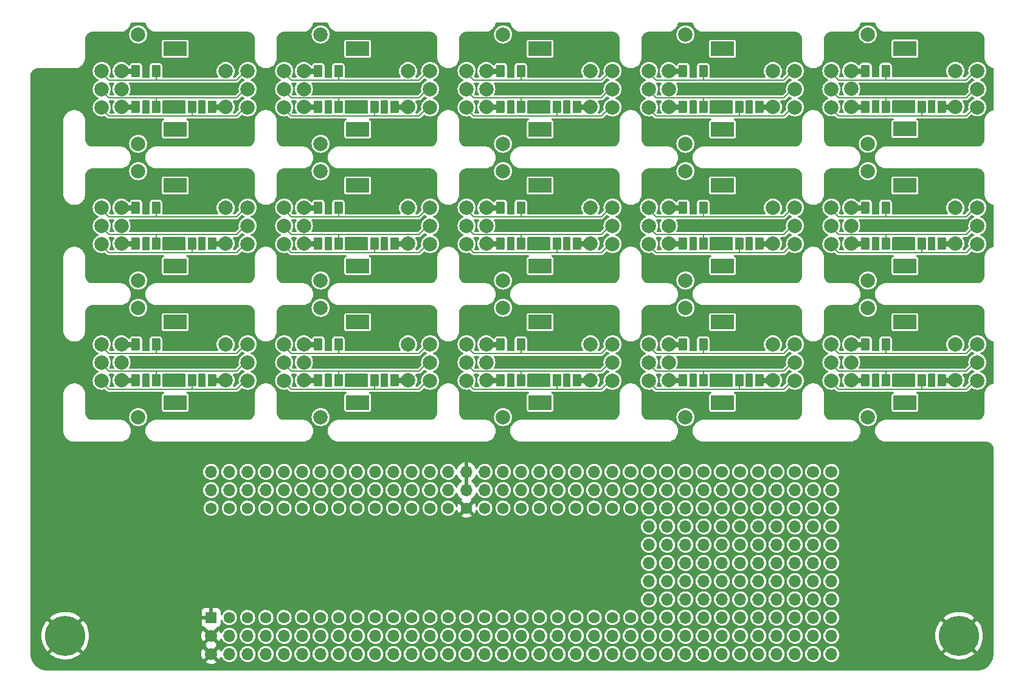
<source format=gbr>
%TF.GenerationSoftware,KiCad,Pcbnew,(6.0.0)*%
%TF.CreationDate,2022-08-09T18:09:24+02:00*%
%TF.ProjectId,matrix,6d617472-6978-42e6-9b69-6361645f7063,rev?*%
%TF.SameCoordinates,Original*%
%TF.FileFunction,Copper,L2,Bot*%
%TF.FilePolarity,Positive*%
%FSLAX46Y46*%
G04 Gerber Fmt 4.6, Leading zero omitted, Abs format (unit mm)*
G04 Created by KiCad (PCBNEW (6.0.0)) date 2022-08-09 18:09:24*
%MOMM*%
%LPD*%
G01*
G04 APERTURE LIST*
G04 Aperture macros list*
%AMRoundRect*
0 Rectangle with rounded corners*
0 $1 Rounding radius*
0 $2 $3 $4 $5 $6 $7 $8 $9 X,Y pos of 4 corners*
0 Add a 4 corners polygon primitive as box body*
4,1,4,$2,$3,$4,$5,$6,$7,$8,$9,$2,$3,0*
0 Add four circle primitives for the rounded corners*
1,1,$1+$1,$2,$3*
1,1,$1+$1,$4,$5*
1,1,$1+$1,$6,$7*
1,1,$1+$1,$8,$9*
0 Add four rect primitives between the rounded corners*
20,1,$1+$1,$2,$3,$4,$5,0*
20,1,$1+$1,$4,$5,$6,$7,0*
20,1,$1+$1,$6,$7,$8,$9,0*
20,1,$1+$1,$8,$9,$2,$3,0*%
G04 Aperture macros list end*
%TA.AperFunction,EtchedComponent*%
%ADD10C,0.200000*%
%TD*%
%TA.AperFunction,EtchedComponent*%
%ADD11C,0.762000*%
%TD*%
%TA.AperFunction,ComponentPad*%
%ADD12C,2.000000*%
%TD*%
%TA.AperFunction,SMDPad,CuDef*%
%ADD13RoundRect,0.250000X-0.375000X-0.625000X0.375000X-0.625000X0.375000X0.625000X-0.375000X0.625000X0*%
%TD*%
%TA.AperFunction,SMDPad,CuDef*%
%ADD14RoundRect,0.250000X0.375000X0.625000X-0.375000X0.625000X-0.375000X-0.625000X0.375000X-0.625000X0*%
%TD*%
%TA.AperFunction,ComponentPad*%
%ADD15R,3.200000X2.000000*%
%TD*%
%TA.AperFunction,ComponentPad*%
%ADD16C,1.700000*%
%TD*%
%TA.AperFunction,ComponentPad*%
%ADD17O,1.700000X1.700000*%
%TD*%
%TA.AperFunction,ConnectorPad*%
%ADD18C,5.599999*%
%TD*%
%TA.AperFunction,ComponentPad*%
%ADD19C,3.600000*%
%TD*%
%TA.AperFunction,ComponentPad*%
%ADD20R,1.600000X1.600000*%
%TD*%
%TA.AperFunction,ComponentPad*%
%ADD21C,1.600000*%
%TD*%
G04 APERTURE END LIST*
D10*
%TO.C,ENC4*%
X-594494000Y111820000D02*
X-594494000Y110570000D01*
D11*
X-604294000Y116820000D02*
X-602294000Y116820000D01*
D10*
X-588294000Y110570000D02*
X-587024000Y111840000D01*
X-607344000Y111840000D02*
X-606074000Y110570000D01*
X-588264000Y113070000D02*
X-586994000Y114340000D01*
X-607314000Y114340000D02*
X-606044000Y113070000D01*
D11*
X-589694000Y111820000D02*
X-591694000Y111820000D01*
D10*
X-599494000Y113070000D02*
X-599494000Y112195000D01*
X-588294000Y110570000D02*
X-606074000Y110570000D01*
X-607314000Y116840000D02*
X-606044000Y115570000D01*
X-588294000Y115570000D02*
X-606044000Y115570000D01*
D11*
X-604294000Y111820000D02*
X-602294000Y111820000D01*
D10*
X-588294000Y115570000D02*
X-587024000Y116840000D01*
X-588264000Y113070000D02*
X-606044000Y113070000D01*
X-599494000Y116820000D02*
X-599494000Y115620000D01*
%TO.C,ENC10*%
X-556514000Y116840000D02*
X-555244000Y115570000D01*
D11*
X-553494000Y116820000D02*
X-551494000Y116820000D01*
D10*
X-537494000Y115570000D02*
X-555244000Y115570000D01*
D11*
X-553494000Y111820000D02*
X-551494000Y111820000D01*
D10*
X-537494000Y110570000D02*
X-555274000Y110570000D01*
X-556544000Y111840000D02*
X-555274000Y110570000D01*
X-548694000Y113070000D02*
X-548694000Y112195000D01*
D11*
X-538894000Y111820000D02*
X-540894000Y111820000D01*
D10*
X-537494000Y110570000D02*
X-536224000Y111840000D01*
X-548694000Y116820000D02*
X-548694000Y115620000D01*
X-537464000Y113070000D02*
X-536194000Y114340000D01*
X-556514000Y114340000D02*
X-555244000Y113070000D01*
X-543694000Y111820000D02*
X-543694000Y110570000D01*
X-537464000Y113070000D02*
X-555244000Y113070000D01*
X-537494000Y115570000D02*
X-536224000Y116840000D01*
%TO.C,ENC7*%
X-581914000Y116840000D02*
X-580644000Y115570000D01*
X-574094000Y116820000D02*
X-574094000Y115620000D01*
X-562894000Y115570000D02*
X-561624000Y116840000D01*
D11*
X-578894000Y116820000D02*
X-576894000Y116820000D01*
D10*
X-581914000Y114340000D02*
X-580644000Y113070000D01*
X-562864000Y113070000D02*
X-580644000Y113070000D01*
X-562864000Y113070000D02*
X-561594000Y114340000D01*
X-562894000Y110570000D02*
X-580674000Y110570000D01*
X-562894000Y115570000D02*
X-580644000Y115570000D01*
X-574094000Y113070000D02*
X-574094000Y112195000D01*
X-562894000Y110570000D02*
X-561624000Y111840000D01*
D11*
X-578894000Y111820000D02*
X-576894000Y111820000D01*
D10*
X-569094000Y111820000D02*
X-569094000Y110570000D01*
X-581944000Y111840000D02*
X-580674000Y110570000D01*
D11*
X-564294000Y111820000D02*
X-566294000Y111820000D01*
D10*
%TO.C,ENC1*%
X-632744000Y111840000D02*
X-631474000Y110570000D01*
X-613694000Y115570000D02*
X-631444000Y115570000D01*
D11*
X-629694000Y116820000D02*
X-627694000Y116820000D01*
D10*
X-613664000Y113070000D02*
X-612394000Y114340000D01*
D11*
X-615094000Y111820000D02*
X-617094000Y111820000D01*
D10*
X-613694000Y110570000D02*
X-612424000Y111840000D01*
X-619894000Y111820000D02*
X-619894000Y110570000D01*
X-632714000Y114340000D02*
X-631444000Y113070000D01*
X-613694000Y110570000D02*
X-631474000Y110570000D01*
D11*
X-629694000Y111820000D02*
X-627694000Y111820000D01*
D10*
X-624894000Y113070000D02*
X-624894000Y112195000D01*
X-624894000Y116820000D02*
X-624894000Y115620000D01*
X-613664000Y113070000D02*
X-631444000Y113070000D01*
X-632714000Y116840000D02*
X-631444000Y115570000D01*
X-613694000Y115570000D02*
X-612424000Y116840000D01*
%TO.C,ENC15*%
X-531144000Y73740000D02*
X-529874000Y72470000D01*
D11*
X-513494000Y73720000D02*
X-515494000Y73720000D01*
D10*
X-531114000Y78740000D02*
X-529844000Y77470000D01*
X-512094000Y72470000D02*
X-510824000Y73740000D01*
X-512064000Y74970000D02*
X-529844000Y74970000D01*
D11*
X-528094000Y73720000D02*
X-526094000Y73720000D01*
D10*
X-518294000Y73720000D02*
X-518294000Y72470000D01*
D11*
X-528094000Y78720000D02*
X-526094000Y78720000D01*
D10*
X-512064000Y74970000D02*
X-510794000Y76240000D01*
X-523294000Y78720000D02*
X-523294000Y77520000D01*
X-512094000Y77470000D02*
X-510824000Y78740000D01*
X-512094000Y77470000D02*
X-529844000Y77470000D01*
X-531114000Y76240000D02*
X-529844000Y74970000D01*
X-512094000Y72470000D02*
X-529874000Y72470000D01*
X-523294000Y74970000D02*
X-523294000Y74095000D01*
%TO.C,ENC8*%
X-562894000Y96520000D02*
X-580644000Y96520000D01*
X-581914000Y95290000D02*
X-580644000Y94020000D01*
X-562864000Y94020000D02*
X-580644000Y94020000D01*
X-562864000Y94020000D02*
X-561594000Y95290000D01*
X-562894000Y91520000D02*
X-561624000Y92790000D01*
X-562894000Y96520000D02*
X-561624000Y97790000D01*
X-569094000Y92770000D02*
X-569094000Y91520000D01*
D11*
X-578894000Y97770000D02*
X-576894000Y97770000D01*
X-578894000Y92770000D02*
X-576894000Y92770000D01*
D10*
X-574094000Y94020000D02*
X-574094000Y93145000D01*
D11*
X-564294000Y92770000D02*
X-566294000Y92770000D01*
D10*
X-574094000Y97770000D02*
X-574094000Y96570000D01*
X-581914000Y97790000D02*
X-580644000Y96520000D01*
X-581944000Y92790000D02*
X-580674000Y91520000D01*
X-562894000Y91520000D02*
X-580674000Y91520000D01*
%TO.C,ENC6*%
X-599494000Y78720000D02*
X-599494000Y77520000D01*
X-607314000Y76240000D02*
X-606044000Y74970000D01*
X-594494000Y73720000D02*
X-594494000Y72470000D01*
X-588294000Y72470000D02*
X-587024000Y73740000D01*
X-588294000Y72470000D02*
X-606074000Y72470000D01*
X-599494000Y74970000D02*
X-599494000Y74095000D01*
D11*
X-604294000Y78720000D02*
X-602294000Y78720000D01*
X-589694000Y73720000D02*
X-591694000Y73720000D01*
D10*
X-588294000Y77470000D02*
X-587024000Y78740000D01*
X-588264000Y74970000D02*
X-586994000Y76240000D01*
X-607344000Y73740000D02*
X-606074000Y72470000D01*
X-588264000Y74970000D02*
X-606044000Y74970000D01*
X-607314000Y78740000D02*
X-606044000Y77470000D01*
X-588294000Y77470000D02*
X-606044000Y77470000D01*
D11*
X-604294000Y73720000D02*
X-602294000Y73720000D01*
%TO.C,ENC14*%
X-528094000Y92770000D02*
X-526094000Y92770000D01*
D10*
X-523294000Y94020000D02*
X-523294000Y93145000D01*
X-512064000Y94020000D02*
X-529844000Y94020000D01*
X-523294000Y97770000D02*
X-523294000Y96570000D01*
X-531114000Y95290000D02*
X-529844000Y94020000D01*
X-512094000Y96520000D02*
X-510824000Y97790000D01*
X-512094000Y91520000D02*
X-529874000Y91520000D01*
X-512094000Y96520000D02*
X-529844000Y96520000D01*
X-531144000Y92790000D02*
X-529874000Y91520000D01*
X-531114000Y97790000D02*
X-529844000Y96520000D01*
D11*
X-528094000Y97770000D02*
X-526094000Y97770000D01*
D10*
X-512094000Y91520000D02*
X-510824000Y92790000D01*
X-518294000Y92770000D02*
X-518294000Y91520000D01*
D11*
X-513494000Y92770000D02*
X-515494000Y92770000D01*
D10*
X-512064000Y94020000D02*
X-510794000Y95290000D01*
%TO.C,ENC5*%
X-607314000Y95290000D02*
X-606044000Y94020000D01*
X-599494000Y97770000D02*
X-599494000Y96570000D01*
X-588294000Y91520000D02*
X-587024000Y92790000D01*
X-588264000Y94020000D02*
X-586994000Y95290000D01*
D11*
X-589694000Y92770000D02*
X-591694000Y92770000D01*
D10*
X-588294000Y91520000D02*
X-606074000Y91520000D01*
D11*
X-604294000Y92770000D02*
X-602294000Y92770000D01*
X-604294000Y97770000D02*
X-602294000Y97770000D01*
D10*
X-607314000Y97790000D02*
X-606044000Y96520000D01*
X-588294000Y96520000D02*
X-606044000Y96520000D01*
X-607344000Y92790000D02*
X-606074000Y91520000D01*
X-588294000Y96520000D02*
X-587024000Y97790000D01*
X-599494000Y94020000D02*
X-599494000Y93145000D01*
X-594494000Y92770000D02*
X-594494000Y91520000D01*
X-588264000Y94020000D02*
X-606044000Y94020000D01*
%TO.C,ENC13*%
X-523294000Y113089990D02*
X-523294000Y112214990D01*
X-531114000Y116859990D02*
X-529844000Y115589990D01*
D11*
X-528094000Y111839990D02*
X-526094000Y111839990D01*
D10*
X-512094000Y110589990D02*
X-529874000Y110589990D01*
D11*
X-513494000Y111839990D02*
X-515494000Y111839990D01*
D10*
X-531144000Y111859990D02*
X-529874000Y110589990D01*
X-512064000Y113089990D02*
X-529844000Y113089990D01*
X-512094000Y115589990D02*
X-529844000Y115589990D01*
X-531114000Y114359990D02*
X-529844000Y113089990D01*
X-523294000Y116839990D02*
X-523294000Y115639990D01*
D11*
X-528094000Y116839990D02*
X-526094000Y116839990D01*
D10*
X-512094000Y115589990D02*
X-510824000Y116859990D01*
X-512064000Y113089990D02*
X-510794000Y114359990D01*
X-518294000Y111839990D02*
X-518294000Y110589990D01*
X-512094000Y110589990D02*
X-510824000Y111859990D01*
%TO.C,ENC9*%
X-562894000Y72470000D02*
X-580674000Y72470000D01*
D11*
X-564294000Y73720000D02*
X-566294000Y73720000D01*
D10*
X-562864000Y74970000D02*
X-580644000Y74970000D01*
X-562894000Y77470000D02*
X-580644000Y77470000D01*
X-581914000Y76240000D02*
X-580644000Y74970000D01*
X-581914000Y78740000D02*
X-580644000Y77470000D01*
X-562864000Y74970000D02*
X-561594000Y76240000D01*
X-569094000Y73720000D02*
X-569094000Y72470000D01*
D11*
X-578894000Y78720000D02*
X-576894000Y78720000D01*
X-578894000Y73720000D02*
X-576894000Y73720000D01*
D10*
X-562894000Y77470000D02*
X-561624000Y78740000D01*
X-574094000Y78720000D02*
X-574094000Y77520000D01*
X-581944000Y73740000D02*
X-580674000Y72470000D01*
X-562894000Y72470000D02*
X-561624000Y73740000D01*
X-574094000Y74970000D02*
X-574094000Y74095000D01*
%TO.C,ENC12*%
X-537494000Y72470000D02*
X-536224000Y73740000D01*
X-537494000Y77470000D02*
X-555244000Y77470000D01*
X-537464000Y74970000D02*
X-555244000Y74970000D01*
X-556544000Y73740000D02*
X-555274000Y72470000D01*
X-548694000Y74970000D02*
X-548694000Y74095000D01*
D11*
X-553494000Y78720000D02*
X-551494000Y78720000D01*
D10*
X-548694000Y78720000D02*
X-548694000Y77520000D01*
X-543694000Y73720000D02*
X-543694000Y72470000D01*
D11*
X-553494000Y73720000D02*
X-551494000Y73720000D01*
X-538894000Y73720000D02*
X-540894000Y73720000D01*
D10*
X-556514000Y78740000D02*
X-555244000Y77470000D01*
X-537494000Y72470000D02*
X-555274000Y72470000D01*
X-537464000Y74970000D02*
X-536194000Y76240000D01*
X-537494000Y77470000D02*
X-536224000Y78740000D01*
X-556514000Y76240000D02*
X-555244000Y74970000D01*
%TO.C,ENC11*%
X-537494000Y91520000D02*
X-555274000Y91520000D01*
X-556514000Y97790000D02*
X-555244000Y96520000D01*
D11*
X-538894000Y92770000D02*
X-540894000Y92770000D01*
D10*
X-537464000Y94020000D02*
X-555244000Y94020000D01*
D11*
X-553494000Y92770000D02*
X-551494000Y92770000D01*
D10*
X-548694000Y94020000D02*
X-548694000Y93145000D01*
X-556544000Y92790000D02*
X-555274000Y91520000D01*
X-537494000Y91520000D02*
X-536224000Y92790000D01*
X-537494000Y96520000D02*
X-536224000Y97790000D01*
X-537464000Y94020000D02*
X-536194000Y95290000D01*
X-537494000Y96520000D02*
X-555244000Y96520000D01*
X-556514000Y95290000D02*
X-555244000Y94020000D01*
X-543694000Y92770000D02*
X-543694000Y91520000D01*
X-548694000Y97770000D02*
X-548694000Y96570000D01*
D11*
X-553494000Y97770000D02*
X-551494000Y97770000D01*
D10*
%TO.C,ENC2*%
X-624894000Y97770000D02*
X-624894000Y96570000D01*
X-613664000Y94020000D02*
X-631444000Y94020000D01*
D11*
X-629694000Y92770000D02*
X-627694000Y92770000D01*
D10*
X-619894000Y92770000D02*
X-619894000Y91520000D01*
X-632714000Y95290000D02*
X-631444000Y94020000D01*
X-624894000Y94020000D02*
X-624894000Y93145000D01*
X-613664000Y94020000D02*
X-612394000Y95290000D01*
X-613694000Y91520000D02*
X-631474000Y91520000D01*
X-632714000Y97790000D02*
X-631444000Y96520000D01*
D11*
X-615094000Y92770000D02*
X-617094000Y92770000D01*
D10*
X-632744000Y92790000D02*
X-631474000Y91520000D01*
X-613694000Y96520000D02*
X-631444000Y96520000D01*
D11*
X-629694000Y97770000D02*
X-627694000Y97770000D01*
D10*
X-613694000Y96520000D02*
X-612424000Y97790000D01*
X-613694000Y91520000D02*
X-612424000Y92790000D01*
%TO.C,ENC3*%
X-613664000Y74970000D02*
X-631444000Y74970000D01*
X-632714000Y76240000D02*
X-631444000Y74970000D01*
X-613664000Y74970000D02*
X-612394000Y76240000D01*
X-632714000Y78740000D02*
X-631444000Y77470000D01*
X-613694000Y77470000D02*
X-612424000Y78740000D01*
X-613694000Y72470000D02*
X-612424000Y73740000D01*
X-619894000Y73720000D02*
X-619894000Y72470000D01*
X-632744000Y73740000D02*
X-631474000Y72470000D01*
X-624894000Y74970000D02*
X-624894000Y74095000D01*
X-613694000Y77470000D02*
X-631444000Y77470000D01*
D11*
X-629694000Y73720000D02*
X-627694000Y73720000D01*
D10*
X-624894000Y78720000D02*
X-624894000Y77520000D01*
D11*
X-629694000Y78720000D02*
X-627694000Y78720000D01*
D10*
X-613694000Y72470000D02*
X-631474000Y72470000D01*
D11*
X-615094000Y73720000D02*
X-617094000Y73720000D01*
%TD*%
D12*
%TO.P,ENC4,*%
%TO.N,*%
X-589794000Y116820000D03*
X-589794000Y111820000D03*
D13*
X-602294000Y116820000D03*
D12*
X-604294000Y114320000D03*
X-604294000Y116820000D03*
%TO.P,ENC4, *%
%TO.N,N/C*%
X-604294000Y111820000D03*
D14*
%TO.P,ENC4,A*%
X-594494000Y111820000D03*
D13*
X-599494000Y111820000D03*
X-599494000Y116820000D03*
D12*
%TO.P,ENC4,A1,A1*%
%TO.N,Net-(ENC1-PadA2)*%
X-607060000Y116840000D03*
%TO.P,ENC4,A2,A2*%
%TO.N,Net-(ENC4-PadA2)*%
X-586740000Y116840000D03*
%TO.P,ENC4,B1,B1*%
%TO.N,Net-(ENC1-PadB2)*%
X-607060000Y114300000D03*
%TO.P,ENC4,B2,B2*%
%TO.N,Net-(ENC4-PadB2)*%
X-586740000Y114300000D03*
%TO.P,ENC4,C1,C1*%
%TO.N,unconnected-(ENC4-PadC1)*%
X-601980000Y121920000D03*
%TO.P,ENC4,C2,C2*%
%TO.N,Net-(ENC4-PadC2)*%
X-601980000Y106680000D03*
D13*
%TO.P,ENC4,K*%
%TO.N,N/C*%
X-602294000Y111820000D03*
D14*
X-591694000Y111820000D03*
D15*
%TO.P,ENC4,MP*%
X-596794000Y108720000D03*
X-596794000Y119920000D03*
D12*
%TO.P,ENC4,S1,S1*%
%TO.N,Net-(ENC1-PadS2)*%
X-607060000Y111760000D03*
%TO.P,ENC4,S2,S2*%
%TO.N,Net-(ENC4-PadS2)*%
X-586740000Y111760000D03*
%TD*%
D16*
%TO.P,REF\u002A\u002A,1*%
%TO.N,N/C*%
X-548640000Y60960000D03*
X-548640000Y60960000D03*
D17*
%TO.P,REF\u002A\u002A,2*%
X-548640000Y58420000D03*
%TO.P,REF\u002A\u002A,3*%
X-548640000Y55880000D03*
%TO.P,REF\u002A\u002A,4*%
X-548640000Y53340000D03*
%TO.P,REF\u002A\u002A,5*%
X-548640000Y50800000D03*
%TO.P,REF\u002A\u002A,6*%
X-548640000Y48260000D03*
%TO.P,REF\u002A\u002A,7*%
X-548640000Y45720000D03*
%TO.P,REF\u002A\u002A,8*%
X-548640000Y43180000D03*
%TO.P,REF\u002A\u002A,9*%
X-548640000Y40640000D03*
%TO.P,REF\u002A\u002A,10*%
X-548640000Y38100000D03*
%TO.P,REF\u002A\u002A,11*%
X-548640000Y35560000D03*
%TD*%
D12*
%TO.P,ENC10,*%
%TO.N,*%
X-553494000Y116820000D03*
X-538994000Y116820000D03*
D13*
X-551494000Y116820000D03*
D12*
X-538994000Y111820000D03*
X-553494000Y114320000D03*
%TO.P,ENC10, *%
%TO.N,N/C*%
X-553494000Y111820000D03*
D13*
%TO.P,ENC10,A*%
X-548694000Y116820000D03*
X-548694000Y111820000D03*
D14*
X-543694000Y111820000D03*
D12*
%TO.P,ENC10,A1,A1*%
%TO.N,Net-(ENC10-PadA1)*%
X-556260000Y116840000D03*
%TO.P,ENC10,A2,A2*%
%TO.N,Net-(ENC10-PadA2)*%
X-535940000Y116840000D03*
%TO.P,ENC10,B1,B1*%
%TO.N,Net-(ENC10-PadB1)*%
X-556260000Y114300000D03*
%TO.P,ENC10,B2,B2*%
%TO.N,Net-(ENC10-PadB2)*%
X-535940000Y114300000D03*
%TO.P,ENC10,C1,C1*%
%TO.N,unconnected-(ENC10-PadC1)*%
X-551180000Y121920000D03*
%TO.P,ENC10,C2,C2*%
%TO.N,Net-(ENC10-PadC2)*%
X-551180000Y106680000D03*
D13*
%TO.P,ENC10,K*%
%TO.N,N/C*%
X-551494000Y111820000D03*
D14*
X-540894000Y111820000D03*
D15*
%TO.P,ENC10,MP*%
X-545994000Y108720000D03*
X-545994000Y119920000D03*
D12*
%TO.P,ENC10,S1,S1*%
%TO.N,Net-(ENC10-PadS1)*%
X-556260000Y111760000D03*
%TO.P,ENC10,S2,S2*%
%TO.N,Net-(ENC10-PadS2)*%
X-535940000Y111760000D03*
%TD*%
D16*
%TO.P,REF\u002A\u002A,1*%
%TO.N,N/C*%
X-541020000Y60960000D03*
X-541020000Y60960000D03*
D17*
%TO.P,REF\u002A\u002A,2*%
X-541020000Y58420000D03*
%TO.P,REF\u002A\u002A,3*%
X-541020000Y55880000D03*
%TO.P,REF\u002A\u002A,4*%
X-541020000Y53340000D03*
%TO.P,REF\u002A\u002A,5*%
X-541020000Y50800000D03*
%TO.P,REF\u002A\u002A,6*%
X-541020000Y48260000D03*
%TO.P,REF\u002A\u002A,7*%
X-541020000Y45720000D03*
%TO.P,REF\u002A\u002A,8*%
X-541020000Y43180000D03*
%TO.P,REF\u002A\u002A,9*%
X-541020000Y40640000D03*
%TO.P,REF\u002A\u002A,10*%
X-541020000Y38100000D03*
%TO.P,REF\u002A\u002A,11*%
X-541020000Y35560000D03*
%TD*%
D18*
%TO.P,REF\u002A\u002A,1*%
%TO.N,GND*%
X-637540000Y38100000D03*
D19*
%TO.N,N/C*%
X-637540000Y38100000D03*
%TD*%
D16*
%TO.P,REF\u002A\u002A,1*%
%TO.N,N/C*%
X-556260000Y60960000D03*
X-556260000Y60960000D03*
D17*
%TO.P,REF\u002A\u002A,2*%
X-556260000Y58420000D03*
%TO.P,REF\u002A\u002A,3*%
X-556260000Y55880000D03*
%TO.P,REF\u002A\u002A,4*%
X-556260000Y53340000D03*
%TO.P,REF\u002A\u002A,5*%
X-556260000Y50800000D03*
%TO.P,REF\u002A\u002A,6*%
X-556260000Y48260000D03*
%TO.P,REF\u002A\u002A,7*%
X-556260000Y45720000D03*
%TO.P,REF\u002A\u002A,8*%
X-556260000Y43180000D03*
%TO.P,REF\u002A\u002A,9*%
X-556260000Y40640000D03*
%TO.P,REF\u002A\u002A,10*%
X-556260000Y38100000D03*
%TO.P,REF\u002A\u002A,11*%
X-556260000Y35560000D03*
%TD*%
D12*
%TO.P,ENC7,*%
%TO.N,*%
X-578894000Y114320000D03*
X-564394000Y111820000D03*
X-578894000Y116820000D03*
X-564394000Y116820000D03*
D13*
X-576894000Y116820000D03*
D12*
%TO.P,ENC7, *%
%TO.N,N/C*%
X-578894000Y111820000D03*
D14*
%TO.P,ENC7,A*%
X-569094000Y111820000D03*
D13*
X-574094000Y111820000D03*
X-574094000Y116820000D03*
D12*
%TO.P,ENC7,A1,A1*%
%TO.N,Net-(ENC4-PadA2)*%
X-581660000Y116840000D03*
%TO.P,ENC7,A2,A2*%
%TO.N,Net-(ENC10-PadA1)*%
X-561340000Y116840000D03*
%TO.P,ENC7,B1,B1*%
%TO.N,Net-(ENC4-PadB2)*%
X-581660000Y114300000D03*
%TO.P,ENC7,B2,B2*%
%TO.N,Net-(ENC10-PadB1)*%
X-561340000Y114300000D03*
%TO.P,ENC7,C1,C1*%
%TO.N,unconnected-(ENC7-PadC1)*%
X-576580000Y121920000D03*
%TO.P,ENC7,C2,C2*%
%TO.N,Net-(ENC7-PadC2)*%
X-576580000Y106680000D03*
D14*
%TO.P,ENC7,K*%
%TO.N,N/C*%
X-566294000Y111820000D03*
D13*
X-576894000Y111820000D03*
D15*
%TO.P,ENC7,MP*%
X-571394000Y119920000D03*
X-571394000Y108720000D03*
D12*
%TO.P,ENC7,S1,S1*%
%TO.N,Net-(ENC4-PadS2)*%
X-581660000Y111760000D03*
%TO.P,ENC7,S2,S2*%
%TO.N,Net-(ENC10-PadS1)*%
X-561340000Y111760000D03*
%TD*%
D16*
%TO.P,J2,1,Pin_1*%
%TO.N,Net-(J1-Pad1)*%
X-558800000Y58420000D03*
D17*
%TO.P,J2,2,Pin_2*%
%TO.N,Net-(J1-Pad2)*%
X-561340000Y58420000D03*
%TO.P,J2,3,Pin_3*%
%TO.N,Net-(J1-Pad3)*%
X-563880000Y58420000D03*
%TO.P,J2,4,Pin_4*%
%TO.N,Net-(J1-Pad4)*%
X-566420000Y58420000D03*
%TO.P,J2,5,Pin_5*%
%TO.N,Net-(J1-Pad5)*%
X-568960000Y58420000D03*
%TO.P,J2,6,Pin_6*%
%TO.N,Net-(J1-Pad6)*%
X-571500000Y58420000D03*
%TO.P,J2,7,Pin_7*%
%TO.N,Net-(J1-Pad7)*%
X-574040000Y58420000D03*
%TO.P,J2,8,Pin_8*%
%TO.N,Net-(J1-Pad8)*%
X-576580000Y58420000D03*
%TO.P,J2,9,Pin_9*%
%TO.N,Net-(J1-Pad9)*%
X-579120000Y58420000D03*
%TO.P,J2,10,Pin_10*%
%TO.N,GND*%
X-581660000Y58420000D03*
%TO.P,J2,11,Pin_11*%
%TO.N,Net-(J1-Pad11)*%
X-584200000Y58420000D03*
%TO.P,J2,12,Pin_12*%
%TO.N,Net-(J1-Pad12)*%
X-586740000Y58420000D03*
%TO.P,J2,13,Pin_13*%
%TO.N,Net-(J1-Pad13)*%
X-589280000Y58420000D03*
%TO.P,J2,14,Pin_14*%
%TO.N,Net-(J1-Pad14)*%
X-591820000Y58420000D03*
%TO.P,J2,15,Pin_15*%
%TO.N,Net-(J1-Pad15)*%
X-594360000Y58420000D03*
%TO.P,J2,16,Pin_16*%
%TO.N,Net-(J1-Pad16)*%
X-596900000Y58420000D03*
%TO.P,J2,17,Pin_17*%
%TO.N,/C4*%
X-599440000Y58420000D03*
%TO.P,J2,18,Pin_18*%
%TO.N,/C3*%
X-601980000Y58420000D03*
%TO.P,J2,19,Pin_19*%
%TO.N,/C2*%
X-604520000Y58420000D03*
%TO.P,J2,20,Pin_20*%
%TO.N,/C1*%
X-607060000Y58420000D03*
%TO.P,J2,21,Pin_21*%
%TO.N,/C0*%
X-609600000Y58420000D03*
%TO.P,J2,22,Pin_22*%
%TO.N,Net-(J1-Pad22)*%
X-612140000Y58420000D03*
%TO.P,J2,23,Pin_23*%
%TO.N,Net-(J1-Pad23)*%
X-614680000Y58420000D03*
%TO.P,J2,24,Pin_24*%
%TO.N,Net-(J1-Pad24)*%
X-617220000Y58420000D03*
%TD*%
D16*
%TO.P,REF\u002A\u002A,1*%
%TO.N,N/C*%
X-533400000Y60960000D03*
X-533400000Y60960000D03*
D17*
%TO.P,REF\u002A\u002A,2*%
X-533400000Y58420000D03*
%TO.P,REF\u002A\u002A,3*%
X-533400000Y55880000D03*
%TO.P,REF\u002A\u002A,4*%
X-533400000Y53340000D03*
%TO.P,REF\u002A\u002A,5*%
X-533400000Y50800000D03*
%TO.P,REF\u002A\u002A,6*%
X-533400000Y48260000D03*
%TO.P,REF\u002A\u002A,7*%
X-533400000Y45720000D03*
%TO.P,REF\u002A\u002A,8*%
X-533400000Y43180000D03*
%TO.P,REF\u002A\u002A,9*%
X-533400000Y40640000D03*
%TO.P,REF\u002A\u002A,10*%
X-533400000Y38100000D03*
%TO.P,REF\u002A\u002A,11*%
X-533400000Y35560000D03*
%TD*%
D12*
%TO.P,ENC1,*%
%TO.N,*%
X-615194000Y116820000D03*
D13*
X-627694000Y116820000D03*
D12*
X-615194000Y111820000D03*
X-629694000Y114320000D03*
X-629694000Y116820000D03*
%TO.P,ENC1, *%
%TO.N,N/C*%
X-629694000Y111820000D03*
D13*
%TO.P,ENC1,A*%
X-624894000Y116820000D03*
D14*
X-619894000Y111820000D03*
D13*
X-624894000Y111820000D03*
D12*
%TO.P,ENC1,A1,A1*%
%TO.N,/AR0*%
X-632460000Y116840000D03*
%TO.P,ENC1,A2,A2*%
%TO.N,Net-(ENC1-PadA2)*%
X-612140000Y116840000D03*
%TO.P,ENC1,B1,B1*%
%TO.N,/BR0*%
X-632460000Y114300000D03*
%TO.P,ENC1,B2,B2*%
%TO.N,Net-(ENC1-PadB2)*%
X-612140000Y114300000D03*
%TO.P,ENC1,C1,C1*%
%TO.N,unconnected-(ENC1-PadC1)*%
X-627380000Y121920000D03*
%TO.P,ENC1,C2,C2*%
%TO.N,Net-(ENC1-PadC2)*%
X-627380000Y106680000D03*
D14*
%TO.P,ENC1,K*%
%TO.N,N/C*%
X-617094000Y111820000D03*
D13*
X-627694000Y111820000D03*
D15*
%TO.P,ENC1,MP*%
X-622194000Y108720000D03*
X-622194000Y119920000D03*
D12*
%TO.P,ENC1,S1,S1*%
%TO.N,/SR0*%
X-632460000Y111760000D03*
%TO.P,ENC1,S2,S2*%
%TO.N,Net-(ENC1-PadS2)*%
X-612140000Y111760000D03*
%TD*%
D16*
%TO.P,REF\u002A\u002A,1*%
%TO.N,N/C*%
X-535940000Y60960000D03*
X-535940000Y60960000D03*
D17*
%TO.P,REF\u002A\u002A,2*%
X-535940000Y58420000D03*
%TO.P,REF\u002A\u002A,3*%
X-535940000Y55880000D03*
%TO.P,REF\u002A\u002A,4*%
X-535940000Y53340000D03*
%TO.P,REF\u002A\u002A,5*%
X-535940000Y50800000D03*
%TO.P,REF\u002A\u002A,6*%
X-535940000Y48260000D03*
%TO.P,REF\u002A\u002A,7*%
X-535940000Y45720000D03*
%TO.P,REF\u002A\u002A,8*%
X-535940000Y43180000D03*
%TO.P,REF\u002A\u002A,9*%
X-535940000Y40640000D03*
%TO.P,REF\u002A\u002A,10*%
X-535940000Y38100000D03*
%TO.P,REF\u002A\u002A,11*%
X-535940000Y35560000D03*
%TD*%
D12*
%TO.P,ENC15,*%
%TO.N,*%
X-528094000Y78720000D03*
X-513594000Y73720000D03*
X-528094000Y76220000D03*
D13*
X-526094000Y78720000D03*
D12*
X-513594000Y78720000D03*
%TO.P,ENC15, *%
%TO.N,N/C*%
X-528094000Y73720000D03*
D13*
%TO.P,ENC15,A*%
X-523294000Y78720000D03*
D14*
X-518294000Y73720000D03*
D13*
X-523294000Y73720000D03*
D12*
%TO.P,ENC15,A1,A1*%
%TO.N,Net-(ENC12-PadA2)*%
X-530860000Y78740000D03*
%TO.P,ENC15,A2,A2*%
%TO.N,unconnected-(ENC15-PadA2)*%
X-510540000Y78740000D03*
%TO.P,ENC15,B1,B1*%
%TO.N,Net-(ENC12-PadB2)*%
X-530860000Y76200000D03*
%TO.P,ENC15,B2,B2*%
%TO.N,unconnected-(ENC15-PadB2)*%
X-510540000Y76200000D03*
%TO.P,ENC15,C1,C1*%
%TO.N,Net-(ENC14-PadC2)*%
X-525780000Y83820000D03*
%TO.P,ENC15,C2,C2*%
%TO.N,/C4*%
X-525780000Y68580000D03*
D14*
%TO.P,ENC15,K*%
%TO.N,N/C*%
X-515494000Y73720000D03*
D13*
X-526094000Y73720000D03*
D15*
%TO.P,ENC15,MP*%
X-520594000Y81820000D03*
X-520594000Y70620000D03*
D12*
%TO.P,ENC15,S1,S1*%
%TO.N,Net-(ENC12-PadS2)*%
X-530860000Y73660000D03*
%TO.P,ENC15,S2,S2*%
%TO.N,unconnected-(ENC15-PadS2)*%
X-510540000Y73660000D03*
%TD*%
D16*
%TO.P,REF\u002A\u002A,1*%
%TO.N,N/C*%
X-551180000Y60960000D03*
X-551180000Y60960000D03*
D17*
%TO.P,REF\u002A\u002A,2*%
X-551180000Y58420000D03*
%TO.P,REF\u002A\u002A,3*%
X-551180000Y55880000D03*
%TO.P,REF\u002A\u002A,4*%
X-551180000Y53340000D03*
%TO.P,REF\u002A\u002A,5*%
X-551180000Y50800000D03*
%TO.P,REF\u002A\u002A,6*%
X-551180000Y48260000D03*
%TO.P,REF\u002A\u002A,7*%
X-551180000Y45720000D03*
%TO.P,REF\u002A\u002A,8*%
X-551180000Y43180000D03*
%TO.P,REF\u002A\u002A,9*%
X-551180000Y40640000D03*
%TO.P,REF\u002A\u002A,10*%
X-551180000Y38100000D03*
%TO.P,REF\u002A\u002A,11*%
X-551180000Y35560000D03*
%TD*%
D12*
%TO.P,ENC8,*%
%TO.N,*%
X-564394000Y92770000D03*
X-578894000Y95270000D03*
X-564394000Y97770000D03*
D13*
X-576894000Y97770000D03*
D12*
X-578894000Y97770000D03*
%TO.P,ENC8, *%
%TO.N,N/C*%
X-578894000Y92770000D03*
D13*
%TO.P,ENC8,A*%
X-574094000Y97770000D03*
D14*
X-569094000Y92770000D03*
D13*
X-574094000Y92770000D03*
D12*
%TO.P,ENC8,A1,A1*%
%TO.N,Net-(ENC5-PadA2)*%
X-581660000Y97790000D03*
%TO.P,ENC8,A2,A2*%
%TO.N,Net-(ENC11-PadA1)*%
X-561340000Y97790000D03*
%TO.P,ENC8,B1,B1*%
%TO.N,Net-(ENC5-PadB2)*%
X-581660000Y95250000D03*
%TO.P,ENC8,B2,B2*%
%TO.N,Net-(ENC11-PadB1)*%
X-561340000Y95250000D03*
%TO.P,ENC8,C1,C1*%
%TO.N,Net-(ENC7-PadC2)*%
X-576580000Y102870000D03*
%TO.P,ENC8,C2,C2*%
%TO.N,Net-(ENC8-PadC2)*%
X-576580000Y87630000D03*
D14*
%TO.P,ENC8,K*%
%TO.N,N/C*%
X-566294000Y92770000D03*
D13*
X-576894000Y92770000D03*
D15*
%TO.P,ENC8,MP*%
X-571394000Y100870000D03*
X-571394000Y89670000D03*
D12*
%TO.P,ENC8,S1,S1*%
%TO.N,Net-(ENC5-PadS2)*%
X-581660000Y92710000D03*
%TO.P,ENC8,S2,S2*%
%TO.N,Net-(ENC11-PadS1)*%
X-561340000Y92710000D03*
%TD*%
D16*
%TO.P,REF\u002A\u002A,1*%
%TO.N,N/C*%
X-553720000Y60960000D03*
X-553720000Y60960000D03*
D17*
%TO.P,REF\u002A\u002A,2*%
X-553720000Y58420000D03*
%TO.P,REF\u002A\u002A,3*%
X-553720000Y55880000D03*
%TO.P,REF\u002A\u002A,4*%
X-553720000Y53340000D03*
%TO.P,REF\u002A\u002A,5*%
X-553720000Y50800000D03*
%TO.P,REF\u002A\u002A,6*%
X-553720000Y48260000D03*
%TO.P,REF\u002A\u002A,7*%
X-553720000Y45720000D03*
%TO.P,REF\u002A\u002A,8*%
X-553720000Y43180000D03*
%TO.P,REF\u002A\u002A,9*%
X-553720000Y40640000D03*
%TO.P,REF\u002A\u002A,10*%
X-553720000Y38100000D03*
%TO.P,REF\u002A\u002A,11*%
X-553720000Y35560000D03*
%TD*%
D12*
%TO.P,ENC6,*%
%TO.N,*%
X-589794000Y73720000D03*
X-589794000Y78720000D03*
X-604294000Y78720000D03*
X-604294000Y76220000D03*
D13*
X-602294000Y78720000D03*
D12*
%TO.P,ENC6, *%
%TO.N,N/C*%
X-604294000Y73720000D03*
D13*
%TO.P,ENC6,A*%
X-599494000Y73720000D03*
D14*
X-594494000Y73720000D03*
D13*
X-599494000Y78720000D03*
D12*
%TO.P,ENC6,A1,A1*%
%TO.N,Net-(ENC3-PadA2)*%
X-607060000Y78740000D03*
%TO.P,ENC6,A2,A2*%
%TO.N,Net-(ENC6-PadA2)*%
X-586740000Y78740000D03*
%TO.P,ENC6,B1,B1*%
%TO.N,Net-(ENC3-PadB2)*%
X-607060000Y76200000D03*
%TO.P,ENC6,B2,B2*%
%TO.N,Net-(ENC6-PadB2)*%
X-586740000Y76200000D03*
%TO.P,ENC6,C1,C1*%
%TO.N,Net-(ENC5-PadC2)*%
X-601980000Y83820000D03*
%TO.P,ENC6,C2,C2*%
%TO.N,/C1*%
X-601980000Y68580000D03*
D13*
%TO.P,ENC6,K*%
%TO.N,N/C*%
X-602294000Y73720000D03*
D14*
X-591694000Y73720000D03*
D15*
%TO.P,ENC6,MP*%
X-596794000Y81820000D03*
X-596794000Y70620000D03*
D12*
%TO.P,ENC6,S1,S1*%
%TO.N,Net-(ENC3-PadS2)*%
X-607060000Y73660000D03*
%TO.P,ENC6,S2,S2*%
%TO.N,Net-(ENC6-PadS2)*%
X-586740000Y73660000D03*
%TD*%
%TO.P,ENC14,*%
%TO.N,*%
X-513594000Y92770000D03*
D13*
X-526094000Y97770000D03*
D12*
X-528094000Y97770000D03*
X-528094000Y95270000D03*
X-513594000Y97770000D03*
%TO.P,ENC14, *%
%TO.N,N/C*%
X-528094000Y92770000D03*
D14*
%TO.P,ENC14,A*%
X-518294000Y92770000D03*
D13*
X-523294000Y97770000D03*
X-523294000Y92770000D03*
D12*
%TO.P,ENC14,A1,A1*%
%TO.N,Net-(ENC11-PadA2)*%
X-530860000Y97790000D03*
%TO.P,ENC14,A2,A2*%
%TO.N,unconnected-(ENC14-PadA2)*%
X-510540000Y97790000D03*
%TO.P,ENC14,B1,B1*%
%TO.N,Net-(ENC11-PadB2)*%
X-530860000Y95250000D03*
%TO.P,ENC14,B2,B2*%
%TO.N,unconnected-(ENC14-PadB2)*%
X-510540000Y95250000D03*
%TO.P,ENC14,C1,C1*%
%TO.N,Net-(ENC13-PadC2)*%
X-525780000Y102870000D03*
%TO.P,ENC14,C2,C2*%
%TO.N,Net-(ENC14-PadC2)*%
X-525780000Y87630000D03*
D14*
%TO.P,ENC14,K*%
%TO.N,N/C*%
X-515494000Y92770000D03*
D13*
X-526094000Y92770000D03*
D15*
%TO.P,ENC14,MP*%
X-520594000Y100870000D03*
X-520594000Y89670000D03*
D12*
%TO.P,ENC14,S1,S1*%
%TO.N,Net-(ENC11-PadS2)*%
X-530860000Y92710000D03*
%TO.P,ENC14,S2,S2*%
%TO.N,unconnected-(ENC14-PadS2)*%
X-510540000Y92710000D03*
%TD*%
D19*
%TO.P,REF\u002A\u002A,1*%
%TO.N,N/C*%
X-513080000Y38100000D03*
D18*
%TO.N,GND*%
X-513080000Y38100000D03*
%TD*%
D13*
%TO.P,ENC5,*%
%TO.N,*%
X-602294000Y97770000D03*
D12*
X-589794000Y92770000D03*
X-604294000Y95270000D03*
X-604294000Y97770000D03*
X-589794000Y97770000D03*
%TO.P,ENC5, *%
%TO.N,N/C*%
X-604294000Y92770000D03*
D13*
%TO.P,ENC5,A*%
X-599494000Y92770000D03*
D14*
X-594494000Y92770000D03*
D13*
X-599494000Y97770000D03*
D12*
%TO.P,ENC5,A1,A1*%
%TO.N,Net-(ENC2-PadA2)*%
X-607060000Y97790000D03*
%TO.P,ENC5,A2,A2*%
%TO.N,Net-(ENC5-PadA2)*%
X-586740000Y97790000D03*
%TO.P,ENC5,B1,B1*%
%TO.N,Net-(ENC2-PadB2)*%
X-607060000Y95250000D03*
%TO.P,ENC5,B2,B2*%
%TO.N,Net-(ENC5-PadB2)*%
X-586740000Y95250000D03*
%TO.P,ENC5,C1,C1*%
%TO.N,Net-(ENC4-PadC2)*%
X-601980000Y102870000D03*
%TO.P,ENC5,C2,C2*%
%TO.N,Net-(ENC5-PadC2)*%
X-601980000Y87630000D03*
D13*
%TO.P,ENC5,K*%
%TO.N,N/C*%
X-602294000Y92770000D03*
D14*
X-591694000Y92770000D03*
D15*
%TO.P,ENC5,MP*%
X-596794000Y100870000D03*
X-596794000Y89670000D03*
D12*
%TO.P,ENC5,S1,S1*%
%TO.N,Net-(ENC2-PadS2)*%
X-607060000Y92710000D03*
%TO.P,ENC5,S2,S2*%
%TO.N,Net-(ENC5-PadS2)*%
X-586740000Y92710000D03*
%TD*%
%TO.P,ENC13,*%
%TO.N,*%
X-513594000Y116839990D03*
X-513594000Y111839990D03*
D13*
X-526094000Y116839990D03*
D12*
X-528094000Y114339990D03*
X-528094000Y116839990D03*
%TO.P,ENC13, *%
%TO.N,N/C*%
X-528094000Y111839990D03*
D13*
%TO.P,ENC13,A*%
X-523294000Y111839990D03*
X-523294000Y116839990D03*
D14*
X-518294000Y111839990D03*
D12*
%TO.P,ENC13,A1,A1*%
%TO.N,Net-(ENC10-PadA2)*%
X-530860000Y116859990D03*
%TO.P,ENC13,A2,A2*%
%TO.N,unconnected-(ENC13-PadA2)*%
X-510540000Y116859990D03*
%TO.P,ENC13,B1,B1*%
%TO.N,Net-(ENC10-PadB2)*%
X-530860000Y114319990D03*
%TO.P,ENC13,B2,B2*%
%TO.N,unconnected-(ENC13-PadB2)*%
X-510540000Y114319990D03*
%TO.P,ENC13,C1,C1*%
%TO.N,unconnected-(ENC13-PadC1)*%
X-525780000Y121939990D03*
%TO.P,ENC13,C2,C2*%
%TO.N,Net-(ENC13-PadC2)*%
X-525780000Y106699990D03*
D13*
%TO.P,ENC13,K*%
%TO.N,N/C*%
X-526094000Y111839990D03*
D14*
X-515494000Y111839990D03*
D15*
%TO.P,ENC13,MP*%
X-520594000Y119939990D03*
X-520594000Y108739990D03*
D12*
%TO.P,ENC13,S1,S1*%
%TO.N,Net-(ENC10-PadS2)*%
X-530860000Y111779990D03*
%TO.P,ENC13,S2,S2*%
%TO.N,unconnected-(ENC13-PadS2)*%
X-510540000Y111779990D03*
%TD*%
%TO.P,ENC9,*%
%TO.N,*%
X-578894000Y76220000D03*
X-564394000Y78720000D03*
X-578894000Y78720000D03*
X-564394000Y73720000D03*
D13*
X-576894000Y78720000D03*
D12*
%TO.P,ENC9, *%
%TO.N,N/C*%
X-578894000Y73720000D03*
D13*
%TO.P,ENC9,A*%
X-574094000Y78720000D03*
D14*
X-569094000Y73720000D03*
D13*
X-574094000Y73720000D03*
D12*
%TO.P,ENC9,A1,A1*%
%TO.N,Net-(ENC6-PadA2)*%
X-581660000Y78740000D03*
%TO.P,ENC9,A2,A2*%
%TO.N,Net-(ENC12-PadA1)*%
X-561340000Y78740000D03*
%TO.P,ENC9,B1,B1*%
%TO.N,Net-(ENC6-PadB2)*%
X-581660000Y76200000D03*
%TO.P,ENC9,B2,B2*%
%TO.N,Net-(ENC12-PadB1)*%
X-561340000Y76200000D03*
%TO.P,ENC9,C1,C1*%
%TO.N,Net-(ENC8-PadC2)*%
X-576580000Y83820000D03*
%TO.P,ENC9,C2,C2*%
%TO.N,/C2*%
X-576580000Y68580000D03*
D14*
%TO.P,ENC9,K*%
%TO.N,N/C*%
X-566294000Y73720000D03*
D13*
X-576894000Y73720000D03*
D15*
%TO.P,ENC9,MP*%
X-571394000Y70620000D03*
X-571394000Y81820000D03*
D12*
%TO.P,ENC9,S1,S1*%
%TO.N,Net-(ENC6-PadS2)*%
X-581660000Y73660000D03*
%TO.P,ENC9,S2,S2*%
%TO.N,Net-(ENC12-PadS1)*%
X-561340000Y73660000D03*
%TD*%
%TO.P,ENC12,*%
%TO.N,*%
X-553494000Y78720000D03*
X-553494000Y76220000D03*
X-538994000Y78720000D03*
X-538994000Y73720000D03*
D13*
X-551494000Y78720000D03*
D12*
%TO.P,ENC12, *%
%TO.N,N/C*%
X-553494000Y73720000D03*
D13*
%TO.P,ENC12,A*%
X-548694000Y78720000D03*
D14*
X-543694000Y73720000D03*
D13*
X-548694000Y73720000D03*
D12*
%TO.P,ENC12,A1,A1*%
%TO.N,Net-(ENC12-PadA1)*%
X-556260000Y78740000D03*
%TO.P,ENC12,A2,A2*%
%TO.N,Net-(ENC12-PadA2)*%
X-535940000Y78740000D03*
%TO.P,ENC12,B1,B1*%
%TO.N,Net-(ENC12-PadB1)*%
X-556260000Y76200000D03*
%TO.P,ENC12,B2,B2*%
%TO.N,Net-(ENC12-PadB2)*%
X-535940000Y76200000D03*
%TO.P,ENC12,C1,C1*%
%TO.N,Net-(ENC11-PadC2)*%
X-551180000Y83820000D03*
%TO.P,ENC12,C2,C2*%
%TO.N,/C3*%
X-551180000Y68580000D03*
D14*
%TO.P,ENC12,K*%
%TO.N,N/C*%
X-540894000Y73720000D03*
D13*
X-551494000Y73720000D03*
D15*
%TO.P,ENC12,MP*%
X-545994000Y70620000D03*
X-545994000Y81820000D03*
D12*
%TO.P,ENC12,S1,S1*%
%TO.N,Net-(ENC12-PadS1)*%
X-556260000Y73660000D03*
%TO.P,ENC12,S2,S2*%
%TO.N,Net-(ENC12-PadS2)*%
X-535940000Y73660000D03*
%TD*%
%TO.P,ENC11,*%
%TO.N,*%
X-553494000Y95270000D03*
X-538994000Y92770000D03*
D13*
X-551494000Y97770000D03*
D12*
X-538994000Y97770000D03*
X-553494000Y97770000D03*
%TO.P,ENC11, *%
%TO.N,N/C*%
X-553494000Y92770000D03*
D14*
%TO.P,ENC11,A*%
X-543694000Y92770000D03*
D13*
X-548694000Y97770000D03*
X-548694000Y92770000D03*
D12*
%TO.P,ENC11,A1,A1*%
%TO.N,Net-(ENC11-PadA1)*%
X-556260000Y97790000D03*
%TO.P,ENC11,A2,A2*%
%TO.N,Net-(ENC11-PadA2)*%
X-535940000Y97790000D03*
%TO.P,ENC11,B1,B1*%
%TO.N,Net-(ENC11-PadB1)*%
X-556260000Y95250000D03*
%TO.P,ENC11,B2,B2*%
%TO.N,Net-(ENC11-PadB2)*%
X-535940000Y95250000D03*
%TO.P,ENC11,C1,C1*%
%TO.N,Net-(ENC10-PadC2)*%
X-551180000Y102870000D03*
%TO.P,ENC11,C2,C2*%
%TO.N,Net-(ENC11-PadC2)*%
X-551180000Y87630000D03*
D13*
%TO.P,ENC11,K*%
%TO.N,N/C*%
X-551494000Y92770000D03*
D14*
X-540894000Y92770000D03*
D15*
%TO.P,ENC11,MP*%
X-545994000Y89670000D03*
X-545994000Y100870000D03*
D12*
%TO.P,ENC11,S1,S1*%
%TO.N,Net-(ENC11-PadS1)*%
X-556260000Y92710000D03*
%TO.P,ENC11,S2,S2*%
%TO.N,Net-(ENC11-PadS2)*%
X-535940000Y92710000D03*
%TD*%
D16*
%TO.P,REF\u002A\u002A,1*%
%TO.N,N/C*%
X-530860000Y60960000D03*
X-530860000Y60960000D03*
D17*
%TO.P,REF\u002A\u002A,2*%
X-530860000Y58420000D03*
%TO.P,REF\u002A\u002A,3*%
X-530860000Y55880000D03*
%TO.P,REF\u002A\u002A,4*%
X-530860000Y53340000D03*
%TO.P,REF\u002A\u002A,5*%
X-530860000Y50800000D03*
%TO.P,REF\u002A\u002A,6*%
X-530860000Y48260000D03*
%TO.P,REF\u002A\u002A,7*%
X-530860000Y45720000D03*
%TO.P,REF\u002A\u002A,8*%
X-530860000Y43180000D03*
%TO.P,REF\u002A\u002A,9*%
X-530860000Y40640000D03*
%TO.P,REF\u002A\u002A,10*%
X-530860000Y38100000D03*
%TO.P,REF\u002A\u002A,11*%
X-530860000Y35560000D03*
%TD*%
D16*
%TO.P,J1,1,Pin_1*%
%TO.N,Net-(J1-Pad1)*%
X-558800000Y60960000D03*
D17*
%TO.P,J1,2,Pin_2*%
%TO.N,Net-(J1-Pad2)*%
X-561340000Y60960000D03*
%TO.P,J1,3,Pin_3*%
%TO.N,Net-(J1-Pad3)*%
X-563880000Y60960000D03*
%TO.P,J1,4,Pin_4*%
%TO.N,Net-(J1-Pad4)*%
X-566420000Y60960000D03*
%TO.P,J1,5,Pin_5*%
%TO.N,Net-(J1-Pad5)*%
X-568960000Y60960000D03*
%TO.P,J1,6,Pin_6*%
%TO.N,Net-(J1-Pad6)*%
X-571500000Y60960000D03*
%TO.P,J1,7,Pin_7*%
%TO.N,Net-(J1-Pad7)*%
X-574040000Y60960000D03*
%TO.P,J1,8,Pin_8*%
%TO.N,Net-(J1-Pad8)*%
X-576580000Y60960000D03*
%TO.P,J1,9,Pin_9*%
%TO.N,Net-(J1-Pad9)*%
X-579120000Y60960000D03*
%TO.P,J1,10,Pin_10*%
%TO.N,GND*%
X-581660000Y60960000D03*
%TO.P,J1,11,Pin_11*%
%TO.N,Net-(J1-Pad11)*%
X-584200000Y60960000D03*
%TO.P,J1,12,Pin_12*%
%TO.N,Net-(J1-Pad12)*%
X-586740000Y60960000D03*
%TO.P,J1,13,Pin_13*%
%TO.N,Net-(J1-Pad13)*%
X-589280000Y60960000D03*
%TO.P,J1,14,Pin_14*%
%TO.N,Net-(J1-Pad14)*%
X-591820000Y60960000D03*
%TO.P,J1,15,Pin_15*%
%TO.N,Net-(J1-Pad15)*%
X-594360000Y60960000D03*
%TO.P,J1,16,Pin_16*%
%TO.N,Net-(J1-Pad16)*%
X-596900000Y60960000D03*
%TO.P,J1,17,Pin_17*%
%TO.N,/C4*%
X-599440000Y60960000D03*
%TO.P,J1,18,Pin_18*%
%TO.N,/C3*%
X-601980000Y60960000D03*
%TO.P,J1,19,Pin_19*%
%TO.N,/C2*%
X-604520000Y60960000D03*
%TO.P,J1,20,Pin_20*%
%TO.N,/C1*%
X-607060000Y60960000D03*
%TO.P,J1,21,Pin_21*%
%TO.N,/C0*%
X-609600000Y60960000D03*
%TO.P,J1,22,Pin_22*%
%TO.N,Net-(J1-Pad22)*%
X-612140000Y60960000D03*
%TO.P,J1,23,Pin_23*%
%TO.N,Net-(J1-Pad23)*%
X-614680000Y60960000D03*
%TO.P,J1,24,Pin_24*%
%TO.N,Net-(J1-Pad24)*%
X-617220000Y60960000D03*
%TD*%
D12*
%TO.P,ENC2,*%
%TO.N,*%
X-629694000Y97770000D03*
X-615194000Y92770000D03*
X-629694000Y95270000D03*
D13*
X-627694000Y97770000D03*
D12*
X-615194000Y97770000D03*
%TO.P,ENC2, *%
%TO.N,N/C*%
X-629694000Y92770000D03*
D13*
%TO.P,ENC2,A*%
X-624894000Y97770000D03*
D14*
X-619894000Y92770000D03*
D13*
X-624894000Y92770000D03*
D12*
%TO.P,ENC2,A1,A1*%
%TO.N,/AR1*%
X-632460000Y97790000D03*
%TO.P,ENC2,A2,A2*%
%TO.N,Net-(ENC2-PadA2)*%
X-612140000Y97790000D03*
%TO.P,ENC2,B1,B1*%
%TO.N,/BR1*%
X-632460000Y95250000D03*
%TO.P,ENC2,B2,B2*%
%TO.N,Net-(ENC2-PadB2)*%
X-612140000Y95250000D03*
%TO.P,ENC2,C1,C1*%
%TO.N,Net-(ENC1-PadC2)*%
X-627380000Y102870000D03*
%TO.P,ENC2,C2,C2*%
%TO.N,Net-(ENC2-PadC2)*%
X-627380000Y87630000D03*
D13*
%TO.P,ENC2,K*%
%TO.N,N/C*%
X-627694000Y92770000D03*
D14*
X-617094000Y92770000D03*
D15*
%TO.P,ENC2,MP*%
X-622194000Y100870000D03*
X-622194000Y89670000D03*
D12*
%TO.P,ENC2,S1,S1*%
%TO.N,/SR1*%
X-632460000Y92710000D03*
%TO.P,ENC2,S2,S2*%
%TO.N,Net-(ENC2-PadS2)*%
X-612140000Y92710000D03*
%TD*%
D20*
%TO.P,U1,1,GND*%
%TO.N,GND*%
X-617220000Y40640000D03*
D21*
%TO.P,U1,2,0_RX1_CRX2_CS1*%
%TO.N,Net-(J3-Pad2)*%
X-614680000Y40640000D03*
%TO.P,U1,3,1_TX1_CTX2_MISO1*%
%TO.N,Net-(J3-Pad3)*%
X-612140000Y40640000D03*
%TO.P,U1,4,2_OUT2*%
%TO.N,/AR0*%
X-609600000Y40640000D03*
%TO.P,U1,5,3_LRCLK2*%
%TO.N,/BR0*%
X-607060000Y40640000D03*
%TO.P,U1,6,4_BCLK2*%
%TO.N,/SR0*%
X-604520000Y40640000D03*
%TO.P,U1,7,5_IN2*%
%TO.N,/AR1*%
X-601980000Y40640000D03*
%TO.P,U1,8,6_OUT1D*%
%TO.N,/BR1*%
X-599440000Y40640000D03*
%TO.P,U1,9,7_RX2_OUT1A*%
%TO.N,/SR1*%
X-596900000Y40640000D03*
%TO.P,U1,10,8_TX2_IN1*%
%TO.N,/AR3*%
X-594360000Y40640000D03*
%TO.P,U1,11,9_OUT1C*%
%TO.N,/BR3*%
X-591820000Y40640000D03*
%TO.P,U1,12,10_CS_MQSR*%
%TO.N,/SR3*%
X-589280000Y40640000D03*
%TO.P,U1,13,11_MOSI_CTX1*%
%TO.N,Net-(J3-Pad13)*%
X-586740000Y40640000D03*
%TO.P,U1,14,12_MISO_MQSL*%
%TO.N,Net-(J3-Pad14)*%
X-584200000Y40640000D03*
%TO.P,U1,15,3V3*%
%TO.N,Net-(J3-Pad15)*%
X-581660000Y40640000D03*
%TO.P,U1,16,24_A10_TX6_SCL2*%
%TO.N,Net-(J3-Pad16)*%
X-579120000Y40640000D03*
%TO.P,U1,17,25_A11_RX6_SDA2*%
%TO.N,Net-(J3-Pad17)*%
X-576580000Y40640000D03*
%TO.P,U1,18,26_A12_MOSI1*%
%TO.N,Net-(J3-Pad18)*%
X-574040000Y40640000D03*
%TO.P,U1,19,27_A13_SCK1*%
%TO.N,Net-(J3-Pad19)*%
X-571500000Y40640000D03*
%TO.P,U1,20,28_RX7*%
%TO.N,Net-(J3-Pad20)*%
X-568960000Y40640000D03*
%TO.P,U1,21,29_TX7*%
%TO.N,Net-(J3-Pad21)*%
X-566420000Y40640000D03*
%TO.P,U1,22,30_CRX3*%
%TO.N,Net-(J3-Pad22)*%
X-563880000Y40640000D03*
%TO.P,U1,23,31_CTX3*%
%TO.N,Net-(J3-Pad23)*%
X-561340000Y40640000D03*
%TO.P,U1,24,32_OUT1B*%
%TO.N,Net-(J3-Pad24)*%
X-558800000Y40640000D03*
%TO.P,U1,25,33_MCLK2*%
%TO.N,Net-(J1-Pad1)*%
X-558800000Y55880000D03*
%TO.P,U1,26,34_DAT1_MISO2*%
%TO.N,Net-(J1-Pad2)*%
X-561340000Y55880000D03*
%TO.P,U1,27,35_DAT0_MOSI2*%
%TO.N,Net-(J1-Pad3)*%
X-563880000Y55880000D03*
%TO.P,U1,28,36_CLK_CS2*%
%TO.N,Net-(J1-Pad4)*%
X-566420000Y55880000D03*
%TO.P,U1,29,37_CMD_SCK2*%
%TO.N,Net-(J1-Pad5)*%
X-568960000Y55880000D03*
%TO.P,U1,30,38_DAT3_RX5*%
%TO.N,Net-(J1-Pad6)*%
X-571500000Y55880000D03*
%TO.P,U1,31,39_DAT2_TX5*%
%TO.N,Net-(J1-Pad7)*%
X-574040000Y55880000D03*
%TO.P,U1,32,40_A16_CS1*%
%TO.N,Net-(J1-Pad8)*%
X-576580000Y55880000D03*
%TO.P,U1,33,41_A1_MIS01*%
%TO.N,Net-(J1-Pad9)*%
X-579120000Y55880000D03*
%TO.P,U1,34,GND*%
%TO.N,GND*%
X-581660000Y55880000D03*
%TO.P,U1,35,13_SCK_CRX1_LED*%
%TO.N,Net-(J1-Pad11)*%
X-584200000Y55880000D03*
%TO.P,U1,36,14_A0_TX3_SPDIF_OUT*%
%TO.N,Net-(J1-Pad12)*%
X-586740000Y55880000D03*
%TO.P,U1,37,15_A1_RX3_SPDIF_IN*%
%TO.N,Net-(J1-Pad13)*%
X-589280000Y55880000D03*
%TO.P,U1,38,16_A2_RX4_SCL1*%
%TO.N,Net-(J1-Pad14)*%
X-591820000Y55880000D03*
%TO.P,U1,39,17_A3_TX4_SDA1*%
%TO.N,Net-(J1-Pad15)*%
X-594360000Y55880000D03*
%TO.P,U1,40,18_A4_SDA0*%
%TO.N,Net-(J1-Pad16)*%
X-596900000Y55880000D03*
%TO.P,U1,41,19_A5_SCL0*%
%TO.N,/C4*%
X-599440000Y55880000D03*
%TO.P,U1,42,20_A6_TX5_LRCLK1*%
%TO.N,/C3*%
X-601980000Y55880000D03*
%TO.P,U1,43,21_A7_RX5_BCLK1*%
%TO.N,/C2*%
X-604520000Y55880000D03*
%TO.P,U1,44,22_A8_CTX1*%
%TO.N,/C1*%
X-607060000Y55880000D03*
%TO.P,U1,45,23_A9_CRX1_MCLK1*%
%TO.N,/C0*%
X-609600000Y55880000D03*
%TO.P,U1,46,3V3*%
%TO.N,Net-(J1-Pad22)*%
X-612140000Y55880000D03*
%TO.P,U1,47,GND*%
%TO.N,Net-(J1-Pad23)*%
X-614680000Y55880000D03*
%TO.P,U1,48,VIN*%
%TO.N,Net-(J1-Pad24)*%
X-617220000Y55880000D03*
%TD*%
D16*
%TO.P,J3,1,Pin_1*%
%TO.N,GND*%
X-617220000Y38100000D03*
D17*
%TO.P,J3,2,Pin_2*%
%TO.N,Net-(J3-Pad2)*%
X-614680000Y38100000D03*
%TO.P,J3,3,Pin_3*%
%TO.N,Net-(J3-Pad3)*%
X-612140000Y38100000D03*
%TO.P,J3,4,Pin_4*%
%TO.N,/AR0*%
X-609600000Y38100000D03*
%TO.P,J3,5,Pin_5*%
%TO.N,/BR0*%
X-607060000Y38100000D03*
%TO.P,J3,6,Pin_6*%
%TO.N,/SR0*%
X-604520000Y38100000D03*
%TO.P,J3,7,Pin_7*%
%TO.N,/AR1*%
X-601980000Y38100000D03*
%TO.P,J3,8,Pin_8*%
%TO.N,/BR1*%
X-599440000Y38100000D03*
%TO.P,J3,9,Pin_9*%
%TO.N,/SR1*%
X-596900000Y38100000D03*
%TO.P,J3,10,Pin_10*%
%TO.N,/AR3*%
X-594360000Y38100000D03*
%TO.P,J3,11,Pin_11*%
%TO.N,/BR3*%
X-591820000Y38100000D03*
%TO.P,J3,12,Pin_12*%
%TO.N,/SR3*%
X-589280000Y38100000D03*
%TO.P,J3,13,Pin_13*%
%TO.N,Net-(J3-Pad13)*%
X-586740000Y38100000D03*
%TO.P,J3,14,Pin_14*%
%TO.N,Net-(J3-Pad14)*%
X-584200000Y38100000D03*
%TO.P,J3,15,Pin_15*%
%TO.N,Net-(J3-Pad15)*%
X-581660000Y38100000D03*
%TO.P,J3,16,Pin_16*%
%TO.N,Net-(J3-Pad16)*%
X-579120000Y38100000D03*
%TO.P,J3,17,Pin_17*%
%TO.N,Net-(J3-Pad17)*%
X-576580000Y38100000D03*
%TO.P,J3,18,Pin_18*%
%TO.N,Net-(J3-Pad18)*%
X-574040000Y38100000D03*
%TO.P,J3,19,Pin_19*%
%TO.N,Net-(J3-Pad19)*%
X-571500000Y38100000D03*
%TO.P,J3,20,Pin_20*%
%TO.N,Net-(J3-Pad20)*%
X-568960000Y38100000D03*
%TO.P,J3,21,Pin_21*%
%TO.N,Net-(J3-Pad21)*%
X-566420000Y38100000D03*
%TO.P,J3,22,Pin_22*%
%TO.N,Net-(J3-Pad22)*%
X-563880000Y38100000D03*
%TO.P,J3,23,Pin_23*%
%TO.N,Net-(J3-Pad23)*%
X-561340000Y38100000D03*
%TO.P,J3,24,Pin_24*%
%TO.N,Net-(J3-Pad24)*%
X-558800000Y38100000D03*
%TD*%
D16*
%TO.P,REF\u002A\u002A,1*%
%TO.N,N/C*%
X-538480000Y60960000D03*
X-538480000Y60960000D03*
D17*
%TO.P,REF\u002A\u002A,2*%
X-538480000Y58420000D03*
%TO.P,REF\u002A\u002A,3*%
X-538480000Y55880000D03*
%TO.P,REF\u002A\u002A,4*%
X-538480000Y53340000D03*
%TO.P,REF\u002A\u002A,5*%
X-538480000Y50800000D03*
%TO.P,REF\u002A\u002A,6*%
X-538480000Y48260000D03*
%TO.P,REF\u002A\u002A,7*%
X-538480000Y45720000D03*
%TO.P,REF\u002A\u002A,8*%
X-538480000Y43180000D03*
%TO.P,REF\u002A\u002A,9*%
X-538480000Y40640000D03*
%TO.P,REF\u002A\u002A,10*%
X-538480000Y38100000D03*
%TO.P,REF\u002A\u002A,11*%
X-538480000Y35560000D03*
%TD*%
D12*
%TO.P,ENC3,*%
%TO.N,*%
X-615194000Y73720000D03*
X-629694000Y78720000D03*
X-629694000Y76220000D03*
X-615194000Y78720000D03*
D13*
X-627694000Y78720000D03*
D12*
%TO.P,ENC3, *%
%TO.N,N/C*%
X-629694000Y73720000D03*
D13*
%TO.P,ENC3,A*%
X-624894000Y78720000D03*
X-624894000Y73720000D03*
D14*
X-619894000Y73720000D03*
D12*
%TO.P,ENC3,A1,A1*%
%TO.N,/AR3*%
X-632460000Y78740000D03*
%TO.P,ENC3,A2,A2*%
%TO.N,Net-(ENC3-PadA2)*%
X-612140000Y78740000D03*
%TO.P,ENC3,B1,B1*%
%TO.N,/BR3*%
X-632460000Y76200000D03*
%TO.P,ENC3,B2,B2*%
%TO.N,Net-(ENC3-PadB2)*%
X-612140000Y76200000D03*
%TO.P,ENC3,C1,C1*%
%TO.N,Net-(ENC2-PadC2)*%
X-627380000Y83820000D03*
%TO.P,ENC3,C2,C2*%
%TO.N,/C0*%
X-627380000Y68580000D03*
D13*
%TO.P,ENC3,K*%
%TO.N,N/C*%
X-627694000Y73720000D03*
D14*
X-617094000Y73720000D03*
D15*
%TO.P,ENC3,MP*%
X-622194000Y70620000D03*
X-622194000Y81820000D03*
D12*
%TO.P,ENC3,S1,S1*%
%TO.N,/SR3*%
X-632460000Y73660000D03*
%TO.P,ENC3,S2,S2*%
%TO.N,Net-(ENC3-PadS2)*%
X-612140000Y73660000D03*
%TD*%
D16*
%TO.P,J4,1,Pin_1*%
%TO.N,GND*%
X-617220000Y35560000D03*
D17*
%TO.P,J4,2,Pin_2*%
%TO.N,Net-(J3-Pad2)*%
X-614680000Y35560000D03*
%TO.P,J4,3,Pin_3*%
%TO.N,Net-(J3-Pad3)*%
X-612140000Y35560000D03*
%TO.P,J4,4,Pin_4*%
%TO.N,/AR0*%
X-609600000Y35560000D03*
%TO.P,J4,5,Pin_5*%
%TO.N,/BR0*%
X-607060000Y35560000D03*
%TO.P,J4,6,Pin_6*%
%TO.N,/SR0*%
X-604520000Y35560000D03*
%TO.P,J4,7,Pin_7*%
%TO.N,/AR1*%
X-601980000Y35560000D03*
%TO.P,J4,8,Pin_8*%
%TO.N,/BR1*%
X-599440000Y35560000D03*
%TO.P,J4,9,Pin_9*%
%TO.N,/SR1*%
X-596900000Y35560000D03*
%TO.P,J4,10,Pin_10*%
%TO.N,/AR3*%
X-594360000Y35560000D03*
%TO.P,J4,11,Pin_11*%
%TO.N,/BR3*%
X-591820000Y35560000D03*
%TO.P,J4,12,Pin_12*%
%TO.N,/SR3*%
X-589280000Y35560000D03*
%TO.P,J4,13,Pin_13*%
%TO.N,Net-(J3-Pad13)*%
X-586740000Y35560000D03*
%TO.P,J4,14,Pin_14*%
%TO.N,Net-(J3-Pad14)*%
X-584200000Y35560000D03*
%TO.P,J4,15,Pin_15*%
%TO.N,Net-(J3-Pad15)*%
X-581660000Y35560000D03*
%TO.P,J4,16,Pin_16*%
%TO.N,Net-(J3-Pad16)*%
X-579120000Y35560000D03*
%TO.P,J4,17,Pin_17*%
%TO.N,Net-(J3-Pad17)*%
X-576580000Y35560000D03*
%TO.P,J4,18,Pin_18*%
%TO.N,Net-(J3-Pad18)*%
X-574040000Y35560000D03*
%TO.P,J4,19,Pin_19*%
%TO.N,Net-(J3-Pad19)*%
X-571500000Y35560000D03*
%TO.P,J4,20,Pin_20*%
%TO.N,Net-(J3-Pad20)*%
X-568960000Y35560000D03*
%TO.P,J4,21,Pin_21*%
%TO.N,Net-(J3-Pad21)*%
X-566420000Y35560000D03*
%TO.P,J4,22,Pin_22*%
%TO.N,Net-(J3-Pad22)*%
X-563880000Y35560000D03*
%TO.P,J4,23,Pin_23*%
%TO.N,Net-(J3-Pad23)*%
X-561340000Y35560000D03*
%TO.P,J4,24,Pin_24*%
%TO.N,Net-(J3-Pad24)*%
X-558800000Y35560000D03*
%TD*%
D16*
%TO.P,REF\u002A\u002A,1*%
%TO.N,N/C*%
X-546100000Y60960000D03*
X-546100000Y60960000D03*
D17*
%TO.P,REF\u002A\u002A,2*%
X-546100000Y58420000D03*
%TO.P,REF\u002A\u002A,3*%
X-546100000Y55880000D03*
%TO.P,REF\u002A\u002A,4*%
X-546100000Y53340000D03*
%TO.P,REF\u002A\u002A,5*%
X-546100000Y50800000D03*
%TO.P,REF\u002A\u002A,6*%
X-546100000Y48260000D03*
%TO.P,REF\u002A\u002A,7*%
X-546100000Y45720000D03*
%TO.P,REF\u002A\u002A,8*%
X-546100000Y43180000D03*
%TO.P,REF\u002A\u002A,9*%
X-546100000Y40640000D03*
%TO.P,REF\u002A\u002A,10*%
X-546100000Y38100000D03*
%TO.P,REF\u002A\u002A,11*%
X-546100000Y35560000D03*
%TD*%
D16*
%TO.P,REF\u002A\u002A,1*%
%TO.N,N/C*%
X-543560000Y60960000D03*
X-543560000Y60960000D03*
D17*
%TO.P,REF\u002A\u002A,2*%
X-543560000Y58420000D03*
%TO.P,REF\u002A\u002A,3*%
X-543560000Y55880000D03*
%TO.P,REF\u002A\u002A,4*%
X-543560000Y53340000D03*
%TO.P,REF\u002A\u002A,5*%
X-543560000Y50800000D03*
%TO.P,REF\u002A\u002A,6*%
X-543560000Y48260000D03*
%TO.P,REF\u002A\u002A,7*%
X-543560000Y45720000D03*
%TO.P,REF\u002A\u002A,8*%
X-543560000Y43180000D03*
%TO.P,REF\u002A\u002A,9*%
X-543560000Y40640000D03*
%TO.P,REF\u002A\u002A,10*%
X-543560000Y38100000D03*
%TO.P,REF\u002A\u002A,11*%
X-543560000Y35560000D03*
%TD*%
%TA.AperFunction,Conductor*%
%TO.N,GND*%
G36*
X-626377805Y123550998D02*
G01*
X-626331312Y123497342D01*
X-626322805Y123471782D01*
X-626306003Y123394543D01*
X-626229821Y123190290D01*
X-626125346Y122998958D01*
X-625994705Y122824443D01*
X-625840557Y122670295D01*
X-625666042Y122539654D01*
X-625474710Y122435179D01*
X-625470498Y122433608D01*
X-625274675Y122360570D01*
X-625274672Y122360569D01*
X-625270457Y122358997D01*
X-625266067Y122358042D01*
X-625266060Y122358040D01*
X-625110103Y122324115D01*
X-625057442Y122312659D01*
X-625052954Y122312338D01*
X-624857815Y122298381D01*
X-624848502Y122297715D01*
X-624840000Y122296024D01*
X-624827153Y122298579D01*
X-624802575Y122301000D01*
X-612177425Y122301000D01*
X-612152847Y122298579D01*
X-612140000Y122296024D01*
X-612127828Y122298445D01*
X-612116301Y122298445D01*
X-612105319Y122297966D01*
X-611974551Y122286525D01*
X-611952930Y122282713D01*
X-611803152Y122242580D01*
X-611782516Y122235069D01*
X-611641990Y122169540D01*
X-611622970Y122158558D01*
X-611495954Y122069621D01*
X-611479129Y122055503D01*
X-611369497Y121945871D01*
X-611355379Y121929046D01*
X-611266442Y121802030D01*
X-611255460Y121783010D01*
X-611189931Y121642484D01*
X-611182420Y121621848D01*
X-611142287Y121472070D01*
X-611138474Y121450446D01*
X-611127034Y121319680D01*
X-611126555Y121308699D01*
X-611126555Y121297172D01*
X-611128976Y121285000D01*
X-611126555Y121272830D01*
X-611126421Y121272156D01*
X-611124000Y121247575D01*
X-611124000Y118782425D01*
X-611126421Y118757847D01*
X-611128976Y118745000D01*
X-611128541Y118742812D01*
X-611109892Y118505857D01*
X-611108738Y118501050D01*
X-611108737Y118501044D01*
X-611083879Y118397507D01*
X-611053892Y118272602D01*
X-611051999Y118268031D01*
X-611051998Y118268029D01*
X-610965896Y118060161D01*
X-610962093Y118050979D01*
X-610836755Y117846445D01*
X-610680963Y117664037D01*
X-610498555Y117508245D01*
X-610294021Y117382907D01*
X-610289451Y117381014D01*
X-610289447Y117381012D01*
X-610083431Y117295678D01*
X-610072398Y117291108D01*
X-610008128Y117275678D01*
X-609843956Y117236263D01*
X-609843950Y117236262D01*
X-609839143Y117235108D01*
X-609600000Y117216287D01*
X-609360857Y117235108D01*
X-609356050Y117236262D01*
X-609356044Y117236263D01*
X-609191872Y117275678D01*
X-609127602Y117291108D01*
X-609116569Y117295678D01*
X-608910553Y117381012D01*
X-608910549Y117381014D01*
X-608905979Y117382907D01*
X-608701445Y117508245D01*
X-608519037Y117664037D01*
X-608363245Y117846445D01*
X-608237907Y118050979D01*
X-608234103Y118060161D01*
X-608148002Y118268029D01*
X-608148001Y118268031D01*
X-608146108Y118272602D01*
X-608116121Y118397507D01*
X-608091263Y118501044D01*
X-608091262Y118501050D01*
X-608090108Y118505857D01*
X-608077544Y118665500D01*
X-608072602Y118728285D01*
X-608072602Y118728286D01*
X-608071459Y118742812D01*
X-608071024Y118745000D01*
X-608073579Y118757847D01*
X-608076000Y118782425D01*
X-608076000Y121247575D01*
X-608073579Y121272156D01*
X-608073445Y121272830D01*
X-608071024Y121285000D01*
X-608073445Y121297172D01*
X-608073445Y121308699D01*
X-608072966Y121319680D01*
X-608061526Y121450446D01*
X-608057713Y121472070D01*
X-608017580Y121621848D01*
X-608010069Y121642484D01*
X-607944540Y121783010D01*
X-607933558Y121802030D01*
X-607850955Y121920000D01*
X-603239292Y121920000D01*
X-603220161Y121701326D01*
X-603163347Y121489297D01*
X-603119896Y121396116D01*
X-603072905Y121295341D01*
X-603072902Y121295336D01*
X-603070579Y121290354D01*
X-603067423Y121285847D01*
X-603067422Y121285845D01*
X-602953728Y121123474D01*
X-602944674Y121110543D01*
X-602789457Y120955326D01*
X-602784949Y120952169D01*
X-602784946Y120952167D01*
X-602638195Y120849411D01*
X-602609646Y120829421D01*
X-602604664Y120827098D01*
X-602604659Y120827095D01*
X-602503884Y120780104D01*
X-602410703Y120736653D01*
X-602198674Y120679839D01*
X-601980000Y120660708D01*
X-601761326Y120679839D01*
X-601549297Y120736653D01*
X-601456116Y120780104D01*
X-601355341Y120827095D01*
X-601355336Y120827098D01*
X-601350354Y120829421D01*
X-601321805Y120849411D01*
X-601185194Y120945067D01*
X-598648500Y120945067D01*
X-598648499Y118894934D01*
X-598641388Y118859182D01*
X-598640131Y118852864D01*
X-598633734Y118820699D01*
X-598577484Y118736516D01*
X-598493301Y118680266D01*
X-598419067Y118665500D01*
X-596794263Y118665500D01*
X-595168934Y118665501D01*
X-595133182Y118672612D01*
X-595106874Y118677844D01*
X-595106872Y118677845D01*
X-595094699Y118680266D01*
X-595084379Y118687161D01*
X-595084378Y118687162D01*
X-595020832Y118729623D01*
X-595010516Y118736516D01*
X-594954266Y118820699D01*
X-594939500Y118894933D01*
X-594939501Y120945066D01*
X-594954266Y121019301D01*
X-595010516Y121103484D01*
X-595094699Y121159734D01*
X-595168933Y121174500D01*
X-596793737Y121174500D01*
X-598419066Y121174499D01*
X-598454818Y121167388D01*
X-598481126Y121162156D01*
X-598481128Y121162155D01*
X-598493301Y121159734D01*
X-598503621Y121152839D01*
X-598503622Y121152838D01*
X-598563006Y121113158D01*
X-598577484Y121103484D01*
X-598633734Y121019301D01*
X-598648500Y120945067D01*
X-601185194Y120945067D01*
X-601175054Y120952167D01*
X-601175051Y120952169D01*
X-601170543Y120955326D01*
X-601015326Y121110543D01*
X-601006271Y121123474D01*
X-600892578Y121285845D01*
X-600892577Y121285847D01*
X-600889421Y121290354D01*
X-600887098Y121295336D01*
X-600887095Y121295341D01*
X-600840104Y121396116D01*
X-600796653Y121489297D01*
X-600739839Y121701326D01*
X-600720708Y121920000D01*
X-600739839Y122138674D01*
X-600796653Y122350703D01*
X-600840104Y122443884D01*
X-600887095Y122544659D01*
X-600887098Y122544664D01*
X-600889421Y122549646D01*
X-601015326Y122729457D01*
X-601170543Y122884674D01*
X-601175051Y122887831D01*
X-601175054Y122887833D01*
X-601345845Y123007422D01*
X-601345847Y123007423D01*
X-601350354Y123010579D01*
X-601355336Y123012902D01*
X-601355341Y123012905D01*
X-601456116Y123059896D01*
X-601549297Y123103347D01*
X-601761326Y123160161D01*
X-601980000Y123179292D01*
X-602198674Y123160161D01*
X-602410703Y123103347D01*
X-602503884Y123059896D01*
X-602604659Y123012905D01*
X-602604664Y123012902D01*
X-602609646Y123010579D01*
X-602614153Y123007423D01*
X-602614155Y123007422D01*
X-602784946Y122887833D01*
X-602784949Y122887831D01*
X-602789457Y122884674D01*
X-602944674Y122729457D01*
X-603070579Y122549646D01*
X-603072902Y122544664D01*
X-603072905Y122544659D01*
X-603119896Y122443884D01*
X-603163347Y122350703D01*
X-603220161Y122138674D01*
X-603239292Y121920000D01*
X-607850955Y121920000D01*
X-607844621Y121929046D01*
X-607830503Y121945871D01*
X-607720871Y122055503D01*
X-607704046Y122069621D01*
X-607577030Y122158558D01*
X-607558010Y122169540D01*
X-607417484Y122235069D01*
X-607396848Y122242580D01*
X-607247070Y122282713D01*
X-607225449Y122286525D01*
X-607094681Y122297966D01*
X-607083699Y122298445D01*
X-607072172Y122298445D01*
X-607060000Y122296024D01*
X-607047153Y122298579D01*
X-607022575Y122301000D01*
X-604557425Y122301000D01*
X-604532847Y122298579D01*
X-604520000Y122296024D01*
X-604511498Y122297715D01*
X-604502295Y122298373D01*
X-604502294Y122298373D01*
X-604307046Y122312338D01*
X-604302558Y122312659D01*
X-604249897Y122324115D01*
X-604093940Y122358040D01*
X-604093933Y122358042D01*
X-604089543Y122358997D01*
X-604085328Y122360569D01*
X-604085325Y122360570D01*
X-603889502Y122433608D01*
X-603885290Y122435179D01*
X-603693958Y122539654D01*
X-603519443Y122670295D01*
X-603365295Y122824443D01*
X-603234654Y122998958D01*
X-603130179Y123190290D01*
X-603053997Y123394543D01*
X-603037195Y123471782D01*
X-603003170Y123534095D01*
X-602940858Y123568120D01*
X-602914074Y123571000D01*
X-601045926Y123571000D01*
X-600977805Y123550998D01*
X-600931312Y123497342D01*
X-600922805Y123471782D01*
X-600906003Y123394543D01*
X-600829821Y123190290D01*
X-600725346Y122998958D01*
X-600594705Y122824443D01*
X-600440557Y122670295D01*
X-600266042Y122539654D01*
X-600074710Y122435179D01*
X-600070498Y122433608D01*
X-599874675Y122360570D01*
X-599874672Y122360569D01*
X-599870457Y122358997D01*
X-599866067Y122358042D01*
X-599866060Y122358040D01*
X-599710103Y122324115D01*
X-599657442Y122312659D01*
X-599652954Y122312338D01*
X-599457815Y122298381D01*
X-599448502Y122297715D01*
X-599440000Y122296024D01*
X-599427153Y122298579D01*
X-599402575Y122301000D01*
X-586777425Y122301000D01*
X-586752847Y122298579D01*
X-586740000Y122296024D01*
X-586727828Y122298445D01*
X-586716301Y122298445D01*
X-586705319Y122297966D01*
X-586574551Y122286525D01*
X-586552930Y122282713D01*
X-586403152Y122242580D01*
X-586382516Y122235069D01*
X-586241990Y122169540D01*
X-586222970Y122158558D01*
X-586095954Y122069621D01*
X-586079129Y122055503D01*
X-585969497Y121945871D01*
X-585955379Y121929046D01*
X-585866442Y121802030D01*
X-585855460Y121783010D01*
X-585789931Y121642484D01*
X-585782420Y121621848D01*
X-585742287Y121472070D01*
X-585738474Y121450446D01*
X-585727034Y121319680D01*
X-585726555Y121308699D01*
X-585726555Y121297172D01*
X-585728976Y121285000D01*
X-585726555Y121272830D01*
X-585726421Y121272156D01*
X-585724000Y121247575D01*
X-585724000Y118782425D01*
X-585726421Y118757847D01*
X-585728976Y118745000D01*
X-585728541Y118742812D01*
X-585709892Y118505857D01*
X-585708738Y118501050D01*
X-585708737Y118501044D01*
X-585683879Y118397507D01*
X-585653892Y118272602D01*
X-585651999Y118268031D01*
X-585651998Y118268029D01*
X-585565896Y118060161D01*
X-585562093Y118050979D01*
X-585436755Y117846445D01*
X-585280963Y117664037D01*
X-585098555Y117508245D01*
X-584894021Y117382907D01*
X-584889451Y117381014D01*
X-584889447Y117381012D01*
X-584683431Y117295678D01*
X-584672398Y117291108D01*
X-584608128Y117275678D01*
X-584443956Y117236263D01*
X-584443950Y117236262D01*
X-584439143Y117235108D01*
X-584200000Y117216287D01*
X-583960857Y117235108D01*
X-583956050Y117236262D01*
X-583956044Y117236263D01*
X-583791872Y117275678D01*
X-583727602Y117291108D01*
X-583716569Y117295678D01*
X-583510553Y117381012D01*
X-583510549Y117381014D01*
X-583505979Y117382907D01*
X-583301445Y117508245D01*
X-583119037Y117664037D01*
X-582963245Y117846445D01*
X-582837907Y118050979D01*
X-582834103Y118060161D01*
X-582748002Y118268029D01*
X-582748001Y118268031D01*
X-582746108Y118272602D01*
X-582716121Y118397507D01*
X-582691263Y118501044D01*
X-582691262Y118501050D01*
X-582690108Y118505857D01*
X-582677544Y118665500D01*
X-582672602Y118728285D01*
X-582672602Y118728286D01*
X-582671459Y118742812D01*
X-582671024Y118745000D01*
X-582673579Y118757847D01*
X-582676000Y118782425D01*
X-582676000Y121247575D01*
X-582673579Y121272156D01*
X-582673445Y121272830D01*
X-582671024Y121285000D01*
X-582673445Y121297172D01*
X-582673445Y121308699D01*
X-582672966Y121319680D01*
X-582661526Y121450446D01*
X-582657713Y121472070D01*
X-582617580Y121621848D01*
X-582610069Y121642484D01*
X-582544540Y121783010D01*
X-582533558Y121802030D01*
X-582450955Y121920000D01*
X-577839292Y121920000D01*
X-577820161Y121701326D01*
X-577763347Y121489297D01*
X-577719896Y121396116D01*
X-577672905Y121295341D01*
X-577672902Y121295336D01*
X-577670579Y121290354D01*
X-577667423Y121285847D01*
X-577667422Y121285845D01*
X-577553728Y121123474D01*
X-577544674Y121110543D01*
X-577389457Y120955326D01*
X-577384949Y120952169D01*
X-577384946Y120952167D01*
X-577238195Y120849411D01*
X-577209646Y120829421D01*
X-577204664Y120827098D01*
X-577204659Y120827095D01*
X-577103884Y120780104D01*
X-577010703Y120736653D01*
X-576798674Y120679839D01*
X-576580000Y120660708D01*
X-576361326Y120679839D01*
X-576149297Y120736653D01*
X-576056116Y120780104D01*
X-575955341Y120827095D01*
X-575955336Y120827098D01*
X-575950354Y120829421D01*
X-575921805Y120849411D01*
X-575785194Y120945067D01*
X-573248500Y120945067D01*
X-573248499Y118894934D01*
X-573241388Y118859182D01*
X-573240131Y118852864D01*
X-573233734Y118820699D01*
X-573177484Y118736516D01*
X-573093301Y118680266D01*
X-573019067Y118665500D01*
X-571394263Y118665500D01*
X-569768934Y118665501D01*
X-569733182Y118672612D01*
X-569706874Y118677844D01*
X-569706872Y118677845D01*
X-569694699Y118680266D01*
X-569684379Y118687161D01*
X-569684378Y118687162D01*
X-569620832Y118729623D01*
X-569610516Y118736516D01*
X-569554266Y118820699D01*
X-569539500Y118894933D01*
X-569539501Y120945066D01*
X-569554266Y121019301D01*
X-569610516Y121103484D01*
X-569694699Y121159734D01*
X-569768933Y121174500D01*
X-571393737Y121174500D01*
X-573019066Y121174499D01*
X-573054818Y121167388D01*
X-573081126Y121162156D01*
X-573081128Y121162155D01*
X-573093301Y121159734D01*
X-573103621Y121152839D01*
X-573103622Y121152838D01*
X-573163006Y121113158D01*
X-573177484Y121103484D01*
X-573233734Y121019301D01*
X-573248500Y120945067D01*
X-575785194Y120945067D01*
X-575775054Y120952167D01*
X-575775051Y120952169D01*
X-575770543Y120955326D01*
X-575615326Y121110543D01*
X-575606271Y121123474D01*
X-575492578Y121285845D01*
X-575492577Y121285847D01*
X-575489421Y121290354D01*
X-575487098Y121295336D01*
X-575487095Y121295341D01*
X-575440104Y121396116D01*
X-575396653Y121489297D01*
X-575339839Y121701326D01*
X-575320708Y121920000D01*
X-575339839Y122138674D01*
X-575396653Y122350703D01*
X-575440104Y122443884D01*
X-575487095Y122544659D01*
X-575487098Y122544664D01*
X-575489421Y122549646D01*
X-575615326Y122729457D01*
X-575770543Y122884674D01*
X-575775051Y122887831D01*
X-575775054Y122887833D01*
X-575945845Y123007422D01*
X-575945847Y123007423D01*
X-575950354Y123010579D01*
X-575955336Y123012902D01*
X-575955341Y123012905D01*
X-576056116Y123059896D01*
X-576149297Y123103347D01*
X-576361326Y123160161D01*
X-576580000Y123179292D01*
X-576798674Y123160161D01*
X-577010703Y123103347D01*
X-577103884Y123059896D01*
X-577204659Y123012905D01*
X-577204664Y123012902D01*
X-577209646Y123010579D01*
X-577214153Y123007423D01*
X-577214155Y123007422D01*
X-577384946Y122887833D01*
X-577384949Y122887831D01*
X-577389457Y122884674D01*
X-577544674Y122729457D01*
X-577670579Y122549646D01*
X-577672902Y122544664D01*
X-577672905Y122544659D01*
X-577719896Y122443884D01*
X-577763347Y122350703D01*
X-577820161Y122138674D01*
X-577839292Y121920000D01*
X-582450955Y121920000D01*
X-582444621Y121929046D01*
X-582430503Y121945871D01*
X-582320871Y122055503D01*
X-582304046Y122069621D01*
X-582177030Y122158558D01*
X-582158010Y122169540D01*
X-582017484Y122235069D01*
X-581996848Y122242580D01*
X-581847070Y122282713D01*
X-581825449Y122286525D01*
X-581694681Y122297966D01*
X-581683699Y122298445D01*
X-581672172Y122298445D01*
X-581660000Y122296024D01*
X-581647153Y122298579D01*
X-581622575Y122301000D01*
X-579157425Y122301000D01*
X-579132847Y122298579D01*
X-579120000Y122296024D01*
X-579111498Y122297715D01*
X-579102295Y122298373D01*
X-579102294Y122298373D01*
X-578907046Y122312338D01*
X-578902558Y122312659D01*
X-578849897Y122324115D01*
X-578693940Y122358040D01*
X-578693933Y122358042D01*
X-578689543Y122358997D01*
X-578685328Y122360569D01*
X-578685325Y122360570D01*
X-578489502Y122433608D01*
X-578485290Y122435179D01*
X-578293958Y122539654D01*
X-578119443Y122670295D01*
X-577965295Y122824443D01*
X-577834654Y122998958D01*
X-577730179Y123190290D01*
X-577653997Y123394543D01*
X-577637195Y123471782D01*
X-577603170Y123534095D01*
X-577540858Y123568120D01*
X-577514074Y123571000D01*
X-575645926Y123571000D01*
X-575577805Y123550998D01*
X-575531312Y123497342D01*
X-575522805Y123471782D01*
X-575506003Y123394543D01*
X-575429821Y123190290D01*
X-575325346Y122998958D01*
X-575194705Y122824443D01*
X-575040557Y122670295D01*
X-574866042Y122539654D01*
X-574674710Y122435179D01*
X-574670498Y122433608D01*
X-574474675Y122360570D01*
X-574474672Y122360569D01*
X-574470457Y122358997D01*
X-574466067Y122358042D01*
X-574466060Y122358040D01*
X-574310103Y122324115D01*
X-574257442Y122312659D01*
X-574252954Y122312338D01*
X-574057815Y122298381D01*
X-574048502Y122297715D01*
X-574040000Y122296024D01*
X-574027153Y122298579D01*
X-574002575Y122301000D01*
X-561377425Y122301000D01*
X-561352847Y122298579D01*
X-561340000Y122296024D01*
X-561327828Y122298445D01*
X-561316301Y122298445D01*
X-561305319Y122297966D01*
X-561174551Y122286525D01*
X-561152930Y122282713D01*
X-561003152Y122242580D01*
X-560982516Y122235069D01*
X-560841990Y122169540D01*
X-560822970Y122158558D01*
X-560695954Y122069621D01*
X-560679129Y122055503D01*
X-560569497Y121945871D01*
X-560555379Y121929046D01*
X-560466442Y121802030D01*
X-560455460Y121783010D01*
X-560389931Y121642484D01*
X-560382420Y121621848D01*
X-560342287Y121472070D01*
X-560338474Y121450446D01*
X-560327034Y121319680D01*
X-560326555Y121308699D01*
X-560326555Y121297172D01*
X-560328976Y121285000D01*
X-560326555Y121272830D01*
X-560326421Y121272156D01*
X-560324000Y121247575D01*
X-560324000Y118782425D01*
X-560326421Y118757847D01*
X-560328976Y118745000D01*
X-560328541Y118742812D01*
X-560309892Y118505857D01*
X-560308738Y118501050D01*
X-560308737Y118501044D01*
X-560283879Y118397507D01*
X-560253892Y118272602D01*
X-560251999Y118268031D01*
X-560251998Y118268029D01*
X-560165896Y118060161D01*
X-560162093Y118050979D01*
X-560036755Y117846445D01*
X-559880963Y117664037D01*
X-559698555Y117508245D01*
X-559494021Y117382907D01*
X-559489451Y117381014D01*
X-559489447Y117381012D01*
X-559283431Y117295678D01*
X-559272398Y117291108D01*
X-559208128Y117275678D01*
X-559043956Y117236263D01*
X-559043950Y117236262D01*
X-559039143Y117235108D01*
X-558800000Y117216287D01*
X-558560857Y117235108D01*
X-558556050Y117236262D01*
X-558556044Y117236263D01*
X-558391872Y117275678D01*
X-558327602Y117291108D01*
X-558316569Y117295678D01*
X-558110553Y117381012D01*
X-558110549Y117381014D01*
X-558105979Y117382907D01*
X-557901445Y117508245D01*
X-557719037Y117664037D01*
X-557563245Y117846445D01*
X-557437907Y118050979D01*
X-557434103Y118060161D01*
X-557348002Y118268029D01*
X-557348001Y118268031D01*
X-557346108Y118272602D01*
X-557316121Y118397507D01*
X-557291263Y118501044D01*
X-557291262Y118501050D01*
X-557290108Y118505857D01*
X-557277544Y118665500D01*
X-557272602Y118728285D01*
X-557272602Y118728286D01*
X-557271459Y118742812D01*
X-557271024Y118745000D01*
X-557273579Y118757847D01*
X-557276000Y118782425D01*
X-557276000Y121247575D01*
X-557273579Y121272156D01*
X-557273445Y121272830D01*
X-557271024Y121285000D01*
X-557273445Y121297172D01*
X-557273445Y121308699D01*
X-557272966Y121319680D01*
X-557261526Y121450446D01*
X-557257713Y121472070D01*
X-557217580Y121621848D01*
X-557210069Y121642484D01*
X-557144540Y121783010D01*
X-557133558Y121802030D01*
X-557050955Y121920000D01*
X-552439292Y121920000D01*
X-552420161Y121701326D01*
X-552363347Y121489297D01*
X-552319896Y121396116D01*
X-552272905Y121295341D01*
X-552272902Y121295336D01*
X-552270579Y121290354D01*
X-552267423Y121285847D01*
X-552267422Y121285845D01*
X-552153728Y121123474D01*
X-552144674Y121110543D01*
X-551989457Y120955326D01*
X-551984949Y120952169D01*
X-551984946Y120952167D01*
X-551838195Y120849411D01*
X-551809646Y120829421D01*
X-551804664Y120827098D01*
X-551804659Y120827095D01*
X-551703884Y120780104D01*
X-551610703Y120736653D01*
X-551398674Y120679839D01*
X-551180000Y120660708D01*
X-550961326Y120679839D01*
X-550749297Y120736653D01*
X-550656116Y120780104D01*
X-550555341Y120827095D01*
X-550555336Y120827098D01*
X-550550354Y120829421D01*
X-550521805Y120849411D01*
X-550385194Y120945067D01*
X-547848500Y120945067D01*
X-547848499Y118894934D01*
X-547841388Y118859182D01*
X-547840131Y118852864D01*
X-547833734Y118820699D01*
X-547777484Y118736516D01*
X-547693301Y118680266D01*
X-547619067Y118665500D01*
X-545994263Y118665500D01*
X-544368934Y118665501D01*
X-544333182Y118672612D01*
X-544306874Y118677844D01*
X-544306872Y118677845D01*
X-544294699Y118680266D01*
X-544284379Y118687161D01*
X-544284378Y118687162D01*
X-544220832Y118729623D01*
X-544210516Y118736516D01*
X-544154266Y118820699D01*
X-544139500Y118894933D01*
X-544139501Y120945066D01*
X-544154266Y121019301D01*
X-544210516Y121103484D01*
X-544294699Y121159734D01*
X-544368933Y121174500D01*
X-545993737Y121174500D01*
X-547619066Y121174499D01*
X-547654818Y121167388D01*
X-547681126Y121162156D01*
X-547681128Y121162155D01*
X-547693301Y121159734D01*
X-547703621Y121152839D01*
X-547703622Y121152838D01*
X-547763006Y121113158D01*
X-547777484Y121103484D01*
X-547833734Y121019301D01*
X-547848500Y120945067D01*
X-550385194Y120945067D01*
X-550375054Y120952167D01*
X-550375051Y120952169D01*
X-550370543Y120955326D01*
X-550215326Y121110543D01*
X-550206271Y121123474D01*
X-550092578Y121285845D01*
X-550092577Y121285847D01*
X-550089421Y121290354D01*
X-550087098Y121295336D01*
X-550087095Y121295341D01*
X-550040104Y121396116D01*
X-549996653Y121489297D01*
X-549939839Y121701326D01*
X-549920708Y121920000D01*
X-549939839Y122138674D01*
X-549996653Y122350703D01*
X-550040104Y122443884D01*
X-550087095Y122544659D01*
X-550087098Y122544664D01*
X-550089421Y122549646D01*
X-550215326Y122729457D01*
X-550370543Y122884674D01*
X-550375051Y122887831D01*
X-550375054Y122887833D01*
X-550545845Y123007422D01*
X-550545847Y123007423D01*
X-550550354Y123010579D01*
X-550555336Y123012902D01*
X-550555341Y123012905D01*
X-550656116Y123059896D01*
X-550749297Y123103347D01*
X-550961326Y123160161D01*
X-551180000Y123179292D01*
X-551398674Y123160161D01*
X-551610703Y123103347D01*
X-551703884Y123059896D01*
X-551804659Y123012905D01*
X-551804664Y123012902D01*
X-551809646Y123010579D01*
X-551814153Y123007423D01*
X-551814155Y123007422D01*
X-551984946Y122887833D01*
X-551984949Y122887831D01*
X-551989457Y122884674D01*
X-552144674Y122729457D01*
X-552270579Y122549646D01*
X-552272902Y122544664D01*
X-552272905Y122544659D01*
X-552319896Y122443884D01*
X-552363347Y122350703D01*
X-552420161Y122138674D01*
X-552439292Y121920000D01*
X-557050955Y121920000D01*
X-557044621Y121929046D01*
X-557030503Y121945871D01*
X-556920871Y122055503D01*
X-556904046Y122069621D01*
X-556777030Y122158558D01*
X-556758010Y122169540D01*
X-556617484Y122235069D01*
X-556596848Y122242580D01*
X-556447070Y122282713D01*
X-556425449Y122286525D01*
X-556294681Y122297966D01*
X-556283699Y122298445D01*
X-556272172Y122298445D01*
X-556260000Y122296024D01*
X-556247153Y122298579D01*
X-556222575Y122301000D01*
X-553757425Y122301000D01*
X-553732847Y122298579D01*
X-553720000Y122296024D01*
X-553711498Y122297715D01*
X-553702295Y122298373D01*
X-553702294Y122298373D01*
X-553507046Y122312338D01*
X-553502558Y122312659D01*
X-553449897Y122324115D01*
X-553293940Y122358040D01*
X-553293933Y122358042D01*
X-553289543Y122358997D01*
X-553285328Y122360569D01*
X-553285325Y122360570D01*
X-553089502Y122433608D01*
X-553085290Y122435179D01*
X-552893958Y122539654D01*
X-552719443Y122670295D01*
X-552565295Y122824443D01*
X-552434654Y122998958D01*
X-552330179Y123190290D01*
X-552253997Y123394543D01*
X-552237195Y123471782D01*
X-552203170Y123534095D01*
X-552140858Y123568120D01*
X-552114074Y123571000D01*
X-550245926Y123571000D01*
X-550177805Y123550998D01*
X-550131312Y123497342D01*
X-550122805Y123471782D01*
X-550106003Y123394543D01*
X-550029821Y123190290D01*
X-549925346Y122998958D01*
X-549794705Y122824443D01*
X-549640557Y122670295D01*
X-549466042Y122539654D01*
X-549274710Y122435179D01*
X-549270498Y122433608D01*
X-549074675Y122360570D01*
X-549074672Y122360569D01*
X-549070457Y122358997D01*
X-549066067Y122358042D01*
X-549066060Y122358040D01*
X-548910103Y122324115D01*
X-548857442Y122312659D01*
X-548852954Y122312338D01*
X-548657815Y122298381D01*
X-548648502Y122297715D01*
X-548640000Y122296024D01*
X-548627153Y122298579D01*
X-548602575Y122301000D01*
X-535977425Y122301000D01*
X-535952847Y122298579D01*
X-535940000Y122296024D01*
X-535927828Y122298445D01*
X-535916301Y122298445D01*
X-535905319Y122297966D01*
X-535774551Y122286525D01*
X-535752930Y122282713D01*
X-535603152Y122242580D01*
X-535582516Y122235069D01*
X-535441990Y122169540D01*
X-535422970Y122158558D01*
X-535295954Y122069621D01*
X-535279129Y122055503D01*
X-535169497Y121945871D01*
X-535155379Y121929046D01*
X-535066442Y121802030D01*
X-535055460Y121783010D01*
X-534989931Y121642484D01*
X-534982420Y121621848D01*
X-534942287Y121472070D01*
X-534938474Y121450446D01*
X-534927034Y121319680D01*
X-534926555Y121308699D01*
X-534926555Y121297172D01*
X-534928976Y121285000D01*
X-534926555Y121272830D01*
X-534926421Y121272156D01*
X-534924000Y121247575D01*
X-534924000Y118782425D01*
X-534926421Y118757847D01*
X-534928976Y118745000D01*
X-534928541Y118742812D01*
X-534909892Y118505857D01*
X-534908738Y118501050D01*
X-534908737Y118501044D01*
X-534883879Y118397507D01*
X-534853892Y118272602D01*
X-534851999Y118268031D01*
X-534851998Y118268029D01*
X-534765896Y118060161D01*
X-534762093Y118050979D01*
X-534636755Y117846445D01*
X-534480963Y117664037D01*
X-534298555Y117508245D01*
X-534094021Y117382907D01*
X-534089451Y117381014D01*
X-534089447Y117381012D01*
X-533883431Y117295678D01*
X-533872398Y117291108D01*
X-533808128Y117275678D01*
X-533643956Y117236263D01*
X-533643950Y117236262D01*
X-533639143Y117235108D01*
X-533400000Y117216287D01*
X-533160857Y117235108D01*
X-533156050Y117236262D01*
X-533156044Y117236263D01*
X-532991872Y117275678D01*
X-532927602Y117291108D01*
X-532916569Y117295678D01*
X-532710553Y117381012D01*
X-532710549Y117381014D01*
X-532705979Y117382907D01*
X-532501445Y117508245D01*
X-532319037Y117664037D01*
X-532163245Y117846445D01*
X-532037907Y118050979D01*
X-532034103Y118060161D01*
X-531948002Y118268029D01*
X-531948001Y118268031D01*
X-531946108Y118272602D01*
X-531916121Y118397507D01*
X-531891263Y118501044D01*
X-531891262Y118501050D01*
X-531890108Y118505857D01*
X-531877544Y118665500D01*
X-531872602Y118728285D01*
X-531872602Y118728286D01*
X-531871459Y118742812D01*
X-531871024Y118745000D01*
X-531873579Y118757847D01*
X-531876000Y118782425D01*
X-531876000Y121247575D01*
X-531873579Y121272156D01*
X-531873445Y121272830D01*
X-531871024Y121285000D01*
X-531873445Y121297172D01*
X-531873445Y121308699D01*
X-531872966Y121319680D01*
X-531861526Y121450446D01*
X-531857713Y121472070D01*
X-531817580Y121621848D01*
X-531810069Y121642484D01*
X-531744540Y121783010D01*
X-531733558Y121802030D01*
X-531644621Y121929046D01*
X-531635438Y121939990D01*
X-527039292Y121939990D01*
X-527020161Y121721316D01*
X-526963347Y121509287D01*
X-526935909Y121450446D01*
X-526872905Y121315331D01*
X-526872902Y121315326D01*
X-526870579Y121310344D01*
X-526867423Y121305837D01*
X-526867422Y121305835D01*
X-526774289Y121172828D01*
X-526744674Y121130533D01*
X-526589457Y120975316D01*
X-526584949Y120972159D01*
X-526584946Y120972157D01*
X-526556397Y120952167D01*
X-526409646Y120849411D01*
X-526404664Y120847088D01*
X-526404659Y120847085D01*
X-526303884Y120800094D01*
X-526210703Y120756643D01*
X-525998674Y120699829D01*
X-525780000Y120680698D01*
X-525561326Y120699829D01*
X-525349297Y120756643D01*
X-525256116Y120800094D01*
X-525155341Y120847085D01*
X-525155336Y120847088D01*
X-525150354Y120849411D01*
X-525003603Y120952167D01*
X-524985194Y120965057D01*
X-522448500Y120965057D01*
X-522448499Y118914924D01*
X-522433734Y118840689D01*
X-522377484Y118756506D01*
X-522293301Y118700256D01*
X-522219067Y118685490D01*
X-520594263Y118685490D01*
X-518968934Y118685491D01*
X-518933182Y118692602D01*
X-518906874Y118697834D01*
X-518906872Y118697835D01*
X-518894699Y118700256D01*
X-518884379Y118707151D01*
X-518884378Y118707152D01*
X-518820832Y118749613D01*
X-518810516Y118756506D01*
X-518754266Y118840689D01*
X-518739500Y118914923D01*
X-518739501Y120965056D01*
X-518746612Y121000808D01*
X-518751844Y121027116D01*
X-518751845Y121027118D01*
X-518754266Y121039291D01*
X-518810516Y121123474D01*
X-518894699Y121179724D01*
X-518968933Y121194490D01*
X-520593737Y121194490D01*
X-522219066Y121194489D01*
X-522254818Y121187378D01*
X-522281126Y121182146D01*
X-522281128Y121182145D01*
X-522293301Y121179724D01*
X-522303621Y121172829D01*
X-522303622Y121172828D01*
X-522364015Y121132474D01*
X-522377484Y121123474D01*
X-522433734Y121039291D01*
X-522448500Y120965057D01*
X-524985194Y120965057D01*
X-524975054Y120972157D01*
X-524975051Y120972159D01*
X-524970543Y120975316D01*
X-524815326Y121130533D01*
X-524785710Y121172828D01*
X-524692578Y121305835D01*
X-524692577Y121305837D01*
X-524689421Y121310344D01*
X-524687098Y121315326D01*
X-524687095Y121315331D01*
X-524624091Y121450446D01*
X-524596653Y121509287D01*
X-524539839Y121721316D01*
X-524520708Y121939990D01*
X-524539839Y122158664D01*
X-524596653Y122370693D01*
X-524640104Y122463874D01*
X-524687095Y122564649D01*
X-524687098Y122564654D01*
X-524689421Y122569636D01*
X-524801329Y122729457D01*
X-524812167Y122744936D01*
X-524812169Y122744939D01*
X-524815326Y122749447D01*
X-524970543Y122904664D01*
X-524975051Y122907821D01*
X-524975054Y122907823D01*
X-525145845Y123027412D01*
X-525145847Y123027413D01*
X-525150354Y123030569D01*
X-525155336Y123032892D01*
X-525155341Y123032895D01*
X-525256116Y123079886D01*
X-525349297Y123123337D01*
X-525561326Y123180151D01*
X-525780000Y123199282D01*
X-525998674Y123180151D01*
X-526210703Y123123337D01*
X-526303884Y123079886D01*
X-526404659Y123032895D01*
X-526404664Y123032892D01*
X-526409646Y123030569D01*
X-526414153Y123027413D01*
X-526414155Y123027412D01*
X-526584946Y122907823D01*
X-526584949Y122907821D01*
X-526589457Y122904664D01*
X-526744674Y122749447D01*
X-526747831Y122744939D01*
X-526747833Y122744936D01*
X-526758671Y122729457D01*
X-526870579Y122569636D01*
X-526872902Y122564654D01*
X-526872905Y122564649D01*
X-526919896Y122463874D01*
X-526963347Y122370693D01*
X-527020161Y122158664D01*
X-527039292Y121939990D01*
X-531635438Y121939990D01*
X-531630503Y121945871D01*
X-531520871Y122055503D01*
X-531504046Y122069621D01*
X-531377030Y122158558D01*
X-531358010Y122169540D01*
X-531217484Y122235069D01*
X-531196848Y122242580D01*
X-531047070Y122282713D01*
X-531025449Y122286525D01*
X-530894681Y122297966D01*
X-530883699Y122298445D01*
X-530872172Y122298445D01*
X-530860000Y122296024D01*
X-530847153Y122298579D01*
X-530822575Y122301000D01*
X-528357425Y122301000D01*
X-528332847Y122298579D01*
X-528320000Y122296024D01*
X-528311498Y122297715D01*
X-528302295Y122298373D01*
X-528302294Y122298373D01*
X-528107046Y122312338D01*
X-528102558Y122312659D01*
X-528049897Y122324115D01*
X-527893940Y122358040D01*
X-527893933Y122358042D01*
X-527889543Y122358997D01*
X-527885328Y122360569D01*
X-527885325Y122360570D01*
X-527689502Y122433608D01*
X-527685290Y122435179D01*
X-527493958Y122539654D01*
X-527319443Y122670295D01*
X-527165295Y122824443D01*
X-527034654Y122998958D01*
X-526930179Y123190290D01*
X-526853997Y123394543D01*
X-526837195Y123471782D01*
X-526803170Y123534095D01*
X-526740858Y123568120D01*
X-526714074Y123571000D01*
X-524845926Y123571000D01*
X-524777805Y123550998D01*
X-524731312Y123497342D01*
X-524722805Y123471782D01*
X-524706003Y123394543D01*
X-524629821Y123190290D01*
X-524525346Y122998958D01*
X-524394705Y122824443D01*
X-524240557Y122670295D01*
X-524066042Y122539654D01*
X-523874710Y122435179D01*
X-523870498Y122433608D01*
X-523674675Y122360570D01*
X-523674672Y122360569D01*
X-523670457Y122358997D01*
X-523666067Y122358042D01*
X-523666060Y122358040D01*
X-523510103Y122324115D01*
X-523457442Y122312659D01*
X-523452954Y122312338D01*
X-523257815Y122298381D01*
X-523248502Y122297715D01*
X-523240000Y122296024D01*
X-523227153Y122298579D01*
X-523202575Y122301000D01*
X-510577425Y122301000D01*
X-510552847Y122298579D01*
X-510540000Y122296024D01*
X-510527828Y122298445D01*
X-510516301Y122298445D01*
X-510505319Y122297966D01*
X-510374551Y122286525D01*
X-510352930Y122282713D01*
X-510203152Y122242580D01*
X-510182516Y122235069D01*
X-510041990Y122169540D01*
X-510022970Y122158558D01*
X-509895954Y122069621D01*
X-509879129Y122055503D01*
X-509769497Y121945871D01*
X-509755379Y121929046D01*
X-509666442Y121802030D01*
X-509655460Y121783010D01*
X-509589931Y121642484D01*
X-509582420Y121621848D01*
X-509542287Y121472070D01*
X-509538474Y121450446D01*
X-509527034Y121319680D01*
X-509526555Y121308699D01*
X-509526555Y121297172D01*
X-509528976Y121285000D01*
X-509526555Y121272830D01*
X-509526421Y121272156D01*
X-509524000Y121247575D01*
X-509524000Y118782425D01*
X-509526421Y118757847D01*
X-509528976Y118745000D01*
X-509527285Y118736498D01*
X-509526627Y118727295D01*
X-509526627Y118727294D01*
X-509512662Y118532046D01*
X-509512341Y118527558D01*
X-509507620Y118505857D01*
X-509466960Y118318940D01*
X-509466958Y118318933D01*
X-509466003Y118314543D01*
X-509389821Y118110290D01*
X-509387668Y118106346D01*
X-509387667Y118106345D01*
X-509373369Y118080161D01*
X-509285346Y117918958D01*
X-509154705Y117744443D01*
X-509000557Y117590295D01*
X-508826042Y117459654D01*
X-508634710Y117355179D01*
X-508630498Y117353608D01*
X-508434675Y117280570D01*
X-508434672Y117280569D01*
X-508430457Y117278997D01*
X-508415245Y117275688D01*
X-508353218Y117262195D01*
X-508290905Y117228170D01*
X-508256880Y117165858D01*
X-508254000Y117139074D01*
X-508254000Y111460926D01*
X-508274002Y111392805D01*
X-508327658Y111346312D01*
X-508353218Y111337805D01*
X-508376387Y111332765D01*
X-508430457Y111321003D01*
X-508434672Y111319431D01*
X-508434675Y111319430D01*
X-508630498Y111246392D01*
X-508634710Y111244821D01*
X-508826042Y111140346D01*
X-508850189Y111122270D01*
X-508989946Y111017648D01*
X-509000557Y111009705D01*
X-509154705Y110855557D01*
X-509285346Y110681042D01*
X-509292962Y110667095D01*
X-509353979Y110555349D01*
X-509389821Y110489710D01*
X-509391392Y110485498D01*
X-509462792Y110294065D01*
X-509466003Y110285457D01*
X-509466958Y110281067D01*
X-509466960Y110281060D01*
X-509497135Y110142342D01*
X-509512341Y110072442D01*
X-509512662Y110067954D01*
X-509523733Y109913158D01*
X-509527285Y109863502D01*
X-509528976Y109855000D01*
X-509526555Y109842830D01*
X-509526421Y109842156D01*
X-509524000Y109817575D01*
X-509524000Y107352425D01*
X-509526421Y107327847D01*
X-509528976Y107315000D01*
X-509526555Y107302828D01*
X-509526555Y107291301D01*
X-509527034Y107280320D01*
X-509538474Y107149554D01*
X-509542287Y107127930D01*
X-509582419Y106978154D01*
X-509589931Y106957516D01*
X-509655460Y106816990D01*
X-509666442Y106797970D01*
X-509755379Y106670954D01*
X-509769497Y106654129D01*
X-509879129Y106544497D01*
X-509895954Y106530379D01*
X-510022970Y106441442D01*
X-510041990Y106430460D01*
X-510182516Y106364931D01*
X-510203152Y106357420D01*
X-510352930Y106317287D01*
X-510374551Y106313475D01*
X-510483122Y106303976D01*
X-510505320Y106302034D01*
X-510516301Y106301555D01*
X-510527828Y106301555D01*
X-510540000Y106303976D01*
X-510552847Y106301421D01*
X-510577425Y106299000D01*
X-523202575Y106299000D01*
X-523227153Y106301421D01*
X-523240000Y106303976D01*
X-523242188Y106303541D01*
X-523479143Y106284892D01*
X-523483950Y106283738D01*
X-523483956Y106283737D01*
X-523605284Y106254608D01*
X-523712398Y106228892D01*
X-523716969Y106226999D01*
X-523716971Y106226998D01*
X-523929447Y106138988D01*
X-523929451Y106138986D01*
X-523934021Y106137093D01*
X-524138555Y106011755D01*
X-524320963Y105855963D01*
X-524476755Y105673555D01*
X-524602093Y105469021D01*
X-524603986Y105464451D01*
X-524603988Y105464447D01*
X-524691998Y105251971D01*
X-524693892Y105247398D01*
X-524695047Y105242586D01*
X-524748737Y105018956D01*
X-524748738Y105018950D01*
X-524749892Y105014143D01*
X-524768713Y104775000D01*
X-524749892Y104535857D01*
X-524748738Y104531050D01*
X-524748737Y104531044D01*
X-524740553Y104496958D01*
X-524693892Y104302602D01*
X-524691999Y104298031D01*
X-524691998Y104298029D01*
X-524621906Y104128813D01*
X-524602093Y104080979D01*
X-524476755Y103876445D01*
X-524320963Y103694037D01*
X-524138555Y103538245D01*
X-523934021Y103412907D01*
X-523929451Y103411014D01*
X-523929447Y103411012D01*
X-523716971Y103323002D01*
X-523712398Y103321108D01*
X-523630375Y103301416D01*
X-523483956Y103266263D01*
X-523483950Y103266262D01*
X-523479143Y103265108D01*
X-523364616Y103256094D01*
X-523256715Y103247602D01*
X-523256714Y103247602D01*
X-523242188Y103246459D01*
X-523240000Y103246024D01*
X-523227153Y103248579D01*
X-523202575Y103251000D01*
X-510577425Y103251000D01*
X-510552847Y103248579D01*
X-510540000Y103246024D01*
X-510527828Y103248445D01*
X-510516301Y103248445D01*
X-510505319Y103247966D01*
X-510374551Y103236525D01*
X-510352930Y103232713D01*
X-510203152Y103192580D01*
X-510182516Y103185069D01*
X-510041990Y103119540D01*
X-510022970Y103108558D01*
X-509895954Y103019621D01*
X-509879129Y103005503D01*
X-509769497Y102895871D01*
X-509755379Y102879046D01*
X-509666442Y102752030D01*
X-509655460Y102733010D01*
X-509589931Y102592484D01*
X-509582420Y102571848D01*
X-509542287Y102422070D01*
X-509538474Y102400446D01*
X-509527034Y102269680D01*
X-509526555Y102258699D01*
X-509526555Y102247172D01*
X-509528976Y102235000D01*
X-509526555Y102222830D01*
X-509526421Y102222156D01*
X-509524000Y102197575D01*
X-509524000Y99732425D01*
X-509526421Y99707847D01*
X-509528976Y99695000D01*
X-509527285Y99686498D01*
X-509526627Y99677295D01*
X-509526627Y99677294D01*
X-509512662Y99482046D01*
X-509512341Y99477558D01*
X-509507620Y99455857D01*
X-509466960Y99268940D01*
X-509466958Y99268933D01*
X-509466003Y99264543D01*
X-509389821Y99060290D01*
X-509285346Y98868958D01*
X-509154705Y98694443D01*
X-509000557Y98540295D01*
X-508826042Y98409654D01*
X-508634710Y98305179D01*
X-508630498Y98303608D01*
X-508434675Y98230570D01*
X-508434672Y98230569D01*
X-508430457Y98228997D01*
X-508415245Y98225688D01*
X-508353218Y98212195D01*
X-508290905Y98178170D01*
X-508256880Y98115858D01*
X-508254000Y98089074D01*
X-508254000Y92410926D01*
X-508274002Y92342805D01*
X-508327658Y92296312D01*
X-508353218Y92287805D01*
X-508376387Y92282765D01*
X-508430457Y92271003D01*
X-508434672Y92269431D01*
X-508434675Y92269430D01*
X-508630498Y92196392D01*
X-508634710Y92194821D01*
X-508826042Y92090346D01*
X-509000557Y91959705D01*
X-509154705Y91805557D01*
X-509285346Y91631042D01*
X-509389821Y91439710D01*
X-509391392Y91435498D01*
X-509462792Y91244065D01*
X-509466003Y91235457D01*
X-509466958Y91231067D01*
X-509466960Y91231060D01*
X-509486876Y91139504D01*
X-509512341Y91022442D01*
X-509527285Y90813502D01*
X-509528976Y90805000D01*
X-509526555Y90792830D01*
X-509526421Y90792156D01*
X-509524000Y90767575D01*
X-509524000Y88302425D01*
X-509526421Y88277847D01*
X-509528976Y88265000D01*
X-509526555Y88252828D01*
X-509526555Y88241301D01*
X-509527034Y88230320D01*
X-509538474Y88099554D01*
X-509542287Y88077930D01*
X-509582419Y87928154D01*
X-509589931Y87907516D01*
X-509655460Y87766990D01*
X-509666442Y87747970D01*
X-509755379Y87620954D01*
X-509769497Y87604129D01*
X-509879129Y87494497D01*
X-509895954Y87480379D01*
X-510022970Y87391442D01*
X-510041990Y87380460D01*
X-510182516Y87314931D01*
X-510203152Y87307420D01*
X-510352930Y87267287D01*
X-510374551Y87263475D01*
X-510483122Y87253976D01*
X-510505320Y87252034D01*
X-510516301Y87251555D01*
X-510527828Y87251555D01*
X-510540000Y87253976D01*
X-510552847Y87251421D01*
X-510577425Y87249000D01*
X-523202575Y87249000D01*
X-523227153Y87251421D01*
X-523240000Y87253976D01*
X-523242188Y87253541D01*
X-523479143Y87234892D01*
X-523483950Y87233738D01*
X-523483956Y87233737D01*
X-523605284Y87204608D01*
X-523712398Y87178892D01*
X-523716969Y87176999D01*
X-523716971Y87176998D01*
X-523929447Y87088988D01*
X-523929451Y87088986D01*
X-523934021Y87087093D01*
X-524138555Y86961755D01*
X-524320963Y86805963D01*
X-524476755Y86623555D01*
X-524602093Y86419021D01*
X-524603986Y86414451D01*
X-524603988Y86414447D01*
X-524691998Y86201971D01*
X-524693892Y86197398D01*
X-524695047Y86192586D01*
X-524748737Y85968956D01*
X-524748738Y85968950D01*
X-524749892Y85964143D01*
X-524768713Y85725000D01*
X-524749892Y85485857D01*
X-524748738Y85481050D01*
X-524748737Y85481044D01*
X-524740553Y85446958D01*
X-524693892Y85252602D01*
X-524691999Y85248031D01*
X-524691998Y85248029D01*
X-524621906Y85078813D01*
X-524602093Y85030979D01*
X-524476755Y84826445D01*
X-524320963Y84644037D01*
X-524138555Y84488245D01*
X-523934021Y84362907D01*
X-523929451Y84361014D01*
X-523929447Y84361012D01*
X-523716971Y84273002D01*
X-523712398Y84271108D01*
X-523630375Y84251416D01*
X-523483956Y84216263D01*
X-523483950Y84216262D01*
X-523479143Y84215108D01*
X-523364616Y84206094D01*
X-523256715Y84197602D01*
X-523256714Y84197602D01*
X-523242188Y84196459D01*
X-523240000Y84196024D01*
X-523227153Y84198579D01*
X-523202575Y84201000D01*
X-510577425Y84201000D01*
X-510552847Y84198579D01*
X-510540000Y84196024D01*
X-510527828Y84198445D01*
X-510516301Y84198445D01*
X-510505319Y84197966D01*
X-510374551Y84186525D01*
X-510352930Y84182713D01*
X-510203152Y84142580D01*
X-510182516Y84135069D01*
X-510041990Y84069540D01*
X-510022970Y84058558D01*
X-509895954Y83969621D01*
X-509879129Y83955503D01*
X-509769497Y83845871D01*
X-509755379Y83829046D01*
X-509666442Y83702030D01*
X-509655460Y83683010D01*
X-509589931Y83542484D01*
X-509582420Y83521848D01*
X-509542287Y83372070D01*
X-509538474Y83350446D01*
X-509527034Y83219680D01*
X-509526555Y83208699D01*
X-509526555Y83197172D01*
X-509528976Y83185000D01*
X-509526555Y83172830D01*
X-509526421Y83172156D01*
X-509524000Y83147575D01*
X-509524000Y80682425D01*
X-509526421Y80657847D01*
X-509528976Y80645000D01*
X-509527285Y80636498D01*
X-509526627Y80627295D01*
X-509526627Y80627294D01*
X-509512662Y80432046D01*
X-509512341Y80427558D01*
X-509507620Y80405857D01*
X-509466960Y80218940D01*
X-509466958Y80218933D01*
X-509466003Y80214543D01*
X-509389821Y80010290D01*
X-509285346Y79818958D01*
X-509154705Y79644443D01*
X-509000557Y79490295D01*
X-508826042Y79359654D01*
X-508634710Y79255179D01*
X-508630498Y79253608D01*
X-508434675Y79180570D01*
X-508434672Y79180569D01*
X-508430457Y79178997D01*
X-508415245Y79175688D01*
X-508353218Y79162195D01*
X-508290905Y79128170D01*
X-508256880Y79065858D01*
X-508254000Y79039074D01*
X-508254000Y73360926D01*
X-508274002Y73292805D01*
X-508327658Y73246312D01*
X-508353218Y73237805D01*
X-508376387Y73232765D01*
X-508430457Y73221003D01*
X-508434672Y73219431D01*
X-508434675Y73219430D01*
X-508630498Y73146392D01*
X-508634710Y73144821D01*
X-508826042Y73040346D01*
X-509000557Y72909705D01*
X-509154705Y72755557D01*
X-509285346Y72581042D01*
X-509389821Y72389710D01*
X-509391392Y72385498D01*
X-509462792Y72194065D01*
X-509466003Y72185457D01*
X-509466958Y72181067D01*
X-509466960Y72181060D01*
X-509486876Y72089504D01*
X-509512341Y71972442D01*
X-509527285Y71763502D01*
X-509528976Y71755000D01*
X-509526555Y71742830D01*
X-509526421Y71742156D01*
X-509524000Y71717575D01*
X-509524000Y69252425D01*
X-509526421Y69227847D01*
X-509528976Y69215000D01*
X-509526555Y69202828D01*
X-509526555Y69191301D01*
X-509527034Y69180320D01*
X-509538474Y69049554D01*
X-509542287Y69027930D01*
X-509582419Y68878154D01*
X-509589931Y68857516D01*
X-509655460Y68716990D01*
X-509666442Y68697970D01*
X-509755379Y68570954D01*
X-509769497Y68554129D01*
X-509879129Y68444497D01*
X-509895954Y68430379D01*
X-510022970Y68341442D01*
X-510041990Y68330460D01*
X-510182516Y68264931D01*
X-510203152Y68257420D01*
X-510352930Y68217287D01*
X-510374551Y68213475D01*
X-510483122Y68203976D01*
X-510505320Y68202034D01*
X-510516301Y68201555D01*
X-510527828Y68201555D01*
X-510540000Y68203976D01*
X-510552847Y68201421D01*
X-510577425Y68199000D01*
X-523202575Y68199000D01*
X-523227153Y68201421D01*
X-523240000Y68203976D01*
X-523242188Y68203541D01*
X-523479143Y68184892D01*
X-523483950Y68183738D01*
X-523483956Y68183737D01*
X-523605284Y68154608D01*
X-523712398Y68128892D01*
X-523716969Y68126999D01*
X-523716971Y68126998D01*
X-523929447Y68038988D01*
X-523929451Y68038986D01*
X-523934021Y68037093D01*
X-524138555Y67911755D01*
X-524320963Y67755963D01*
X-524476755Y67573555D01*
X-524602093Y67369021D01*
X-524603986Y67364451D01*
X-524603988Y67364447D01*
X-524691998Y67151971D01*
X-524693892Y67147398D01*
X-524695047Y67142586D01*
X-524748737Y66918956D01*
X-524748738Y66918950D01*
X-524749892Y66914143D01*
X-524768713Y66675000D01*
X-524749892Y66435857D01*
X-524748738Y66431050D01*
X-524748737Y66431044D01*
X-524740553Y66396958D01*
X-524693892Y66202602D01*
X-524691999Y66198031D01*
X-524691998Y66198029D01*
X-524619054Y66021927D01*
X-524602093Y65980979D01*
X-524476755Y65776445D01*
X-524320963Y65594037D01*
X-524138555Y65438245D01*
X-523934021Y65312907D01*
X-523929451Y65311014D01*
X-523929447Y65311012D01*
X-523716971Y65223002D01*
X-523712398Y65221108D01*
X-523668504Y65210570D01*
X-523483956Y65166263D01*
X-523483950Y65166262D01*
X-523479143Y65165108D01*
X-523364616Y65156094D01*
X-523256715Y65147602D01*
X-523256714Y65147602D01*
X-523242188Y65146459D01*
X-523240000Y65146024D01*
X-523227153Y65148579D01*
X-523202575Y65151000D01*
X-509307425Y65151000D01*
X-509282847Y65148579D01*
X-509270000Y65146024D01*
X-509257828Y65148445D01*
X-509246301Y65148445D01*
X-509235319Y65147966D01*
X-509104551Y65136525D01*
X-509082930Y65132713D01*
X-508933152Y65092580D01*
X-508912516Y65085069D01*
X-508771990Y65019540D01*
X-508752970Y65008558D01*
X-508625954Y64919621D01*
X-508609129Y64905503D01*
X-508499497Y64795871D01*
X-508485379Y64779046D01*
X-508396442Y64652030D01*
X-508385460Y64633010D01*
X-508319931Y64492484D01*
X-508312420Y64471848D01*
X-508272287Y64322070D01*
X-508268474Y64300446D01*
X-508257034Y64169680D01*
X-508256555Y64158699D01*
X-508256555Y64147172D01*
X-508258976Y64135000D01*
X-508256555Y64122830D01*
X-508256421Y64122156D01*
X-508254000Y64097575D01*
X-508254000Y35597425D01*
X-508256421Y35572847D01*
X-508258976Y35560000D01*
X-508256555Y35547830D01*
X-508256555Y35535417D01*
X-508256880Y35535417D01*
X-508256142Y35524581D01*
X-508264147Y35392245D01*
X-508270208Y35292060D01*
X-508272042Y35276956D01*
X-508319053Y35020423D01*
X-508322694Y35005650D01*
X-508389545Y34791115D01*
X-508400286Y34756647D01*
X-508405680Y34742424D01*
X-508512511Y34505058D01*
X-508512718Y34504597D01*
X-508519789Y34491124D01*
X-508654717Y34267926D01*
X-508663360Y34255404D01*
X-508824209Y34050096D01*
X-508834299Y34038708D01*
X-509018708Y33854299D01*
X-509030096Y33844209D01*
X-509235404Y33683360D01*
X-509247926Y33674717D01*
X-509471124Y33539789D01*
X-509484594Y33532720D01*
X-509722424Y33425680D01*
X-509736642Y33420288D01*
X-509891212Y33372122D01*
X-509985650Y33342694D01*
X-510000423Y33339053D01*
X-510256956Y33292042D01*
X-510272060Y33290208D01*
X-510348875Y33285561D01*
X-510504581Y33276142D01*
X-510515417Y33276880D01*
X-510515417Y33276555D01*
X-510527830Y33276555D01*
X-510540000Y33278976D01*
X-510552847Y33276421D01*
X-510577425Y33274000D01*
X-640042575Y33274000D01*
X-640067153Y33276421D01*
X-640080000Y33278976D01*
X-640092170Y33276555D01*
X-640104583Y33276555D01*
X-640104583Y33276880D01*
X-640115419Y33276142D01*
X-640271125Y33285561D01*
X-640347940Y33290208D01*
X-640363044Y33292042D01*
X-640619577Y33339053D01*
X-640634350Y33342694D01*
X-640728788Y33372122D01*
X-640883358Y33420288D01*
X-640897576Y33425680D01*
X-641135406Y33532720D01*
X-641148876Y33539789D01*
X-641372074Y33674717D01*
X-641384596Y33683360D01*
X-641589904Y33844209D01*
X-641601292Y33854299D01*
X-641785701Y34038708D01*
X-641795791Y34050096D01*
X-641956640Y34255404D01*
X-641965283Y34267926D01*
X-642066372Y34435147D01*
X-617980023Y34435147D01*
X-617974742Y34428093D01*
X-617813244Y34333721D01*
X-617803958Y34329271D01*
X-617604999Y34253297D01*
X-617595101Y34250421D01*
X-617386405Y34207962D01*
X-617376177Y34206743D01*
X-617163350Y34198938D01*
X-617153064Y34199405D01*
X-616941815Y34226466D01*
X-616931738Y34228608D01*
X-616727745Y34289809D01*
X-616718158Y34293567D01*
X-616526902Y34387262D01*
X-616518056Y34392535D01*
X-616470753Y34426277D01*
X-616462352Y34436977D01*
X-616469340Y34450130D01*
X-617207188Y35187978D01*
X-617221132Y35195592D01*
X-617222965Y35195461D01*
X-617229580Y35191210D01*
X-617973263Y34447527D01*
X-617980023Y34435147D01*
X-642066372Y34435147D01*
X-642100211Y34491124D01*
X-642107282Y34504597D01*
X-642107489Y34505058D01*
X-642214320Y34742424D01*
X-642219714Y34756647D01*
X-642230454Y34791115D01*
X-642297306Y35005650D01*
X-642300947Y35020423D01*
X-642347958Y35276956D01*
X-642349792Y35292060D01*
X-642355853Y35392245D01*
X-642363858Y35524581D01*
X-642363120Y35535417D01*
X-642363445Y35535417D01*
X-642363445Y35547830D01*
X-642361024Y35560000D01*
X-642363579Y35572847D01*
X-642366000Y35597425D01*
X-642366000Y38108168D01*
X-640852666Y38108168D01*
X-640834882Y37757107D01*
X-640834172Y37750351D01*
X-640778579Y37403277D01*
X-640777140Y37396622D01*
X-640684391Y37057591D01*
X-640682242Y37051130D01*
X-640553418Y36724089D01*
X-640550587Y36717906D01*
X-640387196Y36406691D01*
X-640383713Y36400848D01*
X-640187669Y36109104D01*
X-640183566Y36103660D01*
X-640063574Y35961164D01*
X-640050835Y35952721D01*
X-640040391Y35958819D01*
X-639258920Y36740290D01*
X-639196608Y36774316D01*
X-639125793Y36769251D01*
X-639076632Y36735995D01*
X-638968222Y36616854D01*
X-638968214Y36616846D01*
X-638965331Y36613678D01*
X-638962043Y36610929D01*
X-638962037Y36610923D01*
X-638908588Y36566233D01*
X-638869158Y36507192D01*
X-638867907Y36436207D01*
X-638900315Y36380475D01*
X-639683226Y35597564D01*
X-639690840Y35583620D01*
X-639690763Y35582532D01*
X-639688301Y35578794D01*
X-639414356Y35368589D01*
X-639408742Y35364745D01*
X-639108409Y35182139D01*
X-639102407Y35178921D01*
X-638784102Y35029817D01*
X-638777797Y35027269D01*
X-638445257Y34913414D01*
X-638438687Y34911555D01*
X-638095817Y34834287D01*
X-638089088Y34833148D01*
X-637739857Y34793358D01*
X-637733067Y34792955D01*
X-637381581Y34791115D01*
X-637374780Y34791447D01*
X-637025147Y34827578D01*
X-637018419Y34828644D01*
X-636674726Y34902325D01*
X-636668178Y34904104D01*
X-636334451Y35014474D01*
X-636328109Y35016960D01*
X-636008278Y35162715D01*
X-636002224Y35165880D01*
X-635700017Y35345317D01*
X-635694336Y35349120D01*
X-635413259Y35560160D01*
X-635408052Y35564529D01*
X-635398387Y35573572D01*
X-635390317Y35587252D01*
X-635390345Y35587976D01*
X-635390445Y35588137D01*
X-618581950Y35588137D01*
X-618569691Y35375523D01*
X-618568255Y35365303D01*
X-618521435Y35157554D01*
X-618518355Y35147725D01*
X-618438230Y34950397D01*
X-618433587Y34941206D01*
X-618353540Y34810580D01*
X-618343084Y34801120D01*
X-618334306Y34804904D01*
X-617592022Y35547188D01*
X-617585644Y35558868D01*
X-616855592Y35558868D01*
X-616855461Y35557035D01*
X-616851210Y35550420D01*
X-616109526Y34808736D01*
X-616097516Y34802177D01*
X-616085777Y34811145D01*
X-616054996Y34853981D01*
X-616049685Y34862820D01*
X-615955330Y35053733D01*
X-615951531Y35063328D01*
X-615934934Y35117953D01*
X-615895993Y35177317D01*
X-615831138Y35206204D01*
X-615760962Y35195442D01*
X-615707744Y35148449D01*
X-615699952Y35134078D01*
X-615640623Y35005384D01*
X-615637290Y35000668D01*
X-615539869Y34862820D01*
X-615523467Y34839611D01*
X-615519325Y34835576D01*
X-615512209Y34828644D01*
X-615378062Y34697965D01*
X-615209280Y34585188D01*
X-615203977Y34582910D01*
X-615203974Y34582908D01*
X-615115293Y34544808D01*
X-615022772Y34505058D01*
X-614990002Y34497643D01*
X-614830421Y34461533D01*
X-614830416Y34461532D01*
X-614824784Y34460258D01*
X-614819013Y34460031D01*
X-614819011Y34460031D01*
X-614759244Y34457683D01*
X-614621947Y34452288D01*
X-614521501Y34466852D01*
X-614426769Y34480587D01*
X-614426764Y34480588D01*
X-614421055Y34481416D01*
X-614415591Y34483271D01*
X-614415586Y34483272D01*
X-614234307Y34544808D01*
X-614234302Y34544810D01*
X-614228835Y34546666D01*
X-614051724Y34645853D01*
X-613989066Y34697965D01*
X-613924304Y34751828D01*
X-613895655Y34775655D01*
X-613838537Y34844331D01*
X-613769547Y34927282D01*
X-613769545Y34927285D01*
X-613765853Y34931724D01*
X-613666666Y35108835D01*
X-613664810Y35114302D01*
X-613664808Y35114307D01*
X-613603272Y35295586D01*
X-613603271Y35295591D01*
X-613601416Y35301055D01*
X-613600588Y35306764D01*
X-613600587Y35306769D01*
X-613572821Y35498273D01*
X-613572288Y35501947D01*
X-613570768Y35560000D01*
X-613573436Y35589036D01*
X-613248852Y35589036D01*
X-613235576Y35386478D01*
X-613234155Y35380882D01*
X-613234154Y35380877D01*
X-613213881Y35301055D01*
X-613185608Y35189731D01*
X-613183191Y35184488D01*
X-613145990Y35103792D01*
X-613100623Y35005384D01*
X-613097290Y35000668D01*
X-612999869Y34862820D01*
X-612983467Y34839611D01*
X-612979325Y34835576D01*
X-612972209Y34828644D01*
X-612838062Y34697965D01*
X-612669280Y34585188D01*
X-612663977Y34582910D01*
X-612663974Y34582908D01*
X-612575293Y34544808D01*
X-612482772Y34505058D01*
X-612450002Y34497643D01*
X-612290421Y34461533D01*
X-612290416Y34461532D01*
X-612284784Y34460258D01*
X-612279013Y34460031D01*
X-612279011Y34460031D01*
X-612219244Y34457683D01*
X-612081947Y34452288D01*
X-611981501Y34466852D01*
X-611886769Y34480587D01*
X-611886764Y34480588D01*
X-611881055Y34481416D01*
X-611875591Y34483271D01*
X-611875586Y34483272D01*
X-611694307Y34544808D01*
X-611694302Y34544810D01*
X-611688835Y34546666D01*
X-611511724Y34645853D01*
X-611449066Y34697965D01*
X-611384304Y34751828D01*
X-611355655Y34775655D01*
X-611298537Y34844331D01*
X-611229547Y34927282D01*
X-611229545Y34927285D01*
X-611225853Y34931724D01*
X-611126666Y35108835D01*
X-611124810Y35114302D01*
X-611124808Y35114307D01*
X-611063272Y35295586D01*
X-611063271Y35295591D01*
X-611061416Y35301055D01*
X-611060588Y35306764D01*
X-611060587Y35306769D01*
X-611032821Y35498273D01*
X-611032288Y35501947D01*
X-611030768Y35560000D01*
X-611033436Y35589036D01*
X-610708852Y35589036D01*
X-610695576Y35386478D01*
X-610694155Y35380882D01*
X-610694154Y35380877D01*
X-610673881Y35301055D01*
X-610645608Y35189731D01*
X-610643191Y35184488D01*
X-610605990Y35103792D01*
X-610560623Y35005384D01*
X-610557290Y35000668D01*
X-610459869Y34862820D01*
X-610443467Y34839611D01*
X-610439325Y34835576D01*
X-610432209Y34828644D01*
X-610298062Y34697965D01*
X-610129280Y34585188D01*
X-610123977Y34582910D01*
X-610123974Y34582908D01*
X-610035293Y34544808D01*
X-609942772Y34505058D01*
X-609910002Y34497643D01*
X-609750421Y34461533D01*
X-609750416Y34461532D01*
X-609744784Y34460258D01*
X-609739013Y34460031D01*
X-609739011Y34460031D01*
X-609679244Y34457683D01*
X-609541947Y34452288D01*
X-609441501Y34466852D01*
X-609346769Y34480587D01*
X-609346764Y34480588D01*
X-609341055Y34481416D01*
X-609335591Y34483271D01*
X-609335586Y34483272D01*
X-609154307Y34544808D01*
X-609154302Y34544810D01*
X-609148835Y34546666D01*
X-608971724Y34645853D01*
X-608909066Y34697965D01*
X-608844304Y34751828D01*
X-608815655Y34775655D01*
X-608758537Y34844331D01*
X-608689547Y34927282D01*
X-608689545Y34927285D01*
X-608685853Y34931724D01*
X-608586666Y35108835D01*
X-608584810Y35114302D01*
X-608584808Y35114307D01*
X-608523272Y35295586D01*
X-608523271Y35295591D01*
X-608521416Y35301055D01*
X-608520588Y35306764D01*
X-608520587Y35306769D01*
X-608492821Y35498273D01*
X-608492288Y35501947D01*
X-608490768Y35560000D01*
X-608493436Y35589036D01*
X-608168852Y35589036D01*
X-608155576Y35386478D01*
X-608154155Y35380882D01*
X-608154154Y35380877D01*
X-608133881Y35301055D01*
X-608105608Y35189731D01*
X-608103191Y35184488D01*
X-608065990Y35103792D01*
X-608020623Y35005384D01*
X-608017290Y35000668D01*
X-607919869Y34862820D01*
X-607903467Y34839611D01*
X-607899325Y34835576D01*
X-607892209Y34828644D01*
X-607758062Y34697965D01*
X-607589280Y34585188D01*
X-607583977Y34582910D01*
X-607583974Y34582908D01*
X-607495293Y34544808D01*
X-607402772Y34505058D01*
X-607370002Y34497643D01*
X-607210421Y34461533D01*
X-607210416Y34461532D01*
X-607204784Y34460258D01*
X-607199013Y34460031D01*
X-607199011Y34460031D01*
X-607139244Y34457683D01*
X-607001947Y34452288D01*
X-606901501Y34466852D01*
X-606806769Y34480587D01*
X-606806764Y34480588D01*
X-606801055Y34481416D01*
X-606795591Y34483271D01*
X-606795586Y34483272D01*
X-606614307Y34544808D01*
X-606614302Y34544810D01*
X-606608835Y34546666D01*
X-606431724Y34645853D01*
X-606369066Y34697965D01*
X-606304304Y34751828D01*
X-606275655Y34775655D01*
X-606218537Y34844331D01*
X-606149547Y34927282D01*
X-606149545Y34927285D01*
X-606145853Y34931724D01*
X-606046666Y35108835D01*
X-606044810Y35114302D01*
X-606044808Y35114307D01*
X-605983272Y35295586D01*
X-605983271Y35295591D01*
X-605981416Y35301055D01*
X-605980588Y35306764D01*
X-605980587Y35306769D01*
X-605952821Y35498273D01*
X-605952288Y35501947D01*
X-605950768Y35560000D01*
X-605953436Y35589036D01*
X-605628852Y35589036D01*
X-605615576Y35386478D01*
X-605614155Y35380882D01*
X-605614154Y35380877D01*
X-605593881Y35301055D01*
X-605565608Y35189731D01*
X-605563191Y35184488D01*
X-605525990Y35103792D01*
X-605480623Y35005384D01*
X-605477290Y35000668D01*
X-605379869Y34862820D01*
X-605363467Y34839611D01*
X-605359325Y34835576D01*
X-605352209Y34828644D01*
X-605218062Y34697965D01*
X-605049280Y34585188D01*
X-605043977Y34582910D01*
X-605043974Y34582908D01*
X-604955293Y34544808D01*
X-604862772Y34505058D01*
X-604830002Y34497643D01*
X-604670421Y34461533D01*
X-604670416Y34461532D01*
X-604664784Y34460258D01*
X-604659013Y34460031D01*
X-604659011Y34460031D01*
X-604599244Y34457683D01*
X-604461947Y34452288D01*
X-604361501Y34466852D01*
X-604266769Y34480587D01*
X-604266764Y34480588D01*
X-604261055Y34481416D01*
X-604255591Y34483271D01*
X-604255586Y34483272D01*
X-604074307Y34544808D01*
X-604074302Y34544810D01*
X-604068835Y34546666D01*
X-603891724Y34645853D01*
X-603829066Y34697965D01*
X-603764304Y34751828D01*
X-603735655Y34775655D01*
X-603678537Y34844331D01*
X-603609547Y34927282D01*
X-603609545Y34927285D01*
X-603605853Y34931724D01*
X-603506666Y35108835D01*
X-603504810Y35114302D01*
X-603504808Y35114307D01*
X-603443272Y35295586D01*
X-603443271Y35295591D01*
X-603441416Y35301055D01*
X-603440588Y35306764D01*
X-603440587Y35306769D01*
X-603412821Y35498273D01*
X-603412288Y35501947D01*
X-603410768Y35560000D01*
X-603413436Y35589036D01*
X-603088852Y35589036D01*
X-603075576Y35386478D01*
X-603074155Y35380882D01*
X-603074154Y35380877D01*
X-603053881Y35301055D01*
X-603025608Y35189731D01*
X-603023191Y35184488D01*
X-602985990Y35103792D01*
X-602940623Y35005384D01*
X-602937290Y35000668D01*
X-602839869Y34862820D01*
X-602823467Y34839611D01*
X-602819325Y34835576D01*
X-602812209Y34828644D01*
X-602678062Y34697965D01*
X-602509280Y34585188D01*
X-602503977Y34582910D01*
X-602503974Y34582908D01*
X-602415293Y34544808D01*
X-602322772Y34505058D01*
X-602290002Y34497643D01*
X-602130421Y34461533D01*
X-602130416Y34461532D01*
X-602124784Y34460258D01*
X-602119013Y34460031D01*
X-602119011Y34460031D01*
X-602059244Y34457683D01*
X-601921947Y34452288D01*
X-601821501Y34466852D01*
X-601726769Y34480587D01*
X-601726764Y34480588D01*
X-601721055Y34481416D01*
X-601715591Y34483271D01*
X-601715586Y34483272D01*
X-601534307Y34544808D01*
X-601534302Y34544810D01*
X-601528835Y34546666D01*
X-601351724Y34645853D01*
X-601289066Y34697965D01*
X-601224304Y34751828D01*
X-601195655Y34775655D01*
X-601138537Y34844331D01*
X-601069547Y34927282D01*
X-601069545Y34927285D01*
X-601065853Y34931724D01*
X-600966666Y35108835D01*
X-600964810Y35114302D01*
X-600964808Y35114307D01*
X-600903272Y35295586D01*
X-600903271Y35295591D01*
X-600901416Y35301055D01*
X-600900588Y35306764D01*
X-600900587Y35306769D01*
X-600872821Y35498273D01*
X-600872288Y35501947D01*
X-600870768Y35560000D01*
X-600873436Y35589036D01*
X-600548852Y35589036D01*
X-600535576Y35386478D01*
X-600534155Y35380882D01*
X-600534154Y35380877D01*
X-600513881Y35301055D01*
X-600485608Y35189731D01*
X-600483191Y35184488D01*
X-600445990Y35103792D01*
X-600400623Y35005384D01*
X-600397290Y35000668D01*
X-600299869Y34862820D01*
X-600283467Y34839611D01*
X-600279325Y34835576D01*
X-600272209Y34828644D01*
X-600138062Y34697965D01*
X-599969280Y34585188D01*
X-599963977Y34582910D01*
X-599963974Y34582908D01*
X-599875293Y34544808D01*
X-599782772Y34505058D01*
X-599750002Y34497643D01*
X-599590421Y34461533D01*
X-599590416Y34461532D01*
X-599584784Y34460258D01*
X-599579013Y34460031D01*
X-599579011Y34460031D01*
X-599519244Y34457683D01*
X-599381947Y34452288D01*
X-599281501Y34466852D01*
X-599186769Y34480587D01*
X-599186764Y34480588D01*
X-599181055Y34481416D01*
X-599175591Y34483271D01*
X-599175586Y34483272D01*
X-598994307Y34544808D01*
X-598994302Y34544810D01*
X-598988835Y34546666D01*
X-598811724Y34645853D01*
X-598749066Y34697965D01*
X-598684304Y34751828D01*
X-598655655Y34775655D01*
X-598598537Y34844331D01*
X-598529547Y34927282D01*
X-598529545Y34927285D01*
X-598525853Y34931724D01*
X-598426666Y35108835D01*
X-598424810Y35114302D01*
X-598424808Y35114307D01*
X-598363272Y35295586D01*
X-598363271Y35295591D01*
X-598361416Y35301055D01*
X-598360588Y35306764D01*
X-598360587Y35306769D01*
X-598332821Y35498273D01*
X-598332288Y35501947D01*
X-598330768Y35560000D01*
X-598333436Y35589036D01*
X-598008852Y35589036D01*
X-597995576Y35386478D01*
X-597994155Y35380882D01*
X-597994154Y35380877D01*
X-597973881Y35301055D01*
X-597945608Y35189731D01*
X-597943191Y35184488D01*
X-597905990Y35103792D01*
X-597860623Y35005384D01*
X-597857290Y35000668D01*
X-597759869Y34862820D01*
X-597743467Y34839611D01*
X-597739325Y34835576D01*
X-597732209Y34828644D01*
X-597598062Y34697965D01*
X-597429280Y34585188D01*
X-597423977Y34582910D01*
X-597423974Y34582908D01*
X-597335293Y34544808D01*
X-597242772Y34505058D01*
X-597210002Y34497643D01*
X-597050421Y34461533D01*
X-597050416Y34461532D01*
X-597044784Y34460258D01*
X-597039013Y34460031D01*
X-597039011Y34460031D01*
X-596979244Y34457683D01*
X-596841947Y34452288D01*
X-596741501Y34466852D01*
X-596646769Y34480587D01*
X-596646764Y34480588D01*
X-596641055Y34481416D01*
X-596635591Y34483271D01*
X-596635586Y34483272D01*
X-596454307Y34544808D01*
X-596454302Y34544810D01*
X-596448835Y34546666D01*
X-596271724Y34645853D01*
X-596209066Y34697965D01*
X-596144304Y34751828D01*
X-596115655Y34775655D01*
X-596058537Y34844331D01*
X-595989547Y34927282D01*
X-595989545Y34927285D01*
X-595985853Y34931724D01*
X-595886666Y35108835D01*
X-595884810Y35114302D01*
X-595884808Y35114307D01*
X-595823272Y35295586D01*
X-595823271Y35295591D01*
X-595821416Y35301055D01*
X-595820588Y35306764D01*
X-595820587Y35306769D01*
X-595792821Y35498273D01*
X-595792288Y35501947D01*
X-595790768Y35560000D01*
X-595793436Y35589036D01*
X-595468852Y35589036D01*
X-595455576Y35386478D01*
X-595454155Y35380882D01*
X-595454154Y35380877D01*
X-595433881Y35301055D01*
X-595405608Y35189731D01*
X-595403191Y35184488D01*
X-595365990Y35103792D01*
X-595320623Y35005384D01*
X-595317290Y35000668D01*
X-595219869Y34862820D01*
X-595203467Y34839611D01*
X-595199325Y34835576D01*
X-595192209Y34828644D01*
X-595058062Y34697965D01*
X-594889280Y34585188D01*
X-594883977Y34582910D01*
X-594883974Y34582908D01*
X-594795293Y34544808D01*
X-594702772Y34505058D01*
X-594670002Y34497643D01*
X-594510421Y34461533D01*
X-594510416Y34461532D01*
X-594504784Y34460258D01*
X-594499013Y34460031D01*
X-594499011Y34460031D01*
X-594439244Y34457683D01*
X-594301947Y34452288D01*
X-594201501Y34466852D01*
X-594106769Y34480587D01*
X-594106764Y34480588D01*
X-594101055Y34481416D01*
X-594095591Y34483271D01*
X-594095586Y34483272D01*
X-593914307Y34544808D01*
X-593914302Y34544810D01*
X-593908835Y34546666D01*
X-593731724Y34645853D01*
X-593669066Y34697965D01*
X-593604304Y34751828D01*
X-593575655Y34775655D01*
X-593518537Y34844331D01*
X-593449547Y34927282D01*
X-593449545Y34927285D01*
X-593445853Y34931724D01*
X-593346666Y35108835D01*
X-593344810Y35114302D01*
X-593344808Y35114307D01*
X-593283272Y35295586D01*
X-593283271Y35295591D01*
X-593281416Y35301055D01*
X-593280588Y35306764D01*
X-593280587Y35306769D01*
X-593252821Y35498273D01*
X-593252288Y35501947D01*
X-593250768Y35560000D01*
X-593253436Y35589036D01*
X-592928852Y35589036D01*
X-592915576Y35386478D01*
X-592914155Y35380882D01*
X-592914154Y35380877D01*
X-592893881Y35301055D01*
X-592865608Y35189731D01*
X-592863191Y35184488D01*
X-592825990Y35103792D01*
X-592780623Y35005384D01*
X-592777290Y35000668D01*
X-592679869Y34862820D01*
X-592663467Y34839611D01*
X-592659325Y34835576D01*
X-592652209Y34828644D01*
X-592518062Y34697965D01*
X-592349280Y34585188D01*
X-592343977Y34582910D01*
X-592343974Y34582908D01*
X-592255293Y34544808D01*
X-592162772Y34505058D01*
X-592130002Y34497643D01*
X-591970421Y34461533D01*
X-591970416Y34461532D01*
X-591964784Y34460258D01*
X-591959013Y34460031D01*
X-591959011Y34460031D01*
X-591899244Y34457683D01*
X-591761947Y34452288D01*
X-591661501Y34466852D01*
X-591566769Y34480587D01*
X-591566764Y34480588D01*
X-591561055Y34481416D01*
X-591555591Y34483271D01*
X-591555586Y34483272D01*
X-591374307Y34544808D01*
X-591374302Y34544810D01*
X-591368835Y34546666D01*
X-591191724Y34645853D01*
X-591129066Y34697965D01*
X-591064304Y34751828D01*
X-591035655Y34775655D01*
X-590978537Y34844331D01*
X-590909547Y34927282D01*
X-590909545Y34927285D01*
X-590905853Y34931724D01*
X-590806666Y35108835D01*
X-590804810Y35114302D01*
X-590804808Y35114307D01*
X-590743272Y35295586D01*
X-590743271Y35295591D01*
X-590741416Y35301055D01*
X-590740588Y35306764D01*
X-590740587Y35306769D01*
X-590712821Y35498273D01*
X-590712288Y35501947D01*
X-590710768Y35560000D01*
X-590713436Y35589036D01*
X-590388852Y35589036D01*
X-590375576Y35386478D01*
X-590374155Y35380882D01*
X-590374154Y35380877D01*
X-590353881Y35301055D01*
X-590325608Y35189731D01*
X-590323191Y35184488D01*
X-590285990Y35103792D01*
X-590240623Y35005384D01*
X-590237290Y35000668D01*
X-590139869Y34862820D01*
X-590123467Y34839611D01*
X-590119325Y34835576D01*
X-590112209Y34828644D01*
X-589978062Y34697965D01*
X-589809280Y34585188D01*
X-589803977Y34582910D01*
X-589803974Y34582908D01*
X-589715293Y34544808D01*
X-589622772Y34505058D01*
X-589590002Y34497643D01*
X-589430421Y34461533D01*
X-589430416Y34461532D01*
X-589424784Y34460258D01*
X-589419013Y34460031D01*
X-589419011Y34460031D01*
X-589359244Y34457683D01*
X-589221947Y34452288D01*
X-589121501Y34466852D01*
X-589026769Y34480587D01*
X-589026764Y34480588D01*
X-589021055Y34481416D01*
X-589015591Y34483271D01*
X-589015586Y34483272D01*
X-588834307Y34544808D01*
X-588834302Y34544810D01*
X-588828835Y34546666D01*
X-588651724Y34645853D01*
X-588589066Y34697965D01*
X-588524304Y34751828D01*
X-588495655Y34775655D01*
X-588438537Y34844331D01*
X-588369547Y34927282D01*
X-588369545Y34927285D01*
X-588365853Y34931724D01*
X-588266666Y35108835D01*
X-588264810Y35114302D01*
X-588264808Y35114307D01*
X-588203272Y35295586D01*
X-588203271Y35295591D01*
X-588201416Y35301055D01*
X-588200588Y35306764D01*
X-588200587Y35306769D01*
X-588172821Y35498273D01*
X-588172288Y35501947D01*
X-588170768Y35560000D01*
X-588173436Y35589036D01*
X-587848852Y35589036D01*
X-587835576Y35386478D01*
X-587834155Y35380882D01*
X-587834154Y35380877D01*
X-587813881Y35301055D01*
X-587785608Y35189731D01*
X-587783191Y35184488D01*
X-587745990Y35103792D01*
X-587700623Y35005384D01*
X-587697290Y35000668D01*
X-587599869Y34862820D01*
X-587583467Y34839611D01*
X-587579325Y34835576D01*
X-587572209Y34828644D01*
X-587438062Y34697965D01*
X-587269280Y34585188D01*
X-587263977Y34582910D01*
X-587263974Y34582908D01*
X-587175293Y34544808D01*
X-587082772Y34505058D01*
X-587050002Y34497643D01*
X-586890421Y34461533D01*
X-586890416Y34461532D01*
X-586884784Y34460258D01*
X-586879013Y34460031D01*
X-586879011Y34460031D01*
X-586819244Y34457683D01*
X-586681947Y34452288D01*
X-586581501Y34466852D01*
X-586486769Y34480587D01*
X-586486764Y34480588D01*
X-586481055Y34481416D01*
X-586475591Y34483271D01*
X-586475586Y34483272D01*
X-586294307Y34544808D01*
X-586294302Y34544810D01*
X-586288835Y34546666D01*
X-586111724Y34645853D01*
X-586049066Y34697965D01*
X-585984304Y34751828D01*
X-585955655Y34775655D01*
X-585898537Y34844331D01*
X-585829547Y34927282D01*
X-585829545Y34927285D01*
X-585825853Y34931724D01*
X-585726666Y35108835D01*
X-585724810Y35114302D01*
X-585724808Y35114307D01*
X-585663272Y35295586D01*
X-585663271Y35295591D01*
X-585661416Y35301055D01*
X-585660588Y35306764D01*
X-585660587Y35306769D01*
X-585632821Y35498273D01*
X-585632288Y35501947D01*
X-585630768Y35560000D01*
X-585633436Y35589036D01*
X-585308852Y35589036D01*
X-585295576Y35386478D01*
X-585294155Y35380882D01*
X-585294154Y35380877D01*
X-585273881Y35301055D01*
X-585245608Y35189731D01*
X-585243191Y35184488D01*
X-585205990Y35103792D01*
X-585160623Y35005384D01*
X-585157290Y35000668D01*
X-585059869Y34862820D01*
X-585043467Y34839611D01*
X-585039325Y34835576D01*
X-585032209Y34828644D01*
X-584898062Y34697965D01*
X-584729280Y34585188D01*
X-584723977Y34582910D01*
X-584723974Y34582908D01*
X-584635293Y34544808D01*
X-584542772Y34505058D01*
X-584510002Y34497643D01*
X-584350421Y34461533D01*
X-584350416Y34461532D01*
X-584344784Y34460258D01*
X-584339013Y34460031D01*
X-584339011Y34460031D01*
X-584279244Y34457683D01*
X-584141947Y34452288D01*
X-584041501Y34466852D01*
X-583946769Y34480587D01*
X-583946764Y34480588D01*
X-583941055Y34481416D01*
X-583935591Y34483271D01*
X-583935586Y34483272D01*
X-583754307Y34544808D01*
X-583754302Y34544810D01*
X-583748835Y34546666D01*
X-583571724Y34645853D01*
X-583509066Y34697965D01*
X-583444304Y34751828D01*
X-583415655Y34775655D01*
X-583358537Y34844331D01*
X-583289547Y34927282D01*
X-583289545Y34927285D01*
X-583285853Y34931724D01*
X-583186666Y35108835D01*
X-583184810Y35114302D01*
X-583184808Y35114307D01*
X-583123272Y35295586D01*
X-583123271Y35295591D01*
X-583121416Y35301055D01*
X-583120588Y35306764D01*
X-583120587Y35306769D01*
X-583092821Y35498273D01*
X-583092288Y35501947D01*
X-583090768Y35560000D01*
X-583093436Y35589036D01*
X-582768852Y35589036D01*
X-582755576Y35386478D01*
X-582754155Y35380882D01*
X-582754154Y35380877D01*
X-582733881Y35301055D01*
X-582705608Y35189731D01*
X-582703191Y35184488D01*
X-582665990Y35103792D01*
X-582620623Y35005384D01*
X-582617290Y35000668D01*
X-582519869Y34862820D01*
X-582503467Y34839611D01*
X-582499325Y34835576D01*
X-582492209Y34828644D01*
X-582358062Y34697965D01*
X-582189280Y34585188D01*
X-582183977Y34582910D01*
X-582183974Y34582908D01*
X-582095293Y34544808D01*
X-582002772Y34505058D01*
X-581970002Y34497643D01*
X-581810421Y34461533D01*
X-581810416Y34461532D01*
X-581804784Y34460258D01*
X-581799013Y34460031D01*
X-581799011Y34460031D01*
X-581739244Y34457683D01*
X-581601947Y34452288D01*
X-581501501Y34466852D01*
X-581406769Y34480587D01*
X-581406764Y34480588D01*
X-581401055Y34481416D01*
X-581395591Y34483271D01*
X-581395586Y34483272D01*
X-581214307Y34544808D01*
X-581214302Y34544810D01*
X-581208835Y34546666D01*
X-581031724Y34645853D01*
X-580969066Y34697965D01*
X-580904304Y34751828D01*
X-580875655Y34775655D01*
X-580818537Y34844331D01*
X-580749547Y34927282D01*
X-580749545Y34927285D01*
X-580745853Y34931724D01*
X-580646666Y35108835D01*
X-580644810Y35114302D01*
X-580644808Y35114307D01*
X-580583272Y35295586D01*
X-580583271Y35295591D01*
X-580581416Y35301055D01*
X-580580588Y35306764D01*
X-580580587Y35306769D01*
X-580552821Y35498273D01*
X-580552288Y35501947D01*
X-580550768Y35560000D01*
X-580553436Y35589036D01*
X-580228852Y35589036D01*
X-580215576Y35386478D01*
X-580214155Y35380882D01*
X-580214154Y35380877D01*
X-580193881Y35301055D01*
X-580165608Y35189731D01*
X-580163191Y35184488D01*
X-580125990Y35103792D01*
X-580080623Y35005384D01*
X-580077290Y35000668D01*
X-579979869Y34862820D01*
X-579963467Y34839611D01*
X-579959325Y34835576D01*
X-579952209Y34828644D01*
X-579818062Y34697965D01*
X-579649280Y34585188D01*
X-579643977Y34582910D01*
X-579643974Y34582908D01*
X-579555293Y34544808D01*
X-579462772Y34505058D01*
X-579430002Y34497643D01*
X-579270421Y34461533D01*
X-579270416Y34461532D01*
X-579264784Y34460258D01*
X-579259013Y34460031D01*
X-579259011Y34460031D01*
X-579199244Y34457683D01*
X-579061947Y34452288D01*
X-578961501Y34466852D01*
X-578866769Y34480587D01*
X-578866764Y34480588D01*
X-578861055Y34481416D01*
X-578855591Y34483271D01*
X-578855586Y34483272D01*
X-578674307Y34544808D01*
X-578674302Y34544810D01*
X-578668835Y34546666D01*
X-578491724Y34645853D01*
X-578429066Y34697965D01*
X-578364304Y34751828D01*
X-578335655Y34775655D01*
X-578278537Y34844331D01*
X-578209547Y34927282D01*
X-578209545Y34927285D01*
X-578205853Y34931724D01*
X-578106666Y35108835D01*
X-578104810Y35114302D01*
X-578104808Y35114307D01*
X-578043272Y35295586D01*
X-578043271Y35295591D01*
X-578041416Y35301055D01*
X-578040588Y35306764D01*
X-578040587Y35306769D01*
X-578012821Y35498273D01*
X-578012288Y35501947D01*
X-578010768Y35560000D01*
X-578013436Y35589036D01*
X-577688852Y35589036D01*
X-577675576Y35386478D01*
X-577674155Y35380882D01*
X-577674154Y35380877D01*
X-577653881Y35301055D01*
X-577625608Y35189731D01*
X-577623191Y35184488D01*
X-577585990Y35103792D01*
X-577540623Y35005384D01*
X-577537290Y35000668D01*
X-577439869Y34862820D01*
X-577423467Y34839611D01*
X-577419325Y34835576D01*
X-577412209Y34828644D01*
X-577278062Y34697965D01*
X-577109280Y34585188D01*
X-577103977Y34582910D01*
X-577103974Y34582908D01*
X-577015293Y34544808D01*
X-576922772Y34505058D01*
X-576890002Y34497643D01*
X-576730421Y34461533D01*
X-576730416Y34461532D01*
X-576724784Y34460258D01*
X-576719013Y34460031D01*
X-576719011Y34460031D01*
X-576659244Y34457683D01*
X-576521947Y34452288D01*
X-576421501Y34466852D01*
X-576326769Y34480587D01*
X-576326764Y34480588D01*
X-576321055Y34481416D01*
X-576315591Y34483271D01*
X-576315586Y34483272D01*
X-576134307Y34544808D01*
X-576134302Y34544810D01*
X-576128835Y34546666D01*
X-575951724Y34645853D01*
X-575889066Y34697965D01*
X-575824304Y34751828D01*
X-575795655Y34775655D01*
X-575738537Y34844331D01*
X-575669547Y34927282D01*
X-575669545Y34927285D01*
X-575665853Y34931724D01*
X-575566666Y35108835D01*
X-575564810Y35114302D01*
X-575564808Y35114307D01*
X-575503272Y35295586D01*
X-575503271Y35295591D01*
X-575501416Y35301055D01*
X-575500588Y35306764D01*
X-575500587Y35306769D01*
X-575472821Y35498273D01*
X-575472288Y35501947D01*
X-575470768Y35560000D01*
X-575473436Y35589036D01*
X-575148852Y35589036D01*
X-575135576Y35386478D01*
X-575134155Y35380882D01*
X-575134154Y35380877D01*
X-575113881Y35301055D01*
X-575085608Y35189731D01*
X-575083191Y35184488D01*
X-575045990Y35103792D01*
X-575000623Y35005384D01*
X-574997290Y35000668D01*
X-574899869Y34862820D01*
X-574883467Y34839611D01*
X-574879325Y34835576D01*
X-574872209Y34828644D01*
X-574738062Y34697965D01*
X-574569280Y34585188D01*
X-574563977Y34582910D01*
X-574563974Y34582908D01*
X-574475293Y34544808D01*
X-574382772Y34505058D01*
X-574350002Y34497643D01*
X-574190421Y34461533D01*
X-574190416Y34461532D01*
X-574184784Y34460258D01*
X-574179013Y34460031D01*
X-574179011Y34460031D01*
X-574119244Y34457683D01*
X-573981947Y34452288D01*
X-573881501Y34466852D01*
X-573786769Y34480587D01*
X-573786764Y34480588D01*
X-573781055Y34481416D01*
X-573775591Y34483271D01*
X-573775586Y34483272D01*
X-573594307Y34544808D01*
X-573594302Y34544810D01*
X-573588835Y34546666D01*
X-573411724Y34645853D01*
X-573349066Y34697965D01*
X-573284304Y34751828D01*
X-573255655Y34775655D01*
X-573198537Y34844331D01*
X-573129547Y34927282D01*
X-573129545Y34927285D01*
X-573125853Y34931724D01*
X-573026666Y35108835D01*
X-573024810Y35114302D01*
X-573024808Y35114307D01*
X-572963272Y35295586D01*
X-572963271Y35295591D01*
X-572961416Y35301055D01*
X-572960588Y35306764D01*
X-572960587Y35306769D01*
X-572932821Y35498273D01*
X-572932288Y35501947D01*
X-572930768Y35560000D01*
X-572933436Y35589036D01*
X-572608852Y35589036D01*
X-572595576Y35386478D01*
X-572594155Y35380882D01*
X-572594154Y35380877D01*
X-572573881Y35301055D01*
X-572545608Y35189731D01*
X-572543191Y35184488D01*
X-572505990Y35103792D01*
X-572460623Y35005384D01*
X-572457290Y35000668D01*
X-572359869Y34862820D01*
X-572343467Y34839611D01*
X-572339325Y34835576D01*
X-572332209Y34828644D01*
X-572198062Y34697965D01*
X-572029280Y34585188D01*
X-572023977Y34582910D01*
X-572023974Y34582908D01*
X-571935293Y34544808D01*
X-571842772Y34505058D01*
X-571810002Y34497643D01*
X-571650421Y34461533D01*
X-571650416Y34461532D01*
X-571644784Y34460258D01*
X-571639013Y34460031D01*
X-571639011Y34460031D01*
X-571579244Y34457683D01*
X-571441947Y34452288D01*
X-571341501Y34466852D01*
X-571246769Y34480587D01*
X-571246764Y34480588D01*
X-571241055Y34481416D01*
X-571235591Y34483271D01*
X-571235586Y34483272D01*
X-571054307Y34544808D01*
X-571054302Y34544810D01*
X-571048835Y34546666D01*
X-570871724Y34645853D01*
X-570809066Y34697965D01*
X-570744304Y34751828D01*
X-570715655Y34775655D01*
X-570658537Y34844331D01*
X-570589547Y34927282D01*
X-570589545Y34927285D01*
X-570585853Y34931724D01*
X-570486666Y35108835D01*
X-570484810Y35114302D01*
X-570484808Y35114307D01*
X-570423272Y35295586D01*
X-570423271Y35295591D01*
X-570421416Y35301055D01*
X-570420588Y35306764D01*
X-570420587Y35306769D01*
X-570392821Y35498273D01*
X-570392288Y35501947D01*
X-570390768Y35560000D01*
X-570393436Y35589036D01*
X-570068852Y35589036D01*
X-570055576Y35386478D01*
X-570054155Y35380882D01*
X-570054154Y35380877D01*
X-570033881Y35301055D01*
X-570005608Y35189731D01*
X-570003191Y35184488D01*
X-569965990Y35103792D01*
X-569920623Y35005384D01*
X-569917290Y35000668D01*
X-569819869Y34862820D01*
X-569803467Y34839611D01*
X-569799325Y34835576D01*
X-569792209Y34828644D01*
X-569658062Y34697965D01*
X-569489280Y34585188D01*
X-569483977Y34582910D01*
X-569483974Y34582908D01*
X-569395293Y34544808D01*
X-569302772Y34505058D01*
X-569270002Y34497643D01*
X-569110421Y34461533D01*
X-569110416Y34461532D01*
X-569104784Y34460258D01*
X-569099013Y34460031D01*
X-569099011Y34460031D01*
X-569039244Y34457683D01*
X-568901947Y34452288D01*
X-568801501Y34466852D01*
X-568706769Y34480587D01*
X-568706764Y34480588D01*
X-568701055Y34481416D01*
X-568695591Y34483271D01*
X-568695586Y34483272D01*
X-568514307Y34544808D01*
X-568514302Y34544810D01*
X-568508835Y34546666D01*
X-568331724Y34645853D01*
X-568269066Y34697965D01*
X-568204304Y34751828D01*
X-568175655Y34775655D01*
X-568118537Y34844331D01*
X-568049547Y34927282D01*
X-568049545Y34927285D01*
X-568045853Y34931724D01*
X-567946666Y35108835D01*
X-567944810Y35114302D01*
X-567944808Y35114307D01*
X-567883272Y35295586D01*
X-567883271Y35295591D01*
X-567881416Y35301055D01*
X-567880588Y35306764D01*
X-567880587Y35306769D01*
X-567852821Y35498273D01*
X-567852288Y35501947D01*
X-567850768Y35560000D01*
X-567853436Y35589036D01*
X-567528852Y35589036D01*
X-567515576Y35386478D01*
X-567514155Y35380882D01*
X-567514154Y35380877D01*
X-567493881Y35301055D01*
X-567465608Y35189731D01*
X-567463191Y35184488D01*
X-567425990Y35103792D01*
X-567380623Y35005384D01*
X-567377290Y35000668D01*
X-567279869Y34862820D01*
X-567263467Y34839611D01*
X-567259325Y34835576D01*
X-567252209Y34828644D01*
X-567118062Y34697965D01*
X-566949280Y34585188D01*
X-566943977Y34582910D01*
X-566943974Y34582908D01*
X-566855293Y34544808D01*
X-566762772Y34505058D01*
X-566730002Y34497643D01*
X-566570421Y34461533D01*
X-566570416Y34461532D01*
X-566564784Y34460258D01*
X-566559013Y34460031D01*
X-566559011Y34460031D01*
X-566499244Y34457683D01*
X-566361947Y34452288D01*
X-566261501Y34466852D01*
X-566166769Y34480587D01*
X-566166764Y34480588D01*
X-566161055Y34481416D01*
X-566155591Y34483271D01*
X-566155586Y34483272D01*
X-565974307Y34544808D01*
X-565974302Y34544810D01*
X-565968835Y34546666D01*
X-565791724Y34645853D01*
X-565729066Y34697965D01*
X-565664304Y34751828D01*
X-565635655Y34775655D01*
X-565578537Y34844331D01*
X-565509547Y34927282D01*
X-565509545Y34927285D01*
X-565505853Y34931724D01*
X-565406666Y35108835D01*
X-565404810Y35114302D01*
X-565404808Y35114307D01*
X-565343272Y35295586D01*
X-565343271Y35295591D01*
X-565341416Y35301055D01*
X-565340588Y35306764D01*
X-565340587Y35306769D01*
X-565312821Y35498273D01*
X-565312288Y35501947D01*
X-565310768Y35560000D01*
X-565313436Y35589036D01*
X-564988852Y35589036D01*
X-564975576Y35386478D01*
X-564974155Y35380882D01*
X-564974154Y35380877D01*
X-564953881Y35301055D01*
X-564925608Y35189731D01*
X-564923191Y35184488D01*
X-564885990Y35103792D01*
X-564840623Y35005384D01*
X-564837290Y35000668D01*
X-564739869Y34862820D01*
X-564723467Y34839611D01*
X-564719325Y34835576D01*
X-564712209Y34828644D01*
X-564578062Y34697965D01*
X-564409280Y34585188D01*
X-564403977Y34582910D01*
X-564403974Y34582908D01*
X-564315293Y34544808D01*
X-564222772Y34505058D01*
X-564190002Y34497643D01*
X-564030421Y34461533D01*
X-564030416Y34461532D01*
X-564024784Y34460258D01*
X-564019013Y34460031D01*
X-564019011Y34460031D01*
X-563959244Y34457683D01*
X-563821947Y34452288D01*
X-563721501Y34466852D01*
X-563626769Y34480587D01*
X-563626764Y34480588D01*
X-563621055Y34481416D01*
X-563615591Y34483271D01*
X-563615586Y34483272D01*
X-563434307Y34544808D01*
X-563434302Y34544810D01*
X-563428835Y34546666D01*
X-563251724Y34645853D01*
X-563189066Y34697965D01*
X-563124304Y34751828D01*
X-563095655Y34775655D01*
X-563038537Y34844331D01*
X-562969547Y34927282D01*
X-562969545Y34927285D01*
X-562965853Y34931724D01*
X-562866666Y35108835D01*
X-562864810Y35114302D01*
X-562864808Y35114307D01*
X-562803272Y35295586D01*
X-562803271Y35295591D01*
X-562801416Y35301055D01*
X-562800588Y35306764D01*
X-562800587Y35306769D01*
X-562772821Y35498273D01*
X-562772288Y35501947D01*
X-562770768Y35560000D01*
X-562773436Y35589036D01*
X-562448852Y35589036D01*
X-562435576Y35386478D01*
X-562434155Y35380882D01*
X-562434154Y35380877D01*
X-562413881Y35301055D01*
X-562385608Y35189731D01*
X-562383191Y35184488D01*
X-562345990Y35103792D01*
X-562300623Y35005384D01*
X-562297290Y35000668D01*
X-562199869Y34862820D01*
X-562183467Y34839611D01*
X-562179325Y34835576D01*
X-562172209Y34828644D01*
X-562038062Y34697965D01*
X-561869280Y34585188D01*
X-561863977Y34582910D01*
X-561863974Y34582908D01*
X-561775293Y34544808D01*
X-561682772Y34505058D01*
X-561650002Y34497643D01*
X-561490421Y34461533D01*
X-561490416Y34461532D01*
X-561484784Y34460258D01*
X-561479013Y34460031D01*
X-561479011Y34460031D01*
X-561419244Y34457683D01*
X-561281947Y34452288D01*
X-561181501Y34466852D01*
X-561086769Y34480587D01*
X-561086764Y34480588D01*
X-561081055Y34481416D01*
X-561075591Y34483271D01*
X-561075586Y34483272D01*
X-560894307Y34544808D01*
X-560894302Y34544810D01*
X-560888835Y34546666D01*
X-560711724Y34645853D01*
X-560649066Y34697965D01*
X-560584304Y34751828D01*
X-560555655Y34775655D01*
X-560498537Y34844331D01*
X-560429547Y34927282D01*
X-560429545Y34927285D01*
X-560425853Y34931724D01*
X-560326666Y35108835D01*
X-560324810Y35114302D01*
X-560324808Y35114307D01*
X-560263272Y35295586D01*
X-560263271Y35295591D01*
X-560261416Y35301055D01*
X-560260588Y35306764D01*
X-560260587Y35306769D01*
X-560232821Y35498273D01*
X-560232288Y35501947D01*
X-560230768Y35560000D01*
X-560233436Y35589036D01*
X-559908852Y35589036D01*
X-559895576Y35386478D01*
X-559894155Y35380882D01*
X-559894154Y35380877D01*
X-559873881Y35301055D01*
X-559845608Y35189731D01*
X-559843191Y35184488D01*
X-559805990Y35103792D01*
X-559760623Y35005384D01*
X-559757290Y35000668D01*
X-559659869Y34862820D01*
X-559643467Y34839611D01*
X-559639325Y34835576D01*
X-559632209Y34828644D01*
X-559498062Y34697965D01*
X-559329280Y34585188D01*
X-559323977Y34582910D01*
X-559323974Y34582908D01*
X-559235293Y34544808D01*
X-559142772Y34505058D01*
X-559110002Y34497643D01*
X-558950421Y34461533D01*
X-558950416Y34461532D01*
X-558944784Y34460258D01*
X-558939013Y34460031D01*
X-558939011Y34460031D01*
X-558879244Y34457683D01*
X-558741947Y34452288D01*
X-558641501Y34466852D01*
X-558546769Y34480587D01*
X-558546764Y34480588D01*
X-558541055Y34481416D01*
X-558535591Y34483271D01*
X-558535586Y34483272D01*
X-558354307Y34544808D01*
X-558354302Y34544810D01*
X-558348835Y34546666D01*
X-558171724Y34645853D01*
X-558109066Y34697965D01*
X-558044304Y34751828D01*
X-558015655Y34775655D01*
X-557958537Y34844331D01*
X-557889547Y34927282D01*
X-557889545Y34927285D01*
X-557885853Y34931724D01*
X-557786666Y35108835D01*
X-557784810Y35114302D01*
X-557784808Y35114307D01*
X-557723272Y35295586D01*
X-557723271Y35295591D01*
X-557721416Y35301055D01*
X-557720588Y35306764D01*
X-557720587Y35306769D01*
X-557692821Y35498273D01*
X-557692288Y35501947D01*
X-557690768Y35560000D01*
X-557693436Y35589036D01*
X-557368852Y35589036D01*
X-557355576Y35386478D01*
X-557354155Y35380882D01*
X-557354154Y35380877D01*
X-557333881Y35301055D01*
X-557305608Y35189731D01*
X-557303191Y35184488D01*
X-557265990Y35103792D01*
X-557220623Y35005384D01*
X-557217290Y35000668D01*
X-557119869Y34862820D01*
X-557103467Y34839611D01*
X-557099325Y34835576D01*
X-557092209Y34828644D01*
X-556958062Y34697965D01*
X-556789280Y34585188D01*
X-556783977Y34582910D01*
X-556783974Y34582908D01*
X-556695293Y34544808D01*
X-556602772Y34505058D01*
X-556570002Y34497643D01*
X-556410421Y34461533D01*
X-556410416Y34461532D01*
X-556404784Y34460258D01*
X-556399013Y34460031D01*
X-556399011Y34460031D01*
X-556339244Y34457683D01*
X-556201947Y34452288D01*
X-556101501Y34466852D01*
X-556006769Y34480587D01*
X-556006764Y34480588D01*
X-556001055Y34481416D01*
X-555995591Y34483271D01*
X-555995586Y34483272D01*
X-555814307Y34544808D01*
X-555814302Y34544810D01*
X-555808835Y34546666D01*
X-555631724Y34645853D01*
X-555569066Y34697965D01*
X-555504304Y34751828D01*
X-555475655Y34775655D01*
X-555418537Y34844331D01*
X-555349547Y34927282D01*
X-555349545Y34927285D01*
X-555345853Y34931724D01*
X-555246666Y35108835D01*
X-555244810Y35114302D01*
X-555244808Y35114307D01*
X-555183272Y35295586D01*
X-555183271Y35295591D01*
X-555181416Y35301055D01*
X-555180588Y35306764D01*
X-555180587Y35306769D01*
X-555152821Y35498273D01*
X-555152288Y35501947D01*
X-555150768Y35560000D01*
X-555153436Y35589036D01*
X-554828852Y35589036D01*
X-554815576Y35386478D01*
X-554814155Y35380882D01*
X-554814154Y35380877D01*
X-554793881Y35301055D01*
X-554765608Y35189731D01*
X-554763191Y35184488D01*
X-554725990Y35103792D01*
X-554680623Y35005384D01*
X-554677290Y35000668D01*
X-554579869Y34862820D01*
X-554563467Y34839611D01*
X-554559325Y34835576D01*
X-554552209Y34828644D01*
X-554418062Y34697965D01*
X-554249280Y34585188D01*
X-554243977Y34582910D01*
X-554243974Y34582908D01*
X-554155293Y34544808D01*
X-554062772Y34505058D01*
X-554030002Y34497643D01*
X-553870421Y34461533D01*
X-553870416Y34461532D01*
X-553864784Y34460258D01*
X-553859013Y34460031D01*
X-553859011Y34460031D01*
X-553799244Y34457683D01*
X-553661947Y34452288D01*
X-553561501Y34466852D01*
X-553466769Y34480587D01*
X-553466764Y34480588D01*
X-553461055Y34481416D01*
X-553455591Y34483271D01*
X-553455586Y34483272D01*
X-553274307Y34544808D01*
X-553274302Y34544810D01*
X-553268835Y34546666D01*
X-553091724Y34645853D01*
X-553029066Y34697965D01*
X-552964304Y34751828D01*
X-552935655Y34775655D01*
X-552878537Y34844331D01*
X-552809547Y34927282D01*
X-552809545Y34927285D01*
X-552805853Y34931724D01*
X-552706666Y35108835D01*
X-552704810Y35114302D01*
X-552704808Y35114307D01*
X-552643272Y35295586D01*
X-552643271Y35295591D01*
X-552641416Y35301055D01*
X-552640588Y35306764D01*
X-552640587Y35306769D01*
X-552612821Y35498273D01*
X-552612288Y35501947D01*
X-552610768Y35560000D01*
X-552613436Y35589036D01*
X-552288852Y35589036D01*
X-552275576Y35386478D01*
X-552274155Y35380882D01*
X-552274154Y35380877D01*
X-552253881Y35301055D01*
X-552225608Y35189731D01*
X-552223191Y35184488D01*
X-552185990Y35103792D01*
X-552140623Y35005384D01*
X-552137290Y35000668D01*
X-552039869Y34862820D01*
X-552023467Y34839611D01*
X-552019325Y34835576D01*
X-552012209Y34828644D01*
X-551878062Y34697965D01*
X-551709280Y34585188D01*
X-551703977Y34582910D01*
X-551703974Y34582908D01*
X-551615293Y34544808D01*
X-551522772Y34505058D01*
X-551490002Y34497643D01*
X-551330421Y34461533D01*
X-551330416Y34461532D01*
X-551324784Y34460258D01*
X-551319013Y34460031D01*
X-551319011Y34460031D01*
X-551259244Y34457683D01*
X-551121947Y34452288D01*
X-551021501Y34466852D01*
X-550926769Y34480587D01*
X-550926764Y34480588D01*
X-550921055Y34481416D01*
X-550915591Y34483271D01*
X-550915586Y34483272D01*
X-550734307Y34544808D01*
X-550734302Y34544810D01*
X-550728835Y34546666D01*
X-550551724Y34645853D01*
X-550489066Y34697965D01*
X-550424304Y34751828D01*
X-550395655Y34775655D01*
X-550338537Y34844331D01*
X-550269547Y34927282D01*
X-550269545Y34927285D01*
X-550265853Y34931724D01*
X-550166666Y35108835D01*
X-550164810Y35114302D01*
X-550164808Y35114307D01*
X-550103272Y35295586D01*
X-550103271Y35295591D01*
X-550101416Y35301055D01*
X-550100588Y35306764D01*
X-550100587Y35306769D01*
X-550072821Y35498273D01*
X-550072288Y35501947D01*
X-550070768Y35560000D01*
X-550073436Y35589036D01*
X-549748852Y35589036D01*
X-549735576Y35386478D01*
X-549734155Y35380882D01*
X-549734154Y35380877D01*
X-549713881Y35301055D01*
X-549685608Y35189731D01*
X-549683191Y35184488D01*
X-549645990Y35103792D01*
X-549600623Y35005384D01*
X-549597290Y35000668D01*
X-549499869Y34862820D01*
X-549483467Y34839611D01*
X-549479325Y34835576D01*
X-549472209Y34828644D01*
X-549338062Y34697965D01*
X-549169280Y34585188D01*
X-549163977Y34582910D01*
X-549163974Y34582908D01*
X-549075293Y34544808D01*
X-548982772Y34505058D01*
X-548950002Y34497643D01*
X-548790421Y34461533D01*
X-548790416Y34461532D01*
X-548784784Y34460258D01*
X-548779013Y34460031D01*
X-548779011Y34460031D01*
X-548719244Y34457683D01*
X-548581947Y34452288D01*
X-548481501Y34466852D01*
X-548386769Y34480587D01*
X-548386764Y34480588D01*
X-548381055Y34481416D01*
X-548375591Y34483271D01*
X-548375586Y34483272D01*
X-548194307Y34544808D01*
X-548194302Y34544810D01*
X-548188835Y34546666D01*
X-548011724Y34645853D01*
X-547949066Y34697965D01*
X-547884304Y34751828D01*
X-547855655Y34775655D01*
X-547798537Y34844331D01*
X-547729547Y34927282D01*
X-547729545Y34927285D01*
X-547725853Y34931724D01*
X-547626666Y35108835D01*
X-547624810Y35114302D01*
X-547624808Y35114307D01*
X-547563272Y35295586D01*
X-547563271Y35295591D01*
X-547561416Y35301055D01*
X-547560588Y35306764D01*
X-547560587Y35306769D01*
X-547532821Y35498273D01*
X-547532288Y35501947D01*
X-547530768Y35560000D01*
X-547533436Y35589036D01*
X-547208852Y35589036D01*
X-547195576Y35386478D01*
X-547194155Y35380882D01*
X-547194154Y35380877D01*
X-547173881Y35301055D01*
X-547145608Y35189731D01*
X-547143191Y35184488D01*
X-547105990Y35103792D01*
X-547060623Y35005384D01*
X-547057290Y35000668D01*
X-546959869Y34862820D01*
X-546943467Y34839611D01*
X-546939325Y34835576D01*
X-546932209Y34828644D01*
X-546798062Y34697965D01*
X-546629280Y34585188D01*
X-546623977Y34582910D01*
X-546623974Y34582908D01*
X-546535293Y34544808D01*
X-546442772Y34505058D01*
X-546410002Y34497643D01*
X-546250421Y34461533D01*
X-546250416Y34461532D01*
X-546244784Y34460258D01*
X-546239013Y34460031D01*
X-546239011Y34460031D01*
X-546179244Y34457683D01*
X-546041947Y34452288D01*
X-545941501Y34466852D01*
X-545846769Y34480587D01*
X-545846764Y34480588D01*
X-545841055Y34481416D01*
X-545835591Y34483271D01*
X-545835586Y34483272D01*
X-545654307Y34544808D01*
X-545654302Y34544810D01*
X-545648835Y34546666D01*
X-545471724Y34645853D01*
X-545409066Y34697965D01*
X-545344304Y34751828D01*
X-545315655Y34775655D01*
X-545258537Y34844331D01*
X-545189547Y34927282D01*
X-545189545Y34927285D01*
X-545185853Y34931724D01*
X-545086666Y35108835D01*
X-545084810Y35114302D01*
X-545084808Y35114307D01*
X-545023272Y35295586D01*
X-545023271Y35295591D01*
X-545021416Y35301055D01*
X-545020588Y35306764D01*
X-545020587Y35306769D01*
X-544992821Y35498273D01*
X-544992288Y35501947D01*
X-544990768Y35560000D01*
X-544993436Y35589036D01*
X-544668852Y35589036D01*
X-544655576Y35386478D01*
X-544654155Y35380882D01*
X-544654154Y35380877D01*
X-544633881Y35301055D01*
X-544605608Y35189731D01*
X-544603191Y35184488D01*
X-544565990Y35103792D01*
X-544520623Y35005384D01*
X-544517290Y35000668D01*
X-544419869Y34862820D01*
X-544403467Y34839611D01*
X-544399325Y34835576D01*
X-544392209Y34828644D01*
X-544258062Y34697965D01*
X-544089280Y34585188D01*
X-544083977Y34582910D01*
X-544083974Y34582908D01*
X-543995293Y34544808D01*
X-543902772Y34505058D01*
X-543870002Y34497643D01*
X-543710421Y34461533D01*
X-543710416Y34461532D01*
X-543704784Y34460258D01*
X-543699013Y34460031D01*
X-543699011Y34460031D01*
X-543639244Y34457683D01*
X-543501947Y34452288D01*
X-543401501Y34466852D01*
X-543306769Y34480587D01*
X-543306764Y34480588D01*
X-543301055Y34481416D01*
X-543295591Y34483271D01*
X-543295586Y34483272D01*
X-543114307Y34544808D01*
X-543114302Y34544810D01*
X-543108835Y34546666D01*
X-542931724Y34645853D01*
X-542869066Y34697965D01*
X-542804304Y34751828D01*
X-542775655Y34775655D01*
X-542718537Y34844331D01*
X-542649547Y34927282D01*
X-542649545Y34927285D01*
X-542645853Y34931724D01*
X-542546666Y35108835D01*
X-542544810Y35114302D01*
X-542544808Y35114307D01*
X-542483272Y35295586D01*
X-542483271Y35295591D01*
X-542481416Y35301055D01*
X-542480588Y35306764D01*
X-542480587Y35306769D01*
X-542452821Y35498273D01*
X-542452288Y35501947D01*
X-542450768Y35560000D01*
X-542453436Y35589036D01*
X-542128852Y35589036D01*
X-542115576Y35386478D01*
X-542114155Y35380882D01*
X-542114154Y35380877D01*
X-542093881Y35301055D01*
X-542065608Y35189731D01*
X-542063191Y35184488D01*
X-542025990Y35103792D01*
X-541980623Y35005384D01*
X-541977290Y35000668D01*
X-541879869Y34862820D01*
X-541863467Y34839611D01*
X-541859325Y34835576D01*
X-541852209Y34828644D01*
X-541718062Y34697965D01*
X-541549280Y34585188D01*
X-541543977Y34582910D01*
X-541543974Y34582908D01*
X-541455293Y34544808D01*
X-541362772Y34505058D01*
X-541330002Y34497643D01*
X-541170421Y34461533D01*
X-541170416Y34461532D01*
X-541164784Y34460258D01*
X-541159013Y34460031D01*
X-541159011Y34460031D01*
X-541099244Y34457683D01*
X-540961947Y34452288D01*
X-540861501Y34466852D01*
X-540766769Y34480587D01*
X-540766764Y34480588D01*
X-540761055Y34481416D01*
X-540755591Y34483271D01*
X-540755586Y34483272D01*
X-540574307Y34544808D01*
X-540574302Y34544810D01*
X-540568835Y34546666D01*
X-540391724Y34645853D01*
X-540329066Y34697965D01*
X-540264304Y34751828D01*
X-540235655Y34775655D01*
X-540178537Y34844331D01*
X-540109547Y34927282D01*
X-540109545Y34927285D01*
X-540105853Y34931724D01*
X-540006666Y35108835D01*
X-540004810Y35114302D01*
X-540004808Y35114307D01*
X-539943272Y35295586D01*
X-539943271Y35295591D01*
X-539941416Y35301055D01*
X-539940588Y35306764D01*
X-539940587Y35306769D01*
X-539912821Y35498273D01*
X-539912288Y35501947D01*
X-539910768Y35560000D01*
X-539913436Y35589036D01*
X-539588852Y35589036D01*
X-539575576Y35386478D01*
X-539574155Y35380882D01*
X-539574154Y35380877D01*
X-539553881Y35301055D01*
X-539525608Y35189731D01*
X-539523191Y35184488D01*
X-539485990Y35103792D01*
X-539440623Y35005384D01*
X-539437290Y35000668D01*
X-539339869Y34862820D01*
X-539323467Y34839611D01*
X-539319325Y34835576D01*
X-539312209Y34828644D01*
X-539178062Y34697965D01*
X-539009280Y34585188D01*
X-539003977Y34582910D01*
X-539003974Y34582908D01*
X-538915293Y34544808D01*
X-538822772Y34505058D01*
X-538790002Y34497643D01*
X-538630421Y34461533D01*
X-538630416Y34461532D01*
X-538624784Y34460258D01*
X-538619013Y34460031D01*
X-538619011Y34460031D01*
X-538559244Y34457683D01*
X-538421947Y34452288D01*
X-538321501Y34466852D01*
X-538226769Y34480587D01*
X-538226764Y34480588D01*
X-538221055Y34481416D01*
X-538215591Y34483271D01*
X-538215586Y34483272D01*
X-538034307Y34544808D01*
X-538034302Y34544810D01*
X-538028835Y34546666D01*
X-537851724Y34645853D01*
X-537789066Y34697965D01*
X-537724304Y34751828D01*
X-537695655Y34775655D01*
X-537638537Y34844331D01*
X-537569547Y34927282D01*
X-537569545Y34927285D01*
X-537565853Y34931724D01*
X-537466666Y35108835D01*
X-537464810Y35114302D01*
X-537464808Y35114307D01*
X-537403272Y35295586D01*
X-537403271Y35295591D01*
X-537401416Y35301055D01*
X-537400588Y35306764D01*
X-537400587Y35306769D01*
X-537372821Y35498273D01*
X-537372288Y35501947D01*
X-537370768Y35560000D01*
X-537373436Y35589036D01*
X-537048852Y35589036D01*
X-537035576Y35386478D01*
X-537034155Y35380882D01*
X-537034154Y35380877D01*
X-537013881Y35301055D01*
X-536985608Y35189731D01*
X-536983191Y35184488D01*
X-536945990Y35103792D01*
X-536900623Y35005384D01*
X-536897290Y35000668D01*
X-536799869Y34862820D01*
X-536783467Y34839611D01*
X-536779325Y34835576D01*
X-536772209Y34828644D01*
X-536638062Y34697965D01*
X-536469280Y34585188D01*
X-536463977Y34582910D01*
X-536463974Y34582908D01*
X-536375293Y34544808D01*
X-536282772Y34505058D01*
X-536250002Y34497643D01*
X-536090421Y34461533D01*
X-536090416Y34461532D01*
X-536084784Y34460258D01*
X-536079013Y34460031D01*
X-536079011Y34460031D01*
X-536019244Y34457683D01*
X-535881947Y34452288D01*
X-535781501Y34466852D01*
X-535686769Y34480587D01*
X-535686764Y34480588D01*
X-535681055Y34481416D01*
X-535675591Y34483271D01*
X-535675586Y34483272D01*
X-535494307Y34544808D01*
X-535494302Y34544810D01*
X-535488835Y34546666D01*
X-535311724Y34645853D01*
X-535249066Y34697965D01*
X-535184304Y34751828D01*
X-535155655Y34775655D01*
X-535098537Y34844331D01*
X-535029547Y34927282D01*
X-535029545Y34927285D01*
X-535025853Y34931724D01*
X-534926666Y35108835D01*
X-534924810Y35114302D01*
X-534924808Y35114307D01*
X-534863272Y35295586D01*
X-534863271Y35295591D01*
X-534861416Y35301055D01*
X-534860588Y35306764D01*
X-534860587Y35306769D01*
X-534832821Y35498273D01*
X-534832288Y35501947D01*
X-534830768Y35560000D01*
X-534833436Y35589036D01*
X-534508852Y35589036D01*
X-534495576Y35386478D01*
X-534494155Y35380882D01*
X-534494154Y35380877D01*
X-534473881Y35301055D01*
X-534445608Y35189731D01*
X-534443191Y35184488D01*
X-534405990Y35103792D01*
X-534360623Y35005384D01*
X-534357290Y35000668D01*
X-534259869Y34862820D01*
X-534243467Y34839611D01*
X-534239325Y34835576D01*
X-534232209Y34828644D01*
X-534098062Y34697965D01*
X-533929280Y34585188D01*
X-533923977Y34582910D01*
X-533923974Y34582908D01*
X-533835293Y34544808D01*
X-533742772Y34505058D01*
X-533710002Y34497643D01*
X-533550421Y34461533D01*
X-533550416Y34461532D01*
X-533544784Y34460258D01*
X-533539013Y34460031D01*
X-533539011Y34460031D01*
X-533479244Y34457683D01*
X-533341947Y34452288D01*
X-533241501Y34466852D01*
X-533146769Y34480587D01*
X-533146764Y34480588D01*
X-533141055Y34481416D01*
X-533135591Y34483271D01*
X-533135586Y34483272D01*
X-532954307Y34544808D01*
X-532954302Y34544810D01*
X-532948835Y34546666D01*
X-532771724Y34645853D01*
X-532709066Y34697965D01*
X-532644304Y34751828D01*
X-532615655Y34775655D01*
X-532558537Y34844331D01*
X-532489547Y34927282D01*
X-532489545Y34927285D01*
X-532485853Y34931724D01*
X-532386666Y35108835D01*
X-532384810Y35114302D01*
X-532384808Y35114307D01*
X-532323272Y35295586D01*
X-532323271Y35295591D01*
X-532321416Y35301055D01*
X-532320588Y35306764D01*
X-532320587Y35306769D01*
X-532292821Y35498273D01*
X-532292288Y35501947D01*
X-532290768Y35560000D01*
X-532293436Y35589036D01*
X-531968852Y35589036D01*
X-531955576Y35386478D01*
X-531954155Y35380882D01*
X-531954154Y35380877D01*
X-531933881Y35301055D01*
X-531905608Y35189731D01*
X-531903191Y35184488D01*
X-531865990Y35103792D01*
X-531820623Y35005384D01*
X-531817290Y35000668D01*
X-531719869Y34862820D01*
X-531703467Y34839611D01*
X-531699325Y34835576D01*
X-531692209Y34828644D01*
X-531558062Y34697965D01*
X-531389280Y34585188D01*
X-531383977Y34582910D01*
X-531383974Y34582908D01*
X-531295293Y34544808D01*
X-531202772Y34505058D01*
X-531170002Y34497643D01*
X-531010421Y34461533D01*
X-531010416Y34461532D01*
X-531004784Y34460258D01*
X-530999013Y34460031D01*
X-530999011Y34460031D01*
X-530939244Y34457683D01*
X-530801947Y34452288D01*
X-530701501Y34466852D01*
X-530606769Y34480587D01*
X-530606764Y34480588D01*
X-530601055Y34481416D01*
X-530595591Y34483271D01*
X-530595586Y34483272D01*
X-530414307Y34544808D01*
X-530414302Y34544810D01*
X-530408835Y34546666D01*
X-530231724Y34645853D01*
X-530169066Y34697965D01*
X-530104304Y34751828D01*
X-530075655Y34775655D01*
X-530018537Y34844331D01*
X-529949547Y34927282D01*
X-529949545Y34927285D01*
X-529945853Y34931724D01*
X-529846666Y35108835D01*
X-529844810Y35114302D01*
X-529844808Y35114307D01*
X-529783272Y35295586D01*
X-529783271Y35295591D01*
X-529781416Y35301055D01*
X-529780588Y35306764D01*
X-529780587Y35306769D01*
X-529752821Y35498273D01*
X-529752288Y35501947D01*
X-529750768Y35560000D01*
X-529769342Y35762141D01*
X-529770910Y35767701D01*
X-529822875Y35951954D01*
X-529822876Y35951956D01*
X-529824443Y35957513D01*
X-529835022Y35978967D01*
X-529911669Y36134391D01*
X-529914224Y36139572D01*
X-530035680Y36302221D01*
X-530184742Y36440013D01*
X-530189625Y36443094D01*
X-530189629Y36443097D01*
X-530351536Y36545252D01*
X-530356419Y36548333D01*
X-530544961Y36623554D01*
X-530550621Y36624680D01*
X-530550625Y36624681D01*
X-530738387Y36662029D01*
X-530738390Y36662029D01*
X-530744054Y36663156D01*
X-530749829Y36663232D01*
X-530749833Y36663232D01*
X-530851207Y36664559D01*
X-530947029Y36665813D01*
X-530952726Y36664834D01*
X-530952727Y36664834D01*
X-531141393Y36632415D01*
X-531147090Y36631436D01*
X-531337537Y36561176D01*
X-531511990Y36457388D01*
X-531516330Y36453582D01*
X-531516334Y36453579D01*
X-531599692Y36380475D01*
X-531664608Y36323545D01*
X-531668183Y36319010D01*
X-531668184Y36319009D01*
X-531674544Y36310941D01*
X-531790280Y36164131D01*
X-531792969Y36159020D01*
X-531792971Y36159017D01*
X-531805927Y36134391D01*
X-531884797Y35984485D01*
X-531944993Y35790622D01*
X-531968852Y35589036D01*
X-532293436Y35589036D01*
X-532309342Y35762141D01*
X-532310910Y35767701D01*
X-532362875Y35951954D01*
X-532362876Y35951956D01*
X-532364443Y35957513D01*
X-532375022Y35978967D01*
X-532451669Y36134391D01*
X-532454224Y36139572D01*
X-532575680Y36302221D01*
X-532724742Y36440013D01*
X-532729625Y36443094D01*
X-532729629Y36443097D01*
X-532891536Y36545252D01*
X-532896419Y36548333D01*
X-533084961Y36623554D01*
X-533090621Y36624680D01*
X-533090625Y36624681D01*
X-533278387Y36662029D01*
X-533278390Y36662029D01*
X-533284054Y36663156D01*
X-533289829Y36663232D01*
X-533289833Y36663232D01*
X-533391207Y36664559D01*
X-533487029Y36665813D01*
X-533492726Y36664834D01*
X-533492727Y36664834D01*
X-533681393Y36632415D01*
X-533687090Y36631436D01*
X-533877537Y36561176D01*
X-534051990Y36457388D01*
X-534056330Y36453582D01*
X-534056334Y36453579D01*
X-534139692Y36380475D01*
X-534204608Y36323545D01*
X-534208183Y36319010D01*
X-534208184Y36319009D01*
X-534214544Y36310941D01*
X-534330280Y36164131D01*
X-534332969Y36159020D01*
X-534332971Y36159017D01*
X-534345927Y36134391D01*
X-534424797Y35984485D01*
X-534484993Y35790622D01*
X-534508852Y35589036D01*
X-534833436Y35589036D01*
X-534849342Y35762141D01*
X-534850910Y35767701D01*
X-534902875Y35951954D01*
X-534902876Y35951956D01*
X-534904443Y35957513D01*
X-534915022Y35978967D01*
X-534991669Y36134391D01*
X-534994224Y36139572D01*
X-535115680Y36302221D01*
X-535264742Y36440013D01*
X-535269625Y36443094D01*
X-535269629Y36443097D01*
X-535431536Y36545252D01*
X-535436419Y36548333D01*
X-535624961Y36623554D01*
X-535630621Y36624680D01*
X-535630625Y36624681D01*
X-535818387Y36662029D01*
X-535818390Y36662029D01*
X-535824054Y36663156D01*
X-535829829Y36663232D01*
X-535829833Y36663232D01*
X-535931207Y36664559D01*
X-536027029Y36665813D01*
X-536032726Y36664834D01*
X-536032727Y36664834D01*
X-536221393Y36632415D01*
X-536227090Y36631436D01*
X-536417537Y36561176D01*
X-536591990Y36457388D01*
X-536596330Y36453582D01*
X-536596334Y36453579D01*
X-536679692Y36380475D01*
X-536744608Y36323545D01*
X-536748183Y36319010D01*
X-536748184Y36319009D01*
X-536754544Y36310941D01*
X-536870280Y36164131D01*
X-536872969Y36159020D01*
X-536872971Y36159017D01*
X-536885927Y36134391D01*
X-536964797Y35984485D01*
X-537024993Y35790622D01*
X-537048852Y35589036D01*
X-537373436Y35589036D01*
X-537389342Y35762141D01*
X-537390910Y35767701D01*
X-537442875Y35951954D01*
X-537442876Y35951956D01*
X-537444443Y35957513D01*
X-537455022Y35978967D01*
X-537531669Y36134391D01*
X-537534224Y36139572D01*
X-537655680Y36302221D01*
X-537804742Y36440013D01*
X-537809625Y36443094D01*
X-537809629Y36443097D01*
X-537971536Y36545252D01*
X-537976419Y36548333D01*
X-538164961Y36623554D01*
X-538170621Y36624680D01*
X-538170625Y36624681D01*
X-538358387Y36662029D01*
X-538358390Y36662029D01*
X-538364054Y36663156D01*
X-538369829Y36663232D01*
X-538369833Y36663232D01*
X-538471207Y36664559D01*
X-538567029Y36665813D01*
X-538572726Y36664834D01*
X-538572727Y36664834D01*
X-538761393Y36632415D01*
X-538767090Y36631436D01*
X-538957537Y36561176D01*
X-539131990Y36457388D01*
X-539136330Y36453582D01*
X-539136334Y36453579D01*
X-539219692Y36380475D01*
X-539284608Y36323545D01*
X-539288183Y36319010D01*
X-539288184Y36319009D01*
X-539294544Y36310941D01*
X-539410280Y36164131D01*
X-539412969Y36159020D01*
X-539412971Y36159017D01*
X-539425927Y36134391D01*
X-539504797Y35984485D01*
X-539564993Y35790622D01*
X-539588852Y35589036D01*
X-539913436Y35589036D01*
X-539929342Y35762141D01*
X-539930910Y35767701D01*
X-539982875Y35951954D01*
X-539982876Y35951956D01*
X-539984443Y35957513D01*
X-539995022Y35978967D01*
X-540071669Y36134391D01*
X-540074224Y36139572D01*
X-540195680Y36302221D01*
X-540344742Y36440013D01*
X-540349625Y36443094D01*
X-540349629Y36443097D01*
X-540511536Y36545252D01*
X-540516419Y36548333D01*
X-540704961Y36623554D01*
X-540710621Y36624680D01*
X-540710625Y36624681D01*
X-540898387Y36662029D01*
X-540898390Y36662029D01*
X-540904054Y36663156D01*
X-540909829Y36663232D01*
X-540909833Y36663232D01*
X-541011207Y36664559D01*
X-541107029Y36665813D01*
X-541112726Y36664834D01*
X-541112727Y36664834D01*
X-541301393Y36632415D01*
X-541307090Y36631436D01*
X-541497537Y36561176D01*
X-541671990Y36457388D01*
X-541676330Y36453582D01*
X-541676334Y36453579D01*
X-541759692Y36380475D01*
X-541824608Y36323545D01*
X-541828183Y36319010D01*
X-541828184Y36319009D01*
X-541834544Y36310941D01*
X-541950280Y36164131D01*
X-541952969Y36159020D01*
X-541952971Y36159017D01*
X-541965927Y36134391D01*
X-542044797Y35984485D01*
X-542104993Y35790622D01*
X-542128852Y35589036D01*
X-542453436Y35589036D01*
X-542469342Y35762141D01*
X-542470910Y35767701D01*
X-542522875Y35951954D01*
X-542522876Y35951956D01*
X-542524443Y35957513D01*
X-542535022Y35978967D01*
X-542611669Y36134391D01*
X-542614224Y36139572D01*
X-542735680Y36302221D01*
X-542884742Y36440013D01*
X-542889625Y36443094D01*
X-542889629Y36443097D01*
X-543051536Y36545252D01*
X-543056419Y36548333D01*
X-543244961Y36623554D01*
X-543250621Y36624680D01*
X-543250625Y36624681D01*
X-543438387Y36662029D01*
X-543438390Y36662029D01*
X-543444054Y36663156D01*
X-543449829Y36663232D01*
X-543449833Y36663232D01*
X-543551207Y36664559D01*
X-543647029Y36665813D01*
X-543652726Y36664834D01*
X-543652727Y36664834D01*
X-543841393Y36632415D01*
X-543847090Y36631436D01*
X-544037537Y36561176D01*
X-544211990Y36457388D01*
X-544216330Y36453582D01*
X-544216334Y36453579D01*
X-544299692Y36380475D01*
X-544364608Y36323545D01*
X-544368183Y36319010D01*
X-544368184Y36319009D01*
X-544374544Y36310941D01*
X-544490280Y36164131D01*
X-544492969Y36159020D01*
X-544492971Y36159017D01*
X-544505927Y36134391D01*
X-544584797Y35984485D01*
X-544644993Y35790622D01*
X-544668852Y35589036D01*
X-544993436Y35589036D01*
X-545009342Y35762141D01*
X-545010910Y35767701D01*
X-545062875Y35951954D01*
X-545062876Y35951956D01*
X-545064443Y35957513D01*
X-545075022Y35978967D01*
X-545151669Y36134391D01*
X-545154224Y36139572D01*
X-545275680Y36302221D01*
X-545424742Y36440013D01*
X-545429625Y36443094D01*
X-545429629Y36443097D01*
X-545591536Y36545252D01*
X-545596419Y36548333D01*
X-545784961Y36623554D01*
X-545790621Y36624680D01*
X-545790625Y36624681D01*
X-545978387Y36662029D01*
X-545978390Y36662029D01*
X-545984054Y36663156D01*
X-545989829Y36663232D01*
X-545989833Y36663232D01*
X-546091207Y36664559D01*
X-546187029Y36665813D01*
X-546192726Y36664834D01*
X-546192727Y36664834D01*
X-546381393Y36632415D01*
X-546387090Y36631436D01*
X-546577537Y36561176D01*
X-546751990Y36457388D01*
X-546756330Y36453582D01*
X-546756334Y36453579D01*
X-546839692Y36380475D01*
X-546904608Y36323545D01*
X-546908183Y36319010D01*
X-546908184Y36319009D01*
X-546914544Y36310941D01*
X-547030280Y36164131D01*
X-547032969Y36159020D01*
X-547032971Y36159017D01*
X-547045927Y36134391D01*
X-547124797Y35984485D01*
X-547184993Y35790622D01*
X-547208852Y35589036D01*
X-547533436Y35589036D01*
X-547549342Y35762141D01*
X-547550910Y35767701D01*
X-547602875Y35951954D01*
X-547602876Y35951956D01*
X-547604443Y35957513D01*
X-547615022Y35978967D01*
X-547691669Y36134391D01*
X-547694224Y36139572D01*
X-547815680Y36302221D01*
X-547964742Y36440013D01*
X-547969625Y36443094D01*
X-547969629Y36443097D01*
X-548131536Y36545252D01*
X-548136419Y36548333D01*
X-548324961Y36623554D01*
X-548330621Y36624680D01*
X-548330625Y36624681D01*
X-548518387Y36662029D01*
X-548518390Y36662029D01*
X-548524054Y36663156D01*
X-548529829Y36663232D01*
X-548529833Y36663232D01*
X-548631207Y36664559D01*
X-548727029Y36665813D01*
X-548732726Y36664834D01*
X-548732727Y36664834D01*
X-548921393Y36632415D01*
X-548927090Y36631436D01*
X-549117537Y36561176D01*
X-549291990Y36457388D01*
X-549296330Y36453582D01*
X-549296334Y36453579D01*
X-549379692Y36380475D01*
X-549444608Y36323545D01*
X-549448183Y36319010D01*
X-549448184Y36319009D01*
X-549454544Y36310941D01*
X-549570280Y36164131D01*
X-549572969Y36159020D01*
X-549572971Y36159017D01*
X-549585927Y36134391D01*
X-549664797Y35984485D01*
X-549724993Y35790622D01*
X-549748852Y35589036D01*
X-550073436Y35589036D01*
X-550089342Y35762141D01*
X-550090910Y35767701D01*
X-550142875Y35951954D01*
X-550142876Y35951956D01*
X-550144443Y35957513D01*
X-550155022Y35978967D01*
X-550231669Y36134391D01*
X-550234224Y36139572D01*
X-550355680Y36302221D01*
X-550504742Y36440013D01*
X-550509625Y36443094D01*
X-550509629Y36443097D01*
X-550671536Y36545252D01*
X-550676419Y36548333D01*
X-550864961Y36623554D01*
X-550870621Y36624680D01*
X-550870625Y36624681D01*
X-551058387Y36662029D01*
X-551058390Y36662029D01*
X-551064054Y36663156D01*
X-551069829Y36663232D01*
X-551069833Y36663232D01*
X-551171207Y36664559D01*
X-551267029Y36665813D01*
X-551272726Y36664834D01*
X-551272727Y36664834D01*
X-551461393Y36632415D01*
X-551467090Y36631436D01*
X-551657537Y36561176D01*
X-551831990Y36457388D01*
X-551836330Y36453582D01*
X-551836334Y36453579D01*
X-551919692Y36380475D01*
X-551984608Y36323545D01*
X-551988183Y36319010D01*
X-551988184Y36319009D01*
X-551994544Y36310941D01*
X-552110280Y36164131D01*
X-552112969Y36159020D01*
X-552112971Y36159017D01*
X-552125927Y36134391D01*
X-552204797Y35984485D01*
X-552264993Y35790622D01*
X-552288852Y35589036D01*
X-552613436Y35589036D01*
X-552629342Y35762141D01*
X-552630910Y35767701D01*
X-552682875Y35951954D01*
X-552682876Y35951956D01*
X-552684443Y35957513D01*
X-552695022Y35978967D01*
X-552771669Y36134391D01*
X-552774224Y36139572D01*
X-552895680Y36302221D01*
X-553044742Y36440013D01*
X-553049625Y36443094D01*
X-553049629Y36443097D01*
X-553211536Y36545252D01*
X-553216419Y36548333D01*
X-553404961Y36623554D01*
X-553410621Y36624680D01*
X-553410625Y36624681D01*
X-553598387Y36662029D01*
X-553598390Y36662029D01*
X-553604054Y36663156D01*
X-553609829Y36663232D01*
X-553609833Y36663232D01*
X-553711207Y36664559D01*
X-553807029Y36665813D01*
X-553812726Y36664834D01*
X-553812727Y36664834D01*
X-554001393Y36632415D01*
X-554007090Y36631436D01*
X-554197537Y36561176D01*
X-554371990Y36457388D01*
X-554376330Y36453582D01*
X-554376334Y36453579D01*
X-554459692Y36380475D01*
X-554524608Y36323545D01*
X-554528183Y36319010D01*
X-554528184Y36319009D01*
X-554534544Y36310941D01*
X-554650280Y36164131D01*
X-554652969Y36159020D01*
X-554652971Y36159017D01*
X-554665927Y36134391D01*
X-554744797Y35984485D01*
X-554804993Y35790622D01*
X-554828852Y35589036D01*
X-555153436Y35589036D01*
X-555169342Y35762141D01*
X-555170910Y35767701D01*
X-555222875Y35951954D01*
X-555222876Y35951956D01*
X-555224443Y35957513D01*
X-555235022Y35978967D01*
X-555311669Y36134391D01*
X-555314224Y36139572D01*
X-555435680Y36302221D01*
X-555584742Y36440013D01*
X-555589625Y36443094D01*
X-555589629Y36443097D01*
X-555751536Y36545252D01*
X-555756419Y36548333D01*
X-555944961Y36623554D01*
X-555950621Y36624680D01*
X-555950625Y36624681D01*
X-556138387Y36662029D01*
X-556138390Y36662029D01*
X-556144054Y36663156D01*
X-556149829Y36663232D01*
X-556149833Y36663232D01*
X-556251207Y36664559D01*
X-556347029Y36665813D01*
X-556352726Y36664834D01*
X-556352727Y36664834D01*
X-556541393Y36632415D01*
X-556547090Y36631436D01*
X-556737537Y36561176D01*
X-556911990Y36457388D01*
X-556916330Y36453582D01*
X-556916334Y36453579D01*
X-556999692Y36380475D01*
X-557064608Y36323545D01*
X-557068183Y36319010D01*
X-557068184Y36319009D01*
X-557074544Y36310941D01*
X-557190280Y36164131D01*
X-557192969Y36159020D01*
X-557192971Y36159017D01*
X-557205927Y36134391D01*
X-557284797Y35984485D01*
X-557344993Y35790622D01*
X-557368852Y35589036D01*
X-557693436Y35589036D01*
X-557709342Y35762141D01*
X-557710910Y35767701D01*
X-557762875Y35951954D01*
X-557762876Y35951956D01*
X-557764443Y35957513D01*
X-557775022Y35978967D01*
X-557851669Y36134391D01*
X-557854224Y36139572D01*
X-557975680Y36302221D01*
X-558124742Y36440013D01*
X-558129625Y36443094D01*
X-558129629Y36443097D01*
X-558291536Y36545252D01*
X-558296419Y36548333D01*
X-558484961Y36623554D01*
X-558490621Y36624680D01*
X-558490625Y36624681D01*
X-558678387Y36662029D01*
X-558678390Y36662029D01*
X-558684054Y36663156D01*
X-558689829Y36663232D01*
X-558689833Y36663232D01*
X-558791207Y36664559D01*
X-558887029Y36665813D01*
X-558892726Y36664834D01*
X-558892727Y36664834D01*
X-559081393Y36632415D01*
X-559087090Y36631436D01*
X-559277537Y36561176D01*
X-559451990Y36457388D01*
X-559456330Y36453582D01*
X-559456334Y36453579D01*
X-559539692Y36380475D01*
X-559604608Y36323545D01*
X-559608183Y36319010D01*
X-559608184Y36319009D01*
X-559614544Y36310941D01*
X-559730280Y36164131D01*
X-559732969Y36159020D01*
X-559732971Y36159017D01*
X-559745927Y36134391D01*
X-559824797Y35984485D01*
X-559884993Y35790622D01*
X-559908852Y35589036D01*
X-560233436Y35589036D01*
X-560249342Y35762141D01*
X-560250910Y35767701D01*
X-560302875Y35951954D01*
X-560302876Y35951956D01*
X-560304443Y35957513D01*
X-560315022Y35978967D01*
X-560391669Y36134391D01*
X-560394224Y36139572D01*
X-560515680Y36302221D01*
X-560664742Y36440013D01*
X-560669625Y36443094D01*
X-560669629Y36443097D01*
X-560831536Y36545252D01*
X-560836419Y36548333D01*
X-561024961Y36623554D01*
X-561030621Y36624680D01*
X-561030625Y36624681D01*
X-561218387Y36662029D01*
X-561218390Y36662029D01*
X-561224054Y36663156D01*
X-561229829Y36663232D01*
X-561229833Y36663232D01*
X-561331207Y36664559D01*
X-561427029Y36665813D01*
X-561432726Y36664834D01*
X-561432727Y36664834D01*
X-561621393Y36632415D01*
X-561627090Y36631436D01*
X-561817537Y36561176D01*
X-561991990Y36457388D01*
X-561996330Y36453582D01*
X-561996334Y36453579D01*
X-562079692Y36380475D01*
X-562144608Y36323545D01*
X-562148183Y36319010D01*
X-562148184Y36319009D01*
X-562154544Y36310941D01*
X-562270280Y36164131D01*
X-562272969Y36159020D01*
X-562272971Y36159017D01*
X-562285927Y36134391D01*
X-562364797Y35984485D01*
X-562424993Y35790622D01*
X-562448852Y35589036D01*
X-562773436Y35589036D01*
X-562789342Y35762141D01*
X-562790910Y35767701D01*
X-562842875Y35951954D01*
X-562842876Y35951956D01*
X-562844443Y35957513D01*
X-562855022Y35978967D01*
X-562931669Y36134391D01*
X-562934224Y36139572D01*
X-563055680Y36302221D01*
X-563204742Y36440013D01*
X-563209625Y36443094D01*
X-563209629Y36443097D01*
X-563371536Y36545252D01*
X-563376419Y36548333D01*
X-563564961Y36623554D01*
X-563570621Y36624680D01*
X-563570625Y36624681D01*
X-563758387Y36662029D01*
X-563758390Y36662029D01*
X-563764054Y36663156D01*
X-563769829Y36663232D01*
X-563769833Y36663232D01*
X-563871207Y36664559D01*
X-563967029Y36665813D01*
X-563972726Y36664834D01*
X-563972727Y36664834D01*
X-564161393Y36632415D01*
X-564167090Y36631436D01*
X-564357537Y36561176D01*
X-564531990Y36457388D01*
X-564536330Y36453582D01*
X-564536334Y36453579D01*
X-564619692Y36380475D01*
X-564684608Y36323545D01*
X-564688183Y36319010D01*
X-564688184Y36319009D01*
X-564694544Y36310941D01*
X-564810280Y36164131D01*
X-564812969Y36159020D01*
X-564812971Y36159017D01*
X-564825927Y36134391D01*
X-564904797Y35984485D01*
X-564964993Y35790622D01*
X-564988852Y35589036D01*
X-565313436Y35589036D01*
X-565329342Y35762141D01*
X-565330910Y35767701D01*
X-565382875Y35951954D01*
X-565382876Y35951956D01*
X-565384443Y35957513D01*
X-565395022Y35978967D01*
X-565471669Y36134391D01*
X-565474224Y36139572D01*
X-565595680Y36302221D01*
X-565744742Y36440013D01*
X-565749625Y36443094D01*
X-565749629Y36443097D01*
X-565911536Y36545252D01*
X-565916419Y36548333D01*
X-566104961Y36623554D01*
X-566110621Y36624680D01*
X-566110625Y36624681D01*
X-566298387Y36662029D01*
X-566298390Y36662029D01*
X-566304054Y36663156D01*
X-566309829Y36663232D01*
X-566309833Y36663232D01*
X-566411207Y36664559D01*
X-566507029Y36665813D01*
X-566512726Y36664834D01*
X-566512727Y36664834D01*
X-566701393Y36632415D01*
X-566707090Y36631436D01*
X-566897537Y36561176D01*
X-567071990Y36457388D01*
X-567076330Y36453582D01*
X-567076334Y36453579D01*
X-567159692Y36380475D01*
X-567224608Y36323545D01*
X-567228183Y36319010D01*
X-567228184Y36319009D01*
X-567234544Y36310941D01*
X-567350280Y36164131D01*
X-567352969Y36159020D01*
X-567352971Y36159017D01*
X-567365927Y36134391D01*
X-567444797Y35984485D01*
X-567504993Y35790622D01*
X-567528852Y35589036D01*
X-567853436Y35589036D01*
X-567869342Y35762141D01*
X-567870910Y35767701D01*
X-567922875Y35951954D01*
X-567922876Y35951956D01*
X-567924443Y35957513D01*
X-567935022Y35978967D01*
X-568011669Y36134391D01*
X-568014224Y36139572D01*
X-568135680Y36302221D01*
X-568284742Y36440013D01*
X-568289625Y36443094D01*
X-568289629Y36443097D01*
X-568451536Y36545252D01*
X-568456419Y36548333D01*
X-568644961Y36623554D01*
X-568650621Y36624680D01*
X-568650625Y36624681D01*
X-568838387Y36662029D01*
X-568838390Y36662029D01*
X-568844054Y36663156D01*
X-568849829Y36663232D01*
X-568849833Y36663232D01*
X-568951207Y36664559D01*
X-569047029Y36665813D01*
X-569052726Y36664834D01*
X-569052727Y36664834D01*
X-569241393Y36632415D01*
X-569247090Y36631436D01*
X-569437537Y36561176D01*
X-569611990Y36457388D01*
X-569616330Y36453582D01*
X-569616334Y36453579D01*
X-569699692Y36380475D01*
X-569764608Y36323545D01*
X-569768183Y36319010D01*
X-569768184Y36319009D01*
X-569774544Y36310941D01*
X-569890280Y36164131D01*
X-569892969Y36159020D01*
X-569892971Y36159017D01*
X-569905927Y36134391D01*
X-569984797Y35984485D01*
X-570044993Y35790622D01*
X-570068852Y35589036D01*
X-570393436Y35589036D01*
X-570409342Y35762141D01*
X-570410910Y35767701D01*
X-570462875Y35951954D01*
X-570462876Y35951956D01*
X-570464443Y35957513D01*
X-570475022Y35978967D01*
X-570551669Y36134391D01*
X-570554224Y36139572D01*
X-570675680Y36302221D01*
X-570824742Y36440013D01*
X-570829625Y36443094D01*
X-570829629Y36443097D01*
X-570991536Y36545252D01*
X-570996419Y36548333D01*
X-571184961Y36623554D01*
X-571190621Y36624680D01*
X-571190625Y36624681D01*
X-571378387Y36662029D01*
X-571378390Y36662029D01*
X-571384054Y36663156D01*
X-571389829Y36663232D01*
X-571389833Y36663232D01*
X-571491207Y36664559D01*
X-571587029Y36665813D01*
X-571592726Y36664834D01*
X-571592727Y36664834D01*
X-571781393Y36632415D01*
X-571787090Y36631436D01*
X-571977537Y36561176D01*
X-572151990Y36457388D01*
X-572156330Y36453582D01*
X-572156334Y36453579D01*
X-572239692Y36380475D01*
X-572304608Y36323545D01*
X-572308183Y36319010D01*
X-572308184Y36319009D01*
X-572314544Y36310941D01*
X-572430280Y36164131D01*
X-572432969Y36159020D01*
X-572432971Y36159017D01*
X-572445927Y36134391D01*
X-572524797Y35984485D01*
X-572584993Y35790622D01*
X-572608852Y35589036D01*
X-572933436Y35589036D01*
X-572949342Y35762141D01*
X-572950910Y35767701D01*
X-573002875Y35951954D01*
X-573002876Y35951956D01*
X-573004443Y35957513D01*
X-573015022Y35978967D01*
X-573091669Y36134391D01*
X-573094224Y36139572D01*
X-573215680Y36302221D01*
X-573364742Y36440013D01*
X-573369625Y36443094D01*
X-573369629Y36443097D01*
X-573531536Y36545252D01*
X-573536419Y36548333D01*
X-573724961Y36623554D01*
X-573730621Y36624680D01*
X-573730625Y36624681D01*
X-573918387Y36662029D01*
X-573918390Y36662029D01*
X-573924054Y36663156D01*
X-573929829Y36663232D01*
X-573929833Y36663232D01*
X-574031207Y36664559D01*
X-574127029Y36665813D01*
X-574132726Y36664834D01*
X-574132727Y36664834D01*
X-574321393Y36632415D01*
X-574327090Y36631436D01*
X-574517537Y36561176D01*
X-574691990Y36457388D01*
X-574696330Y36453582D01*
X-574696334Y36453579D01*
X-574779692Y36380475D01*
X-574844608Y36323545D01*
X-574848183Y36319010D01*
X-574848184Y36319009D01*
X-574854544Y36310941D01*
X-574970280Y36164131D01*
X-574972969Y36159020D01*
X-574972971Y36159017D01*
X-574985927Y36134391D01*
X-575064797Y35984485D01*
X-575124993Y35790622D01*
X-575148852Y35589036D01*
X-575473436Y35589036D01*
X-575489342Y35762141D01*
X-575490910Y35767701D01*
X-575542875Y35951954D01*
X-575542876Y35951956D01*
X-575544443Y35957513D01*
X-575555022Y35978967D01*
X-575631669Y36134391D01*
X-575634224Y36139572D01*
X-575755680Y36302221D01*
X-575904742Y36440013D01*
X-575909625Y36443094D01*
X-575909629Y36443097D01*
X-576071536Y36545252D01*
X-576076419Y36548333D01*
X-576264961Y36623554D01*
X-576270621Y36624680D01*
X-576270625Y36624681D01*
X-576458387Y36662029D01*
X-576458390Y36662029D01*
X-576464054Y36663156D01*
X-576469829Y36663232D01*
X-576469833Y36663232D01*
X-576571207Y36664559D01*
X-576667029Y36665813D01*
X-576672726Y36664834D01*
X-576672727Y36664834D01*
X-576861393Y36632415D01*
X-576867090Y36631436D01*
X-577057537Y36561176D01*
X-577231990Y36457388D01*
X-577236330Y36453582D01*
X-577236334Y36453579D01*
X-577319692Y36380475D01*
X-577384608Y36323545D01*
X-577388183Y36319010D01*
X-577388184Y36319009D01*
X-577394544Y36310941D01*
X-577510280Y36164131D01*
X-577512969Y36159020D01*
X-577512971Y36159017D01*
X-577525927Y36134391D01*
X-577604797Y35984485D01*
X-577664993Y35790622D01*
X-577688852Y35589036D01*
X-578013436Y35589036D01*
X-578029342Y35762141D01*
X-578030910Y35767701D01*
X-578082875Y35951954D01*
X-578082876Y35951956D01*
X-578084443Y35957513D01*
X-578095022Y35978967D01*
X-578171669Y36134391D01*
X-578174224Y36139572D01*
X-578295680Y36302221D01*
X-578444742Y36440013D01*
X-578449625Y36443094D01*
X-578449629Y36443097D01*
X-578611536Y36545252D01*
X-578616419Y36548333D01*
X-578804961Y36623554D01*
X-578810621Y36624680D01*
X-578810625Y36624681D01*
X-578998387Y36662029D01*
X-578998390Y36662029D01*
X-579004054Y36663156D01*
X-579009829Y36663232D01*
X-579009833Y36663232D01*
X-579111207Y36664559D01*
X-579207029Y36665813D01*
X-579212726Y36664834D01*
X-579212727Y36664834D01*
X-579401393Y36632415D01*
X-579407090Y36631436D01*
X-579597537Y36561176D01*
X-579771990Y36457388D01*
X-579776330Y36453582D01*
X-579776334Y36453579D01*
X-579859692Y36380475D01*
X-579924608Y36323545D01*
X-579928183Y36319010D01*
X-579928184Y36319009D01*
X-579934544Y36310941D01*
X-580050280Y36164131D01*
X-580052969Y36159020D01*
X-580052971Y36159017D01*
X-580065927Y36134391D01*
X-580144797Y35984485D01*
X-580204993Y35790622D01*
X-580228852Y35589036D01*
X-580553436Y35589036D01*
X-580569342Y35762141D01*
X-580570910Y35767701D01*
X-580622875Y35951954D01*
X-580622876Y35951956D01*
X-580624443Y35957513D01*
X-580635022Y35978967D01*
X-580711669Y36134391D01*
X-580714224Y36139572D01*
X-580835680Y36302221D01*
X-580984742Y36440013D01*
X-580989625Y36443094D01*
X-580989629Y36443097D01*
X-581151536Y36545252D01*
X-581156419Y36548333D01*
X-581344961Y36623554D01*
X-581350621Y36624680D01*
X-581350625Y36624681D01*
X-581538387Y36662029D01*
X-581538390Y36662029D01*
X-581544054Y36663156D01*
X-581549829Y36663232D01*
X-581549833Y36663232D01*
X-581651207Y36664559D01*
X-581747029Y36665813D01*
X-581752726Y36664834D01*
X-581752727Y36664834D01*
X-581941393Y36632415D01*
X-581947090Y36631436D01*
X-582137537Y36561176D01*
X-582311990Y36457388D01*
X-582316330Y36453582D01*
X-582316334Y36453579D01*
X-582399692Y36380475D01*
X-582464608Y36323545D01*
X-582468183Y36319010D01*
X-582468184Y36319009D01*
X-582474544Y36310941D01*
X-582590280Y36164131D01*
X-582592969Y36159020D01*
X-582592971Y36159017D01*
X-582605927Y36134391D01*
X-582684797Y35984485D01*
X-582744993Y35790622D01*
X-582768852Y35589036D01*
X-583093436Y35589036D01*
X-583109342Y35762141D01*
X-583110910Y35767701D01*
X-583162875Y35951954D01*
X-583162876Y35951956D01*
X-583164443Y35957513D01*
X-583175022Y35978967D01*
X-583251669Y36134391D01*
X-583254224Y36139572D01*
X-583375680Y36302221D01*
X-583524742Y36440013D01*
X-583529625Y36443094D01*
X-583529629Y36443097D01*
X-583691536Y36545252D01*
X-583696419Y36548333D01*
X-583884961Y36623554D01*
X-583890621Y36624680D01*
X-583890625Y36624681D01*
X-584078387Y36662029D01*
X-584078390Y36662029D01*
X-584084054Y36663156D01*
X-584089829Y36663232D01*
X-584089833Y36663232D01*
X-584191207Y36664559D01*
X-584287029Y36665813D01*
X-584292726Y36664834D01*
X-584292727Y36664834D01*
X-584481393Y36632415D01*
X-584487090Y36631436D01*
X-584677537Y36561176D01*
X-584851990Y36457388D01*
X-584856330Y36453582D01*
X-584856334Y36453579D01*
X-584939692Y36380475D01*
X-585004608Y36323545D01*
X-585008183Y36319010D01*
X-585008184Y36319009D01*
X-585014544Y36310941D01*
X-585130280Y36164131D01*
X-585132969Y36159020D01*
X-585132971Y36159017D01*
X-585145927Y36134391D01*
X-585224797Y35984485D01*
X-585284993Y35790622D01*
X-585308852Y35589036D01*
X-585633436Y35589036D01*
X-585649342Y35762141D01*
X-585650910Y35767701D01*
X-585702875Y35951954D01*
X-585702876Y35951956D01*
X-585704443Y35957513D01*
X-585715022Y35978967D01*
X-585791669Y36134391D01*
X-585794224Y36139572D01*
X-585915680Y36302221D01*
X-586064742Y36440013D01*
X-586069625Y36443094D01*
X-586069629Y36443097D01*
X-586231536Y36545252D01*
X-586236419Y36548333D01*
X-586424961Y36623554D01*
X-586430621Y36624680D01*
X-586430625Y36624681D01*
X-586618387Y36662029D01*
X-586618390Y36662029D01*
X-586624054Y36663156D01*
X-586629829Y36663232D01*
X-586629833Y36663232D01*
X-586731207Y36664559D01*
X-586827029Y36665813D01*
X-586832726Y36664834D01*
X-586832727Y36664834D01*
X-587021393Y36632415D01*
X-587027090Y36631436D01*
X-587217537Y36561176D01*
X-587391990Y36457388D01*
X-587396330Y36453582D01*
X-587396334Y36453579D01*
X-587479692Y36380475D01*
X-587544608Y36323545D01*
X-587548183Y36319010D01*
X-587548184Y36319009D01*
X-587554544Y36310941D01*
X-587670280Y36164131D01*
X-587672969Y36159020D01*
X-587672971Y36159017D01*
X-587685927Y36134391D01*
X-587764797Y35984485D01*
X-587824993Y35790622D01*
X-587848852Y35589036D01*
X-588173436Y35589036D01*
X-588189342Y35762141D01*
X-588190910Y35767701D01*
X-588242875Y35951954D01*
X-588242876Y35951956D01*
X-588244443Y35957513D01*
X-588255022Y35978967D01*
X-588331669Y36134391D01*
X-588334224Y36139572D01*
X-588455680Y36302221D01*
X-588604742Y36440013D01*
X-588609625Y36443094D01*
X-588609629Y36443097D01*
X-588771536Y36545252D01*
X-588776419Y36548333D01*
X-588964961Y36623554D01*
X-588970621Y36624680D01*
X-588970625Y36624681D01*
X-589158387Y36662029D01*
X-589158390Y36662029D01*
X-589164054Y36663156D01*
X-589169829Y36663232D01*
X-589169833Y36663232D01*
X-589271207Y36664559D01*
X-589367029Y36665813D01*
X-589372726Y36664834D01*
X-589372727Y36664834D01*
X-589561393Y36632415D01*
X-589567090Y36631436D01*
X-589757537Y36561176D01*
X-589931990Y36457388D01*
X-589936330Y36453582D01*
X-589936334Y36453579D01*
X-590019692Y36380475D01*
X-590084608Y36323545D01*
X-590088183Y36319010D01*
X-590088184Y36319009D01*
X-590094544Y36310941D01*
X-590210280Y36164131D01*
X-590212969Y36159020D01*
X-590212971Y36159017D01*
X-590225927Y36134391D01*
X-590304797Y35984485D01*
X-590364993Y35790622D01*
X-590388852Y35589036D01*
X-590713436Y35589036D01*
X-590729342Y35762141D01*
X-590730910Y35767701D01*
X-590782875Y35951954D01*
X-590782876Y35951956D01*
X-590784443Y35957513D01*
X-590795022Y35978967D01*
X-590871669Y36134391D01*
X-590874224Y36139572D01*
X-590995680Y36302221D01*
X-591144742Y36440013D01*
X-591149625Y36443094D01*
X-591149629Y36443097D01*
X-591311536Y36545252D01*
X-591316419Y36548333D01*
X-591504961Y36623554D01*
X-591510621Y36624680D01*
X-591510625Y36624681D01*
X-591698387Y36662029D01*
X-591698390Y36662029D01*
X-591704054Y36663156D01*
X-591709829Y36663232D01*
X-591709833Y36663232D01*
X-591811207Y36664559D01*
X-591907029Y36665813D01*
X-591912726Y36664834D01*
X-591912727Y36664834D01*
X-592101393Y36632415D01*
X-592107090Y36631436D01*
X-592297537Y36561176D01*
X-592471990Y36457388D01*
X-592476330Y36453582D01*
X-592476334Y36453579D01*
X-592559692Y36380475D01*
X-592624608Y36323545D01*
X-592628183Y36319010D01*
X-592628184Y36319009D01*
X-592634544Y36310941D01*
X-592750280Y36164131D01*
X-592752969Y36159020D01*
X-592752971Y36159017D01*
X-592765927Y36134391D01*
X-592844797Y35984485D01*
X-592904993Y35790622D01*
X-592928852Y35589036D01*
X-593253436Y35589036D01*
X-593269342Y35762141D01*
X-593270910Y35767701D01*
X-593322875Y35951954D01*
X-593322876Y35951956D01*
X-593324443Y35957513D01*
X-593335022Y35978967D01*
X-593411669Y36134391D01*
X-593414224Y36139572D01*
X-593535680Y36302221D01*
X-593684742Y36440013D01*
X-593689625Y36443094D01*
X-593689629Y36443097D01*
X-593851536Y36545252D01*
X-593856419Y36548333D01*
X-594044961Y36623554D01*
X-594050621Y36624680D01*
X-594050625Y36624681D01*
X-594238387Y36662029D01*
X-594238390Y36662029D01*
X-594244054Y36663156D01*
X-594249829Y36663232D01*
X-594249833Y36663232D01*
X-594351207Y36664559D01*
X-594447029Y36665813D01*
X-594452726Y36664834D01*
X-594452727Y36664834D01*
X-594641393Y36632415D01*
X-594647090Y36631436D01*
X-594837537Y36561176D01*
X-595011990Y36457388D01*
X-595016330Y36453582D01*
X-595016334Y36453579D01*
X-595099692Y36380475D01*
X-595164608Y36323545D01*
X-595168183Y36319010D01*
X-595168184Y36319009D01*
X-595174544Y36310941D01*
X-595290280Y36164131D01*
X-595292969Y36159020D01*
X-595292971Y36159017D01*
X-595305927Y36134391D01*
X-595384797Y35984485D01*
X-595444993Y35790622D01*
X-595468852Y35589036D01*
X-595793436Y35589036D01*
X-595809342Y35762141D01*
X-595810910Y35767701D01*
X-595862875Y35951954D01*
X-595862876Y35951956D01*
X-595864443Y35957513D01*
X-595875022Y35978967D01*
X-595951669Y36134391D01*
X-595954224Y36139572D01*
X-596075680Y36302221D01*
X-596224742Y36440013D01*
X-596229625Y36443094D01*
X-596229629Y36443097D01*
X-596391536Y36545252D01*
X-596396419Y36548333D01*
X-596584961Y36623554D01*
X-596590621Y36624680D01*
X-596590625Y36624681D01*
X-596778387Y36662029D01*
X-596778390Y36662029D01*
X-596784054Y36663156D01*
X-596789829Y36663232D01*
X-596789833Y36663232D01*
X-596891207Y36664559D01*
X-596987029Y36665813D01*
X-596992726Y36664834D01*
X-596992727Y36664834D01*
X-597181393Y36632415D01*
X-597187090Y36631436D01*
X-597377537Y36561176D01*
X-597551990Y36457388D01*
X-597556330Y36453582D01*
X-597556334Y36453579D01*
X-597639692Y36380475D01*
X-597704608Y36323545D01*
X-597708183Y36319010D01*
X-597708184Y36319009D01*
X-597714544Y36310941D01*
X-597830280Y36164131D01*
X-597832969Y36159020D01*
X-597832971Y36159017D01*
X-597845927Y36134391D01*
X-597924797Y35984485D01*
X-597984993Y35790622D01*
X-598008852Y35589036D01*
X-598333436Y35589036D01*
X-598349342Y35762141D01*
X-598350910Y35767701D01*
X-598402875Y35951954D01*
X-598402876Y35951956D01*
X-598404443Y35957513D01*
X-598415022Y35978967D01*
X-598491669Y36134391D01*
X-598494224Y36139572D01*
X-598615680Y36302221D01*
X-598764742Y36440013D01*
X-598769625Y36443094D01*
X-598769629Y36443097D01*
X-598931536Y36545252D01*
X-598936419Y36548333D01*
X-599124961Y36623554D01*
X-599130621Y36624680D01*
X-599130625Y36624681D01*
X-599318387Y36662029D01*
X-599318390Y36662029D01*
X-599324054Y36663156D01*
X-599329829Y36663232D01*
X-599329833Y36663232D01*
X-599431207Y36664559D01*
X-599527029Y36665813D01*
X-599532726Y36664834D01*
X-599532727Y36664834D01*
X-599721393Y36632415D01*
X-599727090Y36631436D01*
X-599917537Y36561176D01*
X-600091990Y36457388D01*
X-600096330Y36453582D01*
X-600096334Y36453579D01*
X-600179692Y36380475D01*
X-600244608Y36323545D01*
X-600248183Y36319010D01*
X-600248184Y36319009D01*
X-600254544Y36310941D01*
X-600370280Y36164131D01*
X-600372969Y36159020D01*
X-600372971Y36159017D01*
X-600385927Y36134391D01*
X-600464797Y35984485D01*
X-600524993Y35790622D01*
X-600548852Y35589036D01*
X-600873436Y35589036D01*
X-600889342Y35762141D01*
X-600890910Y35767701D01*
X-600942875Y35951954D01*
X-600942876Y35951956D01*
X-600944443Y35957513D01*
X-600955022Y35978967D01*
X-601031669Y36134391D01*
X-601034224Y36139572D01*
X-601155680Y36302221D01*
X-601304742Y36440013D01*
X-601309625Y36443094D01*
X-601309629Y36443097D01*
X-601471536Y36545252D01*
X-601476419Y36548333D01*
X-601664961Y36623554D01*
X-601670621Y36624680D01*
X-601670625Y36624681D01*
X-601858387Y36662029D01*
X-601858390Y36662029D01*
X-601864054Y36663156D01*
X-601869829Y36663232D01*
X-601869833Y36663232D01*
X-601971207Y36664559D01*
X-602067029Y36665813D01*
X-602072726Y36664834D01*
X-602072727Y36664834D01*
X-602261393Y36632415D01*
X-602267090Y36631436D01*
X-602457537Y36561176D01*
X-602631990Y36457388D01*
X-602636330Y36453582D01*
X-602636334Y36453579D01*
X-602719692Y36380475D01*
X-602784608Y36323545D01*
X-602788183Y36319010D01*
X-602788184Y36319009D01*
X-602794544Y36310941D01*
X-602910280Y36164131D01*
X-602912969Y36159020D01*
X-602912971Y36159017D01*
X-602925927Y36134391D01*
X-603004797Y35984485D01*
X-603064993Y35790622D01*
X-603088852Y35589036D01*
X-603413436Y35589036D01*
X-603429342Y35762141D01*
X-603430910Y35767701D01*
X-603482875Y35951954D01*
X-603482876Y35951956D01*
X-603484443Y35957513D01*
X-603495022Y35978967D01*
X-603571669Y36134391D01*
X-603574224Y36139572D01*
X-603695680Y36302221D01*
X-603844742Y36440013D01*
X-603849625Y36443094D01*
X-603849629Y36443097D01*
X-604011536Y36545252D01*
X-604016419Y36548333D01*
X-604204961Y36623554D01*
X-604210621Y36624680D01*
X-604210625Y36624681D01*
X-604398387Y36662029D01*
X-604398390Y36662029D01*
X-604404054Y36663156D01*
X-604409829Y36663232D01*
X-604409833Y36663232D01*
X-604511207Y36664559D01*
X-604607029Y36665813D01*
X-604612726Y36664834D01*
X-604612727Y36664834D01*
X-604801393Y36632415D01*
X-604807090Y36631436D01*
X-604997537Y36561176D01*
X-605171990Y36457388D01*
X-605176330Y36453582D01*
X-605176334Y36453579D01*
X-605259692Y36380475D01*
X-605324608Y36323545D01*
X-605328183Y36319010D01*
X-605328184Y36319009D01*
X-605334544Y36310941D01*
X-605450280Y36164131D01*
X-605452969Y36159020D01*
X-605452971Y36159017D01*
X-605465927Y36134391D01*
X-605544797Y35984485D01*
X-605604993Y35790622D01*
X-605628852Y35589036D01*
X-605953436Y35589036D01*
X-605969342Y35762141D01*
X-605970910Y35767701D01*
X-606022875Y35951954D01*
X-606022876Y35951956D01*
X-606024443Y35957513D01*
X-606035022Y35978967D01*
X-606111669Y36134391D01*
X-606114224Y36139572D01*
X-606235680Y36302221D01*
X-606384742Y36440013D01*
X-606389625Y36443094D01*
X-606389629Y36443097D01*
X-606551536Y36545252D01*
X-606556419Y36548333D01*
X-606744961Y36623554D01*
X-606750621Y36624680D01*
X-606750625Y36624681D01*
X-606938387Y36662029D01*
X-606938390Y36662029D01*
X-606944054Y36663156D01*
X-606949829Y36663232D01*
X-606949833Y36663232D01*
X-607051207Y36664559D01*
X-607147029Y36665813D01*
X-607152726Y36664834D01*
X-607152727Y36664834D01*
X-607341393Y36632415D01*
X-607347090Y36631436D01*
X-607537537Y36561176D01*
X-607711990Y36457388D01*
X-607716330Y36453582D01*
X-607716334Y36453579D01*
X-607799692Y36380475D01*
X-607864608Y36323545D01*
X-607868183Y36319010D01*
X-607868184Y36319009D01*
X-607874544Y36310941D01*
X-607990280Y36164131D01*
X-607992969Y36159020D01*
X-607992971Y36159017D01*
X-608005927Y36134391D01*
X-608084797Y35984485D01*
X-608144993Y35790622D01*
X-608168852Y35589036D01*
X-608493436Y35589036D01*
X-608509342Y35762141D01*
X-608510910Y35767701D01*
X-608562875Y35951954D01*
X-608562876Y35951956D01*
X-608564443Y35957513D01*
X-608575022Y35978967D01*
X-608651669Y36134391D01*
X-608654224Y36139572D01*
X-608775680Y36302221D01*
X-608924742Y36440013D01*
X-608929625Y36443094D01*
X-608929629Y36443097D01*
X-609091536Y36545252D01*
X-609096419Y36548333D01*
X-609284961Y36623554D01*
X-609290621Y36624680D01*
X-609290625Y36624681D01*
X-609478387Y36662029D01*
X-609478390Y36662029D01*
X-609484054Y36663156D01*
X-609489829Y36663232D01*
X-609489833Y36663232D01*
X-609591207Y36664559D01*
X-609687029Y36665813D01*
X-609692726Y36664834D01*
X-609692727Y36664834D01*
X-609881393Y36632415D01*
X-609887090Y36631436D01*
X-610077537Y36561176D01*
X-610251990Y36457388D01*
X-610256330Y36453582D01*
X-610256334Y36453579D01*
X-610339692Y36380475D01*
X-610404608Y36323545D01*
X-610408183Y36319010D01*
X-610408184Y36319009D01*
X-610414544Y36310941D01*
X-610530280Y36164131D01*
X-610532969Y36159020D01*
X-610532971Y36159017D01*
X-610545927Y36134391D01*
X-610624797Y35984485D01*
X-610684993Y35790622D01*
X-610708852Y35589036D01*
X-611033436Y35589036D01*
X-611049342Y35762141D01*
X-611050910Y35767701D01*
X-611102875Y35951954D01*
X-611102876Y35951956D01*
X-611104443Y35957513D01*
X-611115022Y35978967D01*
X-611191669Y36134391D01*
X-611194224Y36139572D01*
X-611315680Y36302221D01*
X-611464742Y36440013D01*
X-611469625Y36443094D01*
X-611469629Y36443097D01*
X-611631536Y36545252D01*
X-611636419Y36548333D01*
X-611824961Y36623554D01*
X-611830621Y36624680D01*
X-611830625Y36624681D01*
X-612018387Y36662029D01*
X-612018390Y36662029D01*
X-612024054Y36663156D01*
X-612029829Y36663232D01*
X-612029833Y36663232D01*
X-612131207Y36664559D01*
X-612227029Y36665813D01*
X-612232726Y36664834D01*
X-612232727Y36664834D01*
X-612421393Y36632415D01*
X-612427090Y36631436D01*
X-612617537Y36561176D01*
X-612791990Y36457388D01*
X-612796330Y36453582D01*
X-612796334Y36453579D01*
X-612879692Y36380475D01*
X-612944608Y36323545D01*
X-612948183Y36319010D01*
X-612948184Y36319009D01*
X-612954544Y36310941D01*
X-613070280Y36164131D01*
X-613072969Y36159020D01*
X-613072971Y36159017D01*
X-613085927Y36134391D01*
X-613164797Y35984485D01*
X-613224993Y35790622D01*
X-613248852Y35589036D01*
X-613573436Y35589036D01*
X-613589342Y35762141D01*
X-613590910Y35767701D01*
X-613642875Y35951954D01*
X-613642876Y35951956D01*
X-613644443Y35957513D01*
X-613655022Y35978967D01*
X-613731669Y36134391D01*
X-613734224Y36139572D01*
X-613855680Y36302221D01*
X-614004742Y36440013D01*
X-614009625Y36443094D01*
X-614009629Y36443097D01*
X-614171536Y36545252D01*
X-614176419Y36548333D01*
X-614364961Y36623554D01*
X-614370621Y36624680D01*
X-614370625Y36624681D01*
X-614558387Y36662029D01*
X-614558390Y36662029D01*
X-614564054Y36663156D01*
X-614569829Y36663232D01*
X-614569833Y36663232D01*
X-614671207Y36664559D01*
X-614767029Y36665813D01*
X-614772726Y36664834D01*
X-614772727Y36664834D01*
X-614961393Y36632415D01*
X-614967090Y36631436D01*
X-615157537Y36561176D01*
X-615331990Y36457388D01*
X-615336330Y36453582D01*
X-615336334Y36453579D01*
X-615419692Y36380475D01*
X-615484608Y36323545D01*
X-615488183Y36319010D01*
X-615488184Y36319009D01*
X-615494544Y36310941D01*
X-615610280Y36164131D01*
X-615612969Y36159020D01*
X-615612971Y36159017D01*
X-615702411Y35989020D01*
X-615751830Y35938048D01*
X-615820963Y35921885D01*
X-615887859Y35945664D01*
X-615927997Y36000027D01*
X-615930045Y35999137D01*
X-616017028Y36199186D01*
X-616021895Y36208261D01*
X-616086937Y36308803D01*
X-616097623Y36318005D01*
X-616107188Y36313602D01*
X-616847978Y35572812D01*
X-616855592Y35558868D01*
X-617585644Y35558868D01*
X-617584408Y35561132D01*
X-617584539Y35562965D01*
X-617588790Y35569580D01*
X-618330151Y36310941D01*
X-618341687Y36317241D01*
X-618353969Y36307618D01*
X-618401911Y36237338D01*
X-618406996Y36228387D01*
X-618496662Y36035217D01*
X-618500225Y36025530D01*
X-618557136Y35820319D01*
X-618559067Y35810200D01*
X-618581698Y35598426D01*
X-618581950Y35588137D01*
X-635390445Y35588137D01*
X-635395488Y35596278D01*
X-636177440Y36378230D01*
X-636211466Y36440542D01*
X-636206401Y36511357D01*
X-636168177Y36563624D01*
X-636168625Y36564121D01*
X-636166249Y36566260D01*
X-636166087Y36566482D01*
X-636165437Y36566992D01*
X-636165434Y36566994D01*
X-636162059Y36569641D01*
X-636049826Y36685456D01*
X-635999336Y36737557D01*
X-635937565Y36772557D01*
X-635866679Y36768605D01*
X-635819757Y36738967D01*
X-635040992Y35960202D01*
X-635027395Y35952777D01*
X-635017784Y35959477D01*
X-634917483Y36076088D01*
X-634913325Y36081488D01*
X-634714237Y36371160D01*
X-634710690Y36376971D01*
X-634544058Y36686442D01*
X-634541151Y36692620D01*
X-634426428Y36975147D01*
X-617980023Y36975147D01*
X-617974742Y36968093D01*
X-617927521Y36940499D01*
X-617878797Y36888861D01*
X-617865726Y36819078D01*
X-617892457Y36753306D01*
X-617932913Y36719947D01*
X-617941534Y36715459D01*
X-617950266Y36709961D01*
X-617970323Y36694901D01*
X-617978777Y36683573D01*
X-617972032Y36671242D01*
X-617232812Y35932022D01*
X-617218868Y35924408D01*
X-617217035Y35924539D01*
X-617210420Y35928790D01*
X-616466611Y36672599D01*
X-616459590Y36685456D01*
X-616466389Y36694787D01*
X-616470441Y36697479D01*
X-616507884Y36718148D01*
X-616557855Y36768580D01*
X-616572627Y36838023D01*
X-616547511Y36904428D01*
X-616520160Y36931035D01*
X-616470753Y36966277D01*
X-616462352Y36976977D01*
X-616469340Y36990130D01*
X-617207188Y37727978D01*
X-617221132Y37735592D01*
X-617222965Y37735461D01*
X-617229580Y37731210D01*
X-617973263Y36987527D01*
X-617980023Y36975147D01*
X-634426428Y36975147D01*
X-634408911Y37018287D01*
X-634406697Y37024717D01*
X-634310403Y37362763D01*
X-634308896Y37369393D01*
X-634249669Y37715883D01*
X-634248889Y37722623D01*
X-634227333Y38075075D01*
X-634227217Y38078677D01*
X-634227148Y38098181D01*
X-634227240Y38101806D01*
X-634228666Y38128137D01*
X-618581950Y38128137D01*
X-618569691Y37915523D01*
X-618568255Y37905303D01*
X-618521435Y37697554D01*
X-618518355Y37687725D01*
X-618438230Y37490397D01*
X-618433587Y37481206D01*
X-618353540Y37350580D01*
X-618343084Y37341120D01*
X-618334306Y37344904D01*
X-617592022Y38087188D01*
X-617585644Y38098868D01*
X-616855592Y38098868D01*
X-616855461Y38097035D01*
X-616851210Y38090420D01*
X-616109526Y37348736D01*
X-616097516Y37342177D01*
X-616085777Y37351145D01*
X-616054996Y37393981D01*
X-616049685Y37402820D01*
X-615955330Y37593733D01*
X-615951531Y37603328D01*
X-615934934Y37657953D01*
X-615895993Y37717317D01*
X-615831138Y37746204D01*
X-615760962Y37735442D01*
X-615707744Y37688449D01*
X-615699952Y37674078D01*
X-615640623Y37545384D01*
X-615637290Y37540668D01*
X-615539869Y37402820D01*
X-615523467Y37379611D01*
X-615378062Y37237965D01*
X-615209280Y37125188D01*
X-615203977Y37122910D01*
X-615203974Y37122908D01*
X-615038304Y37051731D01*
X-615022772Y37045058D01*
X-614949756Y37028536D01*
X-614830421Y37001533D01*
X-614830416Y37001532D01*
X-614824784Y37000258D01*
X-614819013Y37000031D01*
X-614819011Y37000031D01*
X-614759244Y36997683D01*
X-614621947Y36992288D01*
X-614521501Y37006852D01*
X-614426769Y37020587D01*
X-614426764Y37020588D01*
X-614421055Y37021416D01*
X-614415591Y37023271D01*
X-614415586Y37023272D01*
X-614234307Y37084808D01*
X-614234302Y37084810D01*
X-614228835Y37086666D01*
X-614051724Y37185853D01*
X-613989066Y37237965D01*
X-613924304Y37291828D01*
X-613895655Y37315655D01*
X-613838537Y37384331D01*
X-613769547Y37467282D01*
X-613769545Y37467285D01*
X-613765853Y37471724D01*
X-613666666Y37648835D01*
X-613664810Y37654302D01*
X-613664808Y37654307D01*
X-613603272Y37835586D01*
X-613603271Y37835591D01*
X-613601416Y37841055D01*
X-613600588Y37846764D01*
X-613600587Y37846769D01*
X-613572821Y38038273D01*
X-613572288Y38041947D01*
X-613570768Y38100000D01*
X-613573436Y38129036D01*
X-613248852Y38129036D01*
X-613235576Y37926478D01*
X-613234155Y37920882D01*
X-613234154Y37920877D01*
X-613214096Y37841901D01*
X-613185608Y37729731D01*
X-613183191Y37724488D01*
X-613145990Y37643792D01*
X-613100623Y37545384D01*
X-613097290Y37540668D01*
X-612999869Y37402820D01*
X-612983467Y37379611D01*
X-612838062Y37237965D01*
X-612669280Y37125188D01*
X-612663977Y37122910D01*
X-612663974Y37122908D01*
X-612498304Y37051731D01*
X-612482772Y37045058D01*
X-612409756Y37028536D01*
X-612290421Y37001533D01*
X-612290416Y37001532D01*
X-612284784Y37000258D01*
X-612279013Y37000031D01*
X-612279011Y37000031D01*
X-612219244Y36997683D01*
X-612081947Y36992288D01*
X-611981501Y37006852D01*
X-611886769Y37020587D01*
X-611886764Y37020588D01*
X-611881055Y37021416D01*
X-611875591Y37023271D01*
X-611875586Y37023272D01*
X-611694307Y37084808D01*
X-611694302Y37084810D01*
X-611688835Y37086666D01*
X-611511724Y37185853D01*
X-611449066Y37237965D01*
X-611384304Y37291828D01*
X-611355655Y37315655D01*
X-611298537Y37384331D01*
X-611229547Y37467282D01*
X-611229545Y37467285D01*
X-611225853Y37471724D01*
X-611126666Y37648835D01*
X-611124810Y37654302D01*
X-611124808Y37654307D01*
X-611063272Y37835586D01*
X-611063271Y37835591D01*
X-611061416Y37841055D01*
X-611060588Y37846764D01*
X-611060587Y37846769D01*
X-611032821Y38038273D01*
X-611032288Y38041947D01*
X-611030768Y38100000D01*
X-611033436Y38129036D01*
X-610708852Y38129036D01*
X-610695576Y37926478D01*
X-610694155Y37920882D01*
X-610694154Y37920877D01*
X-610674096Y37841901D01*
X-610645608Y37729731D01*
X-610643191Y37724488D01*
X-610605990Y37643792D01*
X-610560623Y37545384D01*
X-610557290Y37540668D01*
X-610459869Y37402820D01*
X-610443467Y37379611D01*
X-610298062Y37237965D01*
X-610129280Y37125188D01*
X-610123977Y37122910D01*
X-610123974Y37122908D01*
X-609958304Y37051731D01*
X-609942772Y37045058D01*
X-609869756Y37028536D01*
X-609750421Y37001533D01*
X-609750416Y37001532D01*
X-609744784Y37000258D01*
X-609739013Y37000031D01*
X-609739011Y37000031D01*
X-609679244Y36997683D01*
X-609541947Y36992288D01*
X-609441501Y37006852D01*
X-609346769Y37020587D01*
X-609346764Y37020588D01*
X-609341055Y37021416D01*
X-609335591Y37023271D01*
X-609335586Y37023272D01*
X-609154307Y37084808D01*
X-609154302Y37084810D01*
X-609148835Y37086666D01*
X-608971724Y37185853D01*
X-608909066Y37237965D01*
X-608844304Y37291828D01*
X-608815655Y37315655D01*
X-608758537Y37384331D01*
X-608689547Y37467282D01*
X-608689545Y37467285D01*
X-608685853Y37471724D01*
X-608586666Y37648835D01*
X-608584810Y37654302D01*
X-608584808Y37654307D01*
X-608523272Y37835586D01*
X-608523271Y37835591D01*
X-608521416Y37841055D01*
X-608520588Y37846764D01*
X-608520587Y37846769D01*
X-608492821Y38038273D01*
X-608492288Y38041947D01*
X-608490768Y38100000D01*
X-608493436Y38129036D01*
X-608168852Y38129036D01*
X-608155576Y37926478D01*
X-608154155Y37920882D01*
X-608154154Y37920877D01*
X-608134096Y37841901D01*
X-608105608Y37729731D01*
X-608103191Y37724488D01*
X-608065990Y37643792D01*
X-608020623Y37545384D01*
X-608017290Y37540668D01*
X-607919869Y37402820D01*
X-607903467Y37379611D01*
X-607758062Y37237965D01*
X-607589280Y37125188D01*
X-607583977Y37122910D01*
X-607583974Y37122908D01*
X-607418304Y37051731D01*
X-607402772Y37045058D01*
X-607329756Y37028536D01*
X-607210421Y37001533D01*
X-607210416Y37001532D01*
X-607204784Y37000258D01*
X-607199013Y37000031D01*
X-607199011Y37000031D01*
X-607139244Y36997683D01*
X-607001947Y36992288D01*
X-606901501Y37006852D01*
X-606806769Y37020587D01*
X-606806764Y37020588D01*
X-606801055Y37021416D01*
X-606795591Y37023271D01*
X-606795586Y37023272D01*
X-606614307Y37084808D01*
X-606614302Y37084810D01*
X-606608835Y37086666D01*
X-606431724Y37185853D01*
X-606369066Y37237965D01*
X-606304304Y37291828D01*
X-606275655Y37315655D01*
X-606218537Y37384331D01*
X-606149547Y37467282D01*
X-606149545Y37467285D01*
X-606145853Y37471724D01*
X-606046666Y37648835D01*
X-606044810Y37654302D01*
X-606044808Y37654307D01*
X-605983272Y37835586D01*
X-605983271Y37835591D01*
X-605981416Y37841055D01*
X-605980588Y37846764D01*
X-605980587Y37846769D01*
X-605952821Y38038273D01*
X-605952288Y38041947D01*
X-605950768Y38100000D01*
X-605953436Y38129036D01*
X-605628852Y38129036D01*
X-605615576Y37926478D01*
X-605614155Y37920882D01*
X-605614154Y37920877D01*
X-605594096Y37841901D01*
X-605565608Y37729731D01*
X-605563191Y37724488D01*
X-605525990Y37643792D01*
X-605480623Y37545384D01*
X-605477290Y37540668D01*
X-605379869Y37402820D01*
X-605363467Y37379611D01*
X-605218062Y37237965D01*
X-605049280Y37125188D01*
X-605043977Y37122910D01*
X-605043974Y37122908D01*
X-604878304Y37051731D01*
X-604862772Y37045058D01*
X-604789756Y37028536D01*
X-604670421Y37001533D01*
X-604670416Y37001532D01*
X-604664784Y37000258D01*
X-604659013Y37000031D01*
X-604659011Y37000031D01*
X-604599244Y36997683D01*
X-604461947Y36992288D01*
X-604361501Y37006852D01*
X-604266769Y37020587D01*
X-604266764Y37020588D01*
X-604261055Y37021416D01*
X-604255591Y37023271D01*
X-604255586Y37023272D01*
X-604074307Y37084808D01*
X-604074302Y37084810D01*
X-604068835Y37086666D01*
X-603891724Y37185853D01*
X-603829066Y37237965D01*
X-603764304Y37291828D01*
X-603735655Y37315655D01*
X-603678537Y37384331D01*
X-603609547Y37467282D01*
X-603609545Y37467285D01*
X-603605853Y37471724D01*
X-603506666Y37648835D01*
X-603504810Y37654302D01*
X-603504808Y37654307D01*
X-603443272Y37835586D01*
X-603443271Y37835591D01*
X-603441416Y37841055D01*
X-603440588Y37846764D01*
X-603440587Y37846769D01*
X-603412821Y38038273D01*
X-603412288Y38041947D01*
X-603410768Y38100000D01*
X-603413436Y38129036D01*
X-603088852Y38129036D01*
X-603075576Y37926478D01*
X-603074155Y37920882D01*
X-603074154Y37920877D01*
X-603054096Y37841901D01*
X-603025608Y37729731D01*
X-603023191Y37724488D01*
X-602985990Y37643792D01*
X-602940623Y37545384D01*
X-602937290Y37540668D01*
X-602839869Y37402820D01*
X-602823467Y37379611D01*
X-602678062Y37237965D01*
X-602509280Y37125188D01*
X-602503977Y37122910D01*
X-602503974Y37122908D01*
X-602338304Y37051731D01*
X-602322772Y37045058D01*
X-602249756Y37028536D01*
X-602130421Y37001533D01*
X-602130416Y37001532D01*
X-602124784Y37000258D01*
X-602119013Y37000031D01*
X-602119011Y37000031D01*
X-602059244Y36997683D01*
X-601921947Y36992288D01*
X-601821501Y37006852D01*
X-601726769Y37020587D01*
X-601726764Y37020588D01*
X-601721055Y37021416D01*
X-601715591Y37023271D01*
X-601715586Y37023272D01*
X-601534307Y37084808D01*
X-601534302Y37084810D01*
X-601528835Y37086666D01*
X-601351724Y37185853D01*
X-601289066Y37237965D01*
X-601224304Y37291828D01*
X-601195655Y37315655D01*
X-601138537Y37384331D01*
X-601069547Y37467282D01*
X-601069545Y37467285D01*
X-601065853Y37471724D01*
X-600966666Y37648835D01*
X-600964810Y37654302D01*
X-600964808Y37654307D01*
X-600903272Y37835586D01*
X-600903271Y37835591D01*
X-600901416Y37841055D01*
X-600900588Y37846764D01*
X-600900587Y37846769D01*
X-600872821Y38038273D01*
X-600872288Y38041947D01*
X-600870768Y38100000D01*
X-600873436Y38129036D01*
X-600548852Y38129036D01*
X-600535576Y37926478D01*
X-600534155Y37920882D01*
X-600534154Y37920877D01*
X-600514096Y37841901D01*
X-600485608Y37729731D01*
X-600483191Y37724488D01*
X-600445990Y37643792D01*
X-600400623Y37545384D01*
X-600397290Y37540668D01*
X-600299869Y37402820D01*
X-600283467Y37379611D01*
X-600138062Y37237965D01*
X-599969280Y37125188D01*
X-599963977Y37122910D01*
X-599963974Y37122908D01*
X-599798304Y37051731D01*
X-599782772Y37045058D01*
X-599709756Y37028536D01*
X-599590421Y37001533D01*
X-599590416Y37001532D01*
X-599584784Y37000258D01*
X-599579013Y37000031D01*
X-599579011Y37000031D01*
X-599519244Y36997683D01*
X-599381947Y36992288D01*
X-599281501Y37006852D01*
X-599186769Y37020587D01*
X-599186764Y37020588D01*
X-599181055Y37021416D01*
X-599175591Y37023271D01*
X-599175586Y37023272D01*
X-598994307Y37084808D01*
X-598994302Y37084810D01*
X-598988835Y37086666D01*
X-598811724Y37185853D01*
X-598749066Y37237965D01*
X-598684304Y37291828D01*
X-598655655Y37315655D01*
X-598598537Y37384331D01*
X-598529547Y37467282D01*
X-598529545Y37467285D01*
X-598525853Y37471724D01*
X-598426666Y37648835D01*
X-598424810Y37654302D01*
X-598424808Y37654307D01*
X-598363272Y37835586D01*
X-598363271Y37835591D01*
X-598361416Y37841055D01*
X-598360588Y37846764D01*
X-598360587Y37846769D01*
X-598332821Y38038273D01*
X-598332288Y38041947D01*
X-598330768Y38100000D01*
X-598333436Y38129036D01*
X-598008852Y38129036D01*
X-597995576Y37926478D01*
X-597994155Y37920882D01*
X-597994154Y37920877D01*
X-597974096Y37841901D01*
X-597945608Y37729731D01*
X-597943191Y37724488D01*
X-597905990Y37643792D01*
X-597860623Y37545384D01*
X-597857290Y37540668D01*
X-597759869Y37402820D01*
X-597743467Y37379611D01*
X-597598062Y37237965D01*
X-597429280Y37125188D01*
X-597423977Y37122910D01*
X-597423974Y37122908D01*
X-597258304Y37051731D01*
X-597242772Y37045058D01*
X-597169756Y37028536D01*
X-597050421Y37001533D01*
X-597050416Y37001532D01*
X-597044784Y37000258D01*
X-597039013Y37000031D01*
X-597039011Y37000031D01*
X-596979244Y36997683D01*
X-596841947Y36992288D01*
X-596741501Y37006852D01*
X-596646769Y37020587D01*
X-596646764Y37020588D01*
X-596641055Y37021416D01*
X-596635591Y37023271D01*
X-596635586Y37023272D01*
X-596454307Y37084808D01*
X-596454302Y37084810D01*
X-596448835Y37086666D01*
X-596271724Y37185853D01*
X-596209066Y37237965D01*
X-596144304Y37291828D01*
X-596115655Y37315655D01*
X-596058537Y37384331D01*
X-595989547Y37467282D01*
X-595989545Y37467285D01*
X-595985853Y37471724D01*
X-595886666Y37648835D01*
X-595884810Y37654302D01*
X-595884808Y37654307D01*
X-595823272Y37835586D01*
X-595823271Y37835591D01*
X-595821416Y37841055D01*
X-595820588Y37846764D01*
X-595820587Y37846769D01*
X-595792821Y38038273D01*
X-595792288Y38041947D01*
X-595790768Y38100000D01*
X-595793436Y38129036D01*
X-595468852Y38129036D01*
X-595455576Y37926478D01*
X-595454155Y37920882D01*
X-595454154Y37920877D01*
X-595434096Y37841901D01*
X-595405608Y37729731D01*
X-595403191Y37724488D01*
X-595365990Y37643792D01*
X-595320623Y37545384D01*
X-595317290Y37540668D01*
X-595219869Y37402820D01*
X-595203467Y37379611D01*
X-595058062Y37237965D01*
X-594889280Y37125188D01*
X-594883977Y37122910D01*
X-594883974Y37122908D01*
X-594718304Y37051731D01*
X-594702772Y37045058D01*
X-594629756Y37028536D01*
X-594510421Y37001533D01*
X-594510416Y37001532D01*
X-594504784Y37000258D01*
X-594499013Y37000031D01*
X-594499011Y37000031D01*
X-594439244Y36997683D01*
X-594301947Y36992288D01*
X-594201501Y37006852D01*
X-594106769Y37020587D01*
X-594106764Y37020588D01*
X-594101055Y37021416D01*
X-594095591Y37023271D01*
X-594095586Y37023272D01*
X-593914307Y37084808D01*
X-593914302Y37084810D01*
X-593908835Y37086666D01*
X-593731724Y37185853D01*
X-593669066Y37237965D01*
X-593604304Y37291828D01*
X-593575655Y37315655D01*
X-593518537Y37384331D01*
X-593449547Y37467282D01*
X-593449545Y37467285D01*
X-593445853Y37471724D01*
X-593346666Y37648835D01*
X-593344810Y37654302D01*
X-593344808Y37654307D01*
X-593283272Y37835586D01*
X-593283271Y37835591D01*
X-593281416Y37841055D01*
X-593280588Y37846764D01*
X-593280587Y37846769D01*
X-593252821Y38038273D01*
X-593252288Y38041947D01*
X-593250768Y38100000D01*
X-593253436Y38129036D01*
X-592928852Y38129036D01*
X-592915576Y37926478D01*
X-592914155Y37920882D01*
X-592914154Y37920877D01*
X-592894096Y37841901D01*
X-592865608Y37729731D01*
X-592863191Y37724488D01*
X-592825990Y37643792D01*
X-592780623Y37545384D01*
X-592777290Y37540668D01*
X-592679869Y37402820D01*
X-592663467Y37379611D01*
X-592518062Y37237965D01*
X-592349280Y37125188D01*
X-592343977Y37122910D01*
X-592343974Y37122908D01*
X-592178304Y37051731D01*
X-592162772Y37045058D01*
X-592089756Y37028536D01*
X-591970421Y37001533D01*
X-591970416Y37001532D01*
X-591964784Y37000258D01*
X-591959013Y37000031D01*
X-591959011Y37000031D01*
X-591899244Y36997683D01*
X-591761947Y36992288D01*
X-591661501Y37006852D01*
X-591566769Y37020587D01*
X-591566764Y37020588D01*
X-591561055Y37021416D01*
X-591555591Y37023271D01*
X-591555586Y37023272D01*
X-591374307Y37084808D01*
X-591374302Y37084810D01*
X-591368835Y37086666D01*
X-591191724Y37185853D01*
X-591129066Y37237965D01*
X-591064304Y37291828D01*
X-591035655Y37315655D01*
X-590978537Y37384331D01*
X-590909547Y37467282D01*
X-590909545Y37467285D01*
X-590905853Y37471724D01*
X-590806666Y37648835D01*
X-590804810Y37654302D01*
X-590804808Y37654307D01*
X-590743272Y37835586D01*
X-590743271Y37835591D01*
X-590741416Y37841055D01*
X-590740588Y37846764D01*
X-590740587Y37846769D01*
X-590712821Y38038273D01*
X-590712288Y38041947D01*
X-590710768Y38100000D01*
X-590713436Y38129036D01*
X-590388852Y38129036D01*
X-590375576Y37926478D01*
X-590374155Y37920882D01*
X-590374154Y37920877D01*
X-590354096Y37841901D01*
X-590325608Y37729731D01*
X-590323191Y37724488D01*
X-590285990Y37643792D01*
X-590240623Y37545384D01*
X-590237290Y37540668D01*
X-590139869Y37402820D01*
X-590123467Y37379611D01*
X-589978062Y37237965D01*
X-589809280Y37125188D01*
X-589803977Y37122910D01*
X-589803974Y37122908D01*
X-589638304Y37051731D01*
X-589622772Y37045058D01*
X-589549756Y37028536D01*
X-589430421Y37001533D01*
X-589430416Y37001532D01*
X-589424784Y37000258D01*
X-589419013Y37000031D01*
X-589419011Y37000031D01*
X-589359244Y36997683D01*
X-589221947Y36992288D01*
X-589121501Y37006852D01*
X-589026769Y37020587D01*
X-589026764Y37020588D01*
X-589021055Y37021416D01*
X-589015591Y37023271D01*
X-589015586Y37023272D01*
X-588834307Y37084808D01*
X-588834302Y37084810D01*
X-588828835Y37086666D01*
X-588651724Y37185853D01*
X-588589066Y37237965D01*
X-588524304Y37291828D01*
X-588495655Y37315655D01*
X-588438537Y37384331D01*
X-588369547Y37467282D01*
X-588369545Y37467285D01*
X-588365853Y37471724D01*
X-588266666Y37648835D01*
X-588264810Y37654302D01*
X-588264808Y37654307D01*
X-588203272Y37835586D01*
X-588203271Y37835591D01*
X-588201416Y37841055D01*
X-588200588Y37846764D01*
X-588200587Y37846769D01
... [1139932 chars truncated]
</source>
